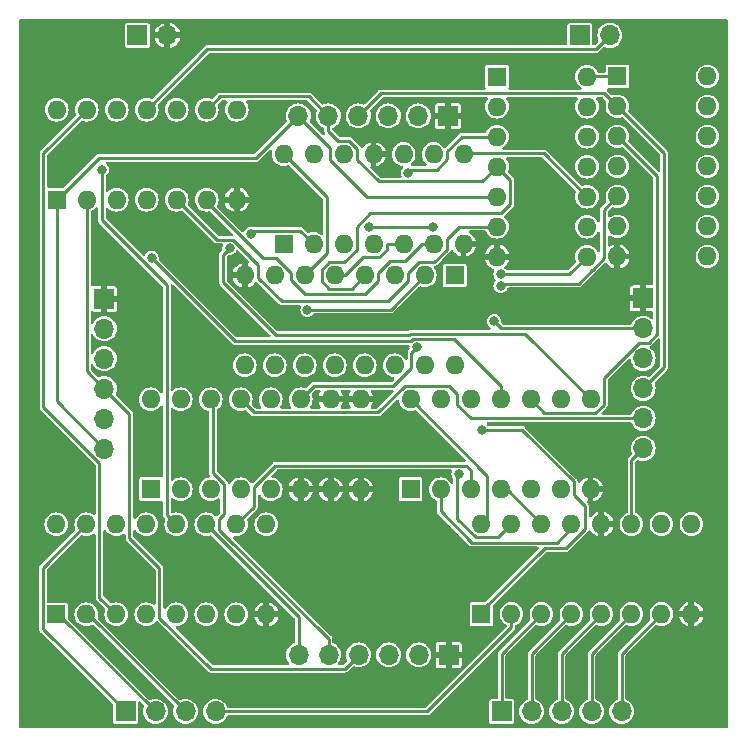
<source format=gbr>
%TF.GenerationSoftware,KiCad,Pcbnew,7.0.1*%
%TF.CreationDate,2023-10-09T19:01:09-04:00*%
%TF.ProjectId,TacTile-D,54616354-696c-4652-9d44-2e6b69636164,rev?*%
%TF.SameCoordinates,Original*%
%TF.FileFunction,Copper,L2,Bot*%
%TF.FilePolarity,Positive*%
%FSLAX46Y46*%
G04 Gerber Fmt 4.6, Leading zero omitted, Abs format (unit mm)*
G04 Created by KiCad (PCBNEW 7.0.1) date 2023-10-09 19:01:09*
%MOMM*%
%LPD*%
G01*
G04 APERTURE LIST*
%TA.AperFunction,ComponentPad*%
%ADD10R,1.600000X1.600000*%
%TD*%
%TA.AperFunction,ComponentPad*%
%ADD11O,1.600000X1.600000*%
%TD*%
%TA.AperFunction,ComponentPad*%
%ADD12R,1.700000X1.700000*%
%TD*%
%TA.AperFunction,ComponentPad*%
%ADD13O,1.700000X1.700000*%
%TD*%
%TA.AperFunction,ViaPad*%
%ADD14C,0.800000*%
%TD*%
%TA.AperFunction,Conductor*%
%ADD15C,0.250000*%
%TD*%
G04 APERTURE END LIST*
D10*
%TO.P,U2,1*%
%TO.N,CLK*%
X28175000Y-40300000D03*
D11*
%TO.P,U2,2*%
%TO.N,SS*%
X30715000Y-40300000D03*
%TO.P,U2,3*%
%TO.N,Net-(U5B-~{R})*%
X33255000Y-40300000D03*
%TO.P,U2,4*%
%TO.N,Net-(U5B-~{S})*%
X35795000Y-40300000D03*
%TO.P,U2,5*%
%TO.N,Net-(U2-Pad5)*%
X38335000Y-40300000D03*
%TO.P,U2,6*%
%TO.N,Net-(U5A-~{Q})*%
X40875000Y-40300000D03*
%TO.P,U2,7,VSS*%
%TO.N,GND*%
X43415000Y-40300000D03*
%TO.P,U2,8*%
%TO.N,Net-(U5A-~{Q})*%
X43415000Y-32680000D03*
%TO.P,U2,9*%
%TO.N,MOSI*%
X40875000Y-32680000D03*
%TO.P,U2,10*%
%TO.N,Net-(U5A-C)*%
X38335000Y-32680000D03*
%TO.P,U2,11*%
%TO.N,LEN*%
X35795000Y-32680000D03*
%TO.P,U2,12*%
%TO.N,Net-(U3-RCLK)*%
X33255000Y-32680000D03*
%TO.P,U2,13*%
%TO.N,Net-(U3-QD)*%
X30715000Y-32680000D03*
%TO.P,U2,14,VDD*%
%TO.N,VCC*%
X28175000Y-32680000D03*
%TD*%
D12*
%TO.P,J1,1,Pin_1*%
%TO.N,GND*%
X32200000Y-48675000D03*
D13*
%TO.P,J1,2,Pin_2*%
%TO.N,VCC*%
X32200000Y-51215000D03*
%TO.P,J1,3,Pin_3*%
%TO.N,VIN*%
X32200000Y-53755000D03*
%TO.P,J1,4,Pin_4*%
%TO.N,SS*%
X32200000Y-56295000D03*
%TO.P,J1,5,Pin_5*%
%TO.N,MOSI*%
X32200000Y-58835000D03*
%TO.P,J1,6,Pin_6*%
%TO.N,CLK*%
X32200000Y-61375000D03*
%TD*%
D10*
%TO.P,U9,1,A4*%
%TO.N,unconnected-(U9-A4-Pad1)*%
X36125000Y-64800000D03*
D11*
%TO.P,U9,2,A6*%
%TO.N,unconnected-(U9-A6-Pad2)*%
X38665000Y-64800000D03*
%TO.P,U9,3,A*%
%TO.N,Net-(U9-A)*%
X41205000Y-64800000D03*
%TO.P,U9,4,A7*%
%TO.N,unconnected-(U9-A7-Pad4)*%
X43745000Y-64800000D03*
%TO.P,U9,5,A5*%
%TO.N,unconnected-(U9-A5-Pad5)*%
X46285000Y-64800000D03*
%TO.P,U9,6,~{E}*%
%TO.N,GND*%
X48825000Y-64800000D03*
%TO.P,U9,7,VEE*%
X51365000Y-64800000D03*
%TO.P,U9,8,GND*%
X53905000Y-64800000D03*
%TO.P,U9,9,S2*%
X53905000Y-57180000D03*
%TO.P,U9,10,S1*%
X51365000Y-57180000D03*
%TO.P,U9,11,S0*%
%TO.N,Net-(U7A-Q)*%
X48825000Y-57180000D03*
%TO.P,U9,12,A3*%
%TO.N,unconnected-(U9-A3-Pad12)*%
X46285000Y-57180000D03*
%TO.P,U9,13,A0*%
%TO.N,MISO0*%
X43745000Y-57180000D03*
%TO.P,U9,14,A1*%
%TO.N,MISO1*%
X41205000Y-57180000D03*
%TO.P,U9,15,A2*%
%TO.N,unconnected-(U9-A2-Pad15)*%
X38665000Y-57180000D03*
%TO.P,U9,16,VCC*%
%TO.N,VCC*%
X36125000Y-57180000D03*
%TD*%
D12*
%TO.P,J2,1,Pin_1*%
%TO.N,GND*%
X61325000Y-33200000D03*
D13*
%TO.P,J2,2,Pin_2*%
%TO.N,VCC*%
X58785000Y-33200000D03*
%TO.P,J2,3,Pin_3*%
%TO.N,VIN*%
X56245000Y-33200000D03*
%TO.P,J2,4,Pin_4*%
%TO.N,SS*%
X53705000Y-33200000D03*
%TO.P,J2,5,Pin_5*%
%TO.N,MOSI*%
X51165000Y-33200000D03*
%TO.P,J2,6,Pin_6*%
%TO.N,CLK*%
X48625000Y-33200000D03*
%TD*%
D10*
%TO.P,U3,1,QB*%
%TO.N,LS1*%
X28125000Y-75400000D03*
D11*
%TO.P,U3,2,QC*%
%TO.N,LS2*%
X30665000Y-75400000D03*
%TO.P,U3,3,QD*%
%TO.N,Net-(U3-QD)*%
X33205000Y-75400000D03*
%TO.P,U3,4,QE*%
%TO.N,unconnected-(U3-QE-Pad4)*%
X35745000Y-75400000D03*
%TO.P,U3,5,QF*%
%TO.N,unconnected-(U3-QF-Pad5)*%
X38285000Y-75400000D03*
%TO.P,U3,6,QG*%
%TO.N,unconnected-(U3-QG-Pad6)*%
X40825000Y-75400000D03*
%TO.P,U3,7,QH*%
%TO.N,unconnected-(U3-QH-Pad7)*%
X43365000Y-75400000D03*
%TO.P,U3,8,GND*%
%TO.N,GND*%
X45905000Y-75400000D03*
%TO.P,U3,9,QH'*%
%TO.N,unconnected-(U3-QH'-Pad9)*%
X45905000Y-67780000D03*
%TO.P,U3,10,~{SRCLR}*%
%TO.N,SEN*%
X43365000Y-67780000D03*
%TO.P,U3,11,SRCLK*%
%TO.N,CLK*%
X40825000Y-67780000D03*
%TO.P,U3,12,RCLK*%
%TO.N,Net-(U3-RCLK)*%
X38285000Y-67780000D03*
%TO.P,U3,13,~{OE}*%
%TO.N,Net-(U3-~{OE})*%
X35745000Y-67780000D03*
%TO.P,U3,14,SER*%
%TO.N,MOSI*%
X33205000Y-67780000D03*
%TO.P,U3,15,QA*%
%TO.N,LS0*%
X30665000Y-67780000D03*
%TO.P,U3,16,VCC*%
%TO.N,VCC*%
X28125000Y-67780000D03*
%TD*%
D12*
%TO.P,J3,1,Pin_1*%
%TO.N,GND*%
X77825000Y-48650000D03*
D13*
%TO.P,J3,2,Pin_2*%
%TO.N,VCC*%
X77825000Y-51190000D03*
%TO.P,J3,3,Pin_3*%
%TO.N,VIN*%
X77825000Y-53730000D03*
%TO.P,J3,4,Pin_4*%
%TO.N,SS*%
X77825000Y-56270000D03*
%TO.P,J3,5,Pin_5*%
%TO.N,MISO0*%
X77825000Y-58810000D03*
%TO.P,J3,6,Pin_6*%
%TO.N,CLK*%
X77825000Y-61350000D03*
%TD*%
D12*
%TO.P,J7,1,Pin_1*%
%TO.N,VIN*%
X35000000Y-26375000D03*
D13*
%TO.P,J7,2,Pin_2*%
%TO.N,GND*%
X37540000Y-26375000D03*
%TD*%
D11*
%TO.P,U7,14,VCC*%
%TO.N,VCC*%
X83260000Y-29860000D03*
%TO.P,U7,13*%
%TO.N,N/C*%
X83260000Y-32400000D03*
%TO.P,U7,12*%
X83260000Y-34940000D03*
%TO.P,U7,11*%
X83260000Y-37480000D03*
%TO.P,U7,10*%
X83260000Y-40020000D03*
%TO.P,U7,9*%
X83260000Y-42560000D03*
%TO.P,U7,8*%
X83260000Y-45100000D03*
%TO.P,U7,7,GND*%
%TO.N,GND*%
X75640000Y-45100000D03*
%TO.P,U7,6,~{Q}*%
%TO.N,unconnected-(U7A-~{Q}-Pad6)*%
X75640000Y-42560000D03*
%TO.P,U7,5,Q*%
%TO.N,Net-(U7A-Q)*%
X75640000Y-40020000D03*
%TO.P,U7,4,~{S}*%
%TO.N,VCC*%
X75640000Y-37480000D03*
%TO.P,U7,3,C*%
%TO.N,Net-(U7A-C)*%
X75640000Y-34940000D03*
%TO.P,U7,2,D*%
%TO.N,SS*%
X75640000Y-32400000D03*
D10*
%TO.P,U7,1,~{R}*%
%TO.N,VCC*%
X75640000Y-29860000D03*
%TD*%
%TO.P,U5,1,~{R}*%
%TO.N,Net-(U5A-~{R})*%
X47375000Y-44050000D03*
D11*
%TO.P,U5,2,D*%
%TO.N,Net-(U5A-D)*%
X49915000Y-44050000D03*
%TO.P,U5,3,C*%
%TO.N,Net-(U5A-C)*%
X52455000Y-44050000D03*
%TO.P,U5,4,~{S}*%
%TO.N,VCC*%
X54995000Y-44050000D03*
%TO.P,U5,5,Q*%
%TO.N,Net-(U5A-Q)*%
X57535000Y-44050000D03*
%TO.P,U5,6,~{Q}*%
%TO.N,Net-(U5A-~{Q})*%
X60075000Y-44050000D03*
%TO.P,U5,7,GND*%
%TO.N,GND*%
X62615000Y-44050000D03*
%TO.P,U5,8,~{Q}*%
%TO.N,Net-(U5B-~{Q})*%
X62615000Y-36430000D03*
%TO.P,U5,9,Q*%
%TO.N,SEN*%
X60075000Y-36430000D03*
%TO.P,U5,10,~{S}*%
%TO.N,Net-(U5B-~{S})*%
X57535000Y-36430000D03*
%TO.P,U5,11,C*%
%TO.N,GND*%
X54995000Y-36430000D03*
%TO.P,U5,12,D*%
X52455000Y-36430000D03*
%TO.P,U5,13,~{R}*%
%TO.N,Net-(U5B-~{R})*%
X49915000Y-36430000D03*
%TO.P,U5,14,VCC*%
%TO.N,VCC*%
X47375000Y-36430000D03*
%TD*%
D12*
%TO.P,J5,1,Pin_1*%
%TO.N,LS0*%
X34000000Y-83625000D03*
D13*
%TO.P,J5,2,Pin_2*%
%TO.N,LS1*%
X36540000Y-83625000D03*
%TO.P,J5,3,Pin_3*%
%TO.N,LS2*%
X39080000Y-83625000D03*
%TO.P,J5,4,Pin_4*%
%TO.N,LS3*%
X41620000Y-83625000D03*
%TD*%
D11*
%TO.P,U6,14,VCC*%
%TO.N,VCC*%
X73070000Y-29875000D03*
%TO.P,U6,13*%
%TO.N,N/C*%
X73070000Y-32415000D03*
%TO.P,U6,12*%
X73070000Y-34955000D03*
%TO.P,U6,11*%
X73070000Y-37495000D03*
%TO.P,U6,10*%
%TO.N,Net-(U5B-~{Q})*%
X73070000Y-40035000D03*
%TO.P,U6,9*%
%TO.N,Net-(U5B-~{R})*%
X73070000Y-42575000D03*
%TO.P,U6,8*%
%TO.N,Net-(U5A-~{R})*%
X73070000Y-45115000D03*
%TO.P,U6,7,GND*%
%TO.N,GND*%
X65450000Y-45115000D03*
%TO.P,U6,6*%
%TO.N,Net-(U2-Pad5)*%
X65450000Y-42575000D03*
%TO.P,U6,5*%
%TO.N,CLK*%
X65450000Y-40035000D03*
%TO.P,U6,4*%
%TO.N,MOSI*%
X65450000Y-37495000D03*
%TO.P,U6,3*%
%TO.N,Net-(U3-RCLK)*%
X65450000Y-34955000D03*
%TO.P,U6,2*%
%TO.N,Net-(U4-Q1)*%
X65450000Y-32415000D03*
D10*
%TO.P,U6,1*%
%TO.N,Net-(U4-Q0)*%
X65450000Y-29875000D03*
%TD*%
D12*
%TO.P,J8,1,Pin_1*%
%TO.N,VCC*%
X72460000Y-26375000D03*
D13*
%TO.P,J8,2,Pin_2*%
%TO.N,LEN*%
X75000000Y-26375000D03*
%TD*%
D12*
%TO.P,J4,1,Pin_1*%
%TO.N,GND*%
X61350000Y-78825000D03*
D13*
%TO.P,J4,2,Pin_2*%
%TO.N,VCC*%
X58810000Y-78825000D03*
%TO.P,J4,3,Pin_3*%
%TO.N,VIN*%
X56270000Y-78825000D03*
%TO.P,J4,4,Pin_4*%
%TO.N,SS*%
X53730000Y-78825000D03*
%TO.P,J4,5,Pin_5*%
%TO.N,MISO1*%
X51190000Y-78825000D03*
%TO.P,J4,6,Pin_6*%
%TO.N,CLK*%
X48650000Y-78825000D03*
%TD*%
D11*
%TO.P,U1,14,VCC*%
%TO.N,VCC*%
X58125000Y-57180000D03*
%TO.P,U1,13*%
%TO.N,N/C*%
X60665000Y-57180000D03*
%TO.P,U1,12*%
X63205000Y-57180000D03*
%TO.P,U1,11*%
%TO.N,Net-(U5A-C)*%
X65745000Y-57180000D03*
%TO.P,U1,10*%
%TO.N,Net-(U7A-C)*%
X68285000Y-57180000D03*
%TO.P,U1,9*%
%TO.N,Net-(U5A-C)*%
X70825000Y-57180000D03*
%TO.P,U1,8*%
%TO.N,Net-(U5A-D)*%
X73365000Y-57180000D03*
%TO.P,U1,7,GND*%
%TO.N,GND*%
X73365000Y-64800000D03*
%TO.P,U1,6*%
%TO.N,N/C*%
X70825000Y-64800000D03*
%TO.P,U1,5*%
X68285000Y-64800000D03*
%TO.P,U1,4*%
%TO.N,Net-(U3-~{OE})*%
X65745000Y-64800000D03*
%TO.P,U1,3*%
%TO.N,SEN*%
X63205000Y-64800000D03*
%TO.P,U1,2*%
%TO.N,Net-(U4-CPR)*%
X60665000Y-64800000D03*
D10*
%TO.P,U1,1*%
%TO.N,CLK*%
X58125000Y-64800000D03*
%TD*%
D12*
%TO.P,J6,1,Pin_1*%
%TO.N,LS4*%
X65840000Y-83625000D03*
D13*
%TO.P,J6,2,Pin_2*%
%TO.N,LS5*%
X68380000Y-83625000D03*
%TO.P,J6,3,Pin_3*%
%TO.N,LS6*%
X70920000Y-83625000D03*
%TO.P,J6,4,Pin_4*%
%TO.N,LS7*%
X73460000Y-83625000D03*
%TO.P,J6,5,Pin_5*%
%TO.N,LS8*%
X76000000Y-83625000D03*
%TD*%
D11*
%TO.P,U4,16,VCC*%
%TO.N,VCC*%
X64125000Y-67750000D03*
%TO.P,U4,15,Q0*%
%TO.N,Net-(U4-Q0)*%
X66665000Y-67750000D03*
%TO.P,U4,14,~{OE}*%
%TO.N,Net-(U3-~{OE})*%
X69205000Y-67750000D03*
%TO.P,U4,13,CPR*%
%TO.N,Net-(U4-CPR)*%
X71745000Y-67750000D03*
%TO.P,U4,12,~{CE}*%
%TO.N,GND*%
X74285000Y-67750000D03*
%TO.P,U4,11,CPC*%
%TO.N,CLK*%
X76825000Y-67750000D03*
%TO.P,U4,10,~{MRC}*%
%TO.N,SEN*%
X79365000Y-67750000D03*
%TO.P,U4,9,~{RCO}*%
%TO.N,unconnected-(U4-~{RCO}-Pad9)*%
X81905000Y-67750000D03*
%TO.P,U4,8,GND*%
%TO.N,GND*%
X81905000Y-75370000D03*
%TO.P,U4,7,Q7*%
%TO.N,LS8*%
X79365000Y-75370000D03*
%TO.P,U4,6,Q6*%
%TO.N,LS7*%
X76825000Y-75370000D03*
%TO.P,U4,5,Q5*%
%TO.N,LS6*%
X74285000Y-75370000D03*
%TO.P,U4,4,Q4*%
%TO.N,LS5*%
X71745000Y-75370000D03*
%TO.P,U4,3,Q3*%
%TO.N,LS4*%
X69205000Y-75370000D03*
%TO.P,U4,2,Q2*%
%TO.N,LS3*%
X66665000Y-75370000D03*
D10*
%TO.P,U4,1,Q1*%
%TO.N,Net-(U4-Q1)*%
X64125000Y-75370000D03*
%TD*%
%TO.P,U8,1*%
%TO.N,unconnected-(U8-Pad1)*%
X61875000Y-46700000D03*
D11*
%TO.P,U8,2*%
%TO.N,Net-(U9-A)*%
X59335000Y-46700000D03*
%TO.P,U8,3*%
%TO.N,unconnected-(U8-Pad3)*%
X56795000Y-46700000D03*
%TO.P,U8,4*%
%TO.N,MOSI*%
X54255000Y-46700000D03*
%TO.P,U8,5,E0*%
%TO.N,Net-(U5A-Q)*%
X51715000Y-46700000D03*
%TO.P,U8,6,E1*%
%TO.N,VCC*%
X49175000Y-46700000D03*
%TO.P,U8,7*%
%TO.N,unconnected-(U8-Pad7)*%
X46635000Y-46700000D03*
%TO.P,U8,8,Vss*%
%TO.N,GND*%
X44095000Y-46700000D03*
%TO.P,U8,9*%
%TO.N,unconnected-(U8-Pad9)*%
X44095000Y-54320000D03*
%TO.P,U8,10*%
%TO.N,unconnected-(U8-Pad10)*%
X46635000Y-54320000D03*
%TO.P,U8,11*%
%TO.N,unconnected-(U8-Pad11)*%
X49175000Y-54320000D03*
%TO.P,U8,12*%
%TO.N,unconnected-(U8-Pad12)*%
X51715000Y-54320000D03*
%TO.P,U8,13*%
%TO.N,unconnected-(U8-Pad13)*%
X54255000Y-54320000D03*
%TO.P,U8,14*%
%TO.N,unconnected-(U8-Pad14)*%
X56795000Y-54320000D03*
%TO.P,U8,15*%
%TO.N,unconnected-(U8-Pad15)*%
X59335000Y-54320000D03*
%TO.P,U8,16,Vdd*%
%TO.N,VCC*%
X61875000Y-54320000D03*
%TD*%
D14*
%TO.N,Net-(U3-RCLK)*%
X32000000Y-37750000D03*
%TO.N,VCC*%
X65212299Y-50587701D03*
%TO.N,Net-(U4-Q0)*%
X62200000Y-63524500D03*
%TO.N,Net-(U4-Q1)*%
X64200000Y-59800000D03*
%TO.N,Net-(U5A-D)*%
X44600000Y-43200000D03*
X42800000Y-44400000D03*
%TO.N,Net-(U5A-C)*%
X36200000Y-45200000D03*
%TO.N,Net-(U3-RCLK)*%
X57935500Y-38025500D03*
%TO.N,Net-(U5A-~{R})*%
X65750000Y-46600000D03*
X54600000Y-42600000D03*
X60000000Y-42600000D03*
%TO.N,Net-(U7A-Q)*%
X58644500Y-52800000D03*
X65750000Y-47599503D03*
%TO.N,Net-(U9-A)*%
X49400000Y-49600000D03*
%TD*%
D15*
%TO.N,SS*%
X74530000Y-31290000D02*
X75640000Y-32400000D01*
X55615000Y-31290000D02*
X74530000Y-31290000D01*
X53705000Y-33200000D02*
X55615000Y-31290000D01*
%TO.N,MOSI*%
X51165000Y-34480991D02*
X51165000Y-33200000D01*
X51989009Y-35305000D02*
X51165000Y-34480991D01*
X53580000Y-36895991D02*
X53580000Y-35964009D01*
X55434009Y-38750000D02*
X53580000Y-36895991D01*
X65450000Y-37495000D02*
X64195000Y-38750000D01*
X64195000Y-38750000D02*
X55434009Y-38750000D01*
X53580000Y-35964009D02*
X52920991Y-35305000D01*
X52920991Y-35305000D02*
X51989009Y-35305000D01*
%TO.N,Net-(U3-RCLK)*%
X37485001Y-66980001D02*
X37485001Y-47510306D01*
X37485001Y-47510306D02*
X32000000Y-42025305D01*
X38285000Y-67780000D02*
X37485001Y-66980001D01*
X32000000Y-42025305D02*
X32000000Y-37750000D01*
%TO.N,Net-(U5A-D)*%
X42250000Y-44950000D02*
X42800000Y-44400000D01*
X65613202Y-51625000D02*
X58157799Y-51625000D01*
X42250000Y-47250000D02*
X42250000Y-44950000D01*
X65628202Y-51640000D02*
X65613202Y-51625000D01*
X58157799Y-51625000D02*
X58032799Y-51750000D01*
X46750000Y-51750000D02*
X42250000Y-47250000D01*
X67825000Y-51640000D02*
X65628202Y-51640000D01*
X73365000Y-57180000D02*
X67825000Y-51640000D01*
X58032799Y-51750000D02*
X46750000Y-51750000D01*
%TO.N,Net-(U5A-C)*%
X43250000Y-52250000D02*
X36200000Y-45200000D01*
X58169195Y-52250000D02*
X43250000Y-52250000D01*
X61771370Y-52075000D02*
X58344195Y-52075000D01*
X65745000Y-56048630D02*
X61771370Y-52075000D01*
X58344195Y-52075000D02*
X58169195Y-52250000D01*
X65745000Y-57180000D02*
X65745000Y-56048630D01*
%TO.N,Net-(U3-RCLK)*%
X57935500Y-38025500D02*
X58209706Y-37751294D01*
X58209706Y-37751294D02*
X60344697Y-37751294D01*
X62499009Y-34955000D02*
X65450000Y-34955000D01*
X61250000Y-36845991D02*
X61250000Y-36204009D01*
X60344697Y-37751294D02*
X61250000Y-36845991D01*
X61250000Y-36204009D02*
X62499009Y-34955000D01*
%TO.N,Net-(U3-QD)*%
X27050000Y-36345000D02*
X30715000Y-32680000D01*
X27050000Y-57886701D02*
X27050000Y-36345000D01*
X31790000Y-73985000D02*
X31790000Y-62626701D01*
X31790000Y-62626701D02*
X27050000Y-57886701D01*
X33205000Y-75400000D02*
X31790000Y-73985000D01*
%TO.N,LEN*%
X40925000Y-27550000D02*
X35795000Y-32680000D01*
X73825000Y-27550000D02*
X40925000Y-27550000D01*
X75000000Y-26375000D02*
X73825000Y-27550000D01*
%TO.N,Net-(U4-Q1)*%
X64125000Y-75150000D02*
X64125000Y-75370000D01*
X69500000Y-69775000D02*
X64125000Y-75150000D01*
X72870000Y-68215991D02*
X71310991Y-69775000D01*
X72870000Y-66185991D02*
X72870000Y-68215991D01*
X71310991Y-69775000D02*
X69500000Y-69775000D01*
X71950000Y-64150000D02*
X71950000Y-65265991D01*
X71950000Y-65265991D02*
X72870000Y-66185991D01*
X67600000Y-59800000D02*
X71950000Y-64150000D01*
X64200000Y-59800000D02*
X67600000Y-59800000D01*
%TO.N,CLK*%
X40825000Y-67780000D02*
X48650000Y-75605000D01*
X54469009Y-40035000D02*
X51330000Y-36895991D01*
X32200000Y-61375000D02*
X28175000Y-57350000D01*
X45075000Y-36750000D02*
X31725000Y-36750000D01*
X28175000Y-57350000D02*
X28175000Y-40300000D01*
X31725000Y-36750000D02*
X28175000Y-40300000D01*
X48625000Y-33200000D02*
X45075000Y-36750000D01*
X76825000Y-62350000D02*
X77825000Y-61350000D01*
X51330000Y-35905000D02*
X48625000Y-33200000D01*
X76825000Y-67750000D02*
X76825000Y-62350000D01*
X65450000Y-40035000D02*
X54469009Y-40035000D01*
X48650000Y-75605000D02*
X48650000Y-78825000D01*
X51330000Y-36895991D02*
X51330000Y-35905000D01*
%TO.N,MOSI*%
X66575000Y-38620000D02*
X66575000Y-40675000D01*
X54724695Y-41450000D02*
X53580000Y-42594695D01*
X53130000Y-47825000D02*
X54255000Y-46700000D01*
X66575000Y-40675000D02*
X65800000Y-41450000D01*
X50590000Y-46234009D02*
X50590000Y-47165991D01*
X51165000Y-33200000D02*
X49520000Y-31555000D01*
X51249009Y-47825000D02*
X53130000Y-47825000D01*
X53580000Y-44515991D02*
X52520991Y-45575000D01*
X65450000Y-37495000D02*
X66575000Y-38620000D01*
X65800000Y-41450000D02*
X54724695Y-41450000D01*
X49520000Y-31555000D02*
X42000000Y-31555000D01*
X52520991Y-45575000D02*
X51249009Y-45575000D01*
X51249009Y-45575000D02*
X50590000Y-46234009D01*
X42000000Y-31555000D02*
X40875000Y-32680000D01*
X53580000Y-42594695D02*
X53580000Y-44515991D01*
X50590000Y-47165991D02*
X51249009Y-47825000D01*
%TO.N,SS*%
X79600000Y-36360000D02*
X79600000Y-54495000D01*
X75640000Y-32400000D02*
X79600000Y-36360000D01*
X79600000Y-54495000D02*
X77825000Y-56270000D01*
X53730000Y-78825000D02*
X52555000Y-80000000D01*
X34330000Y-58425000D02*
X32200000Y-56295000D01*
X30715000Y-54810000D02*
X32200000Y-56295000D01*
X30715000Y-40300000D02*
X30715000Y-54810000D01*
X36870000Y-75670000D02*
X36870000Y-71469999D01*
X34330000Y-68929999D02*
X34330000Y-58425000D01*
X36870000Y-71469999D02*
X34330000Y-68929999D01*
X52555000Y-80000000D02*
X41200000Y-80000000D01*
X41200000Y-80000000D02*
X36870000Y-75670000D01*
%TO.N,VCC*%
X64620000Y-67255000D02*
X64620000Y-63675000D01*
X47375000Y-36430000D02*
X51040000Y-40095000D01*
X75625000Y-29875000D02*
X75640000Y-29860000D01*
X51040000Y-44835000D02*
X49175000Y-46700000D01*
X65814598Y-51190000D02*
X65212299Y-50587701D01*
X77825000Y-51190000D02*
X65814598Y-51190000D01*
X51040000Y-40095000D02*
X51040000Y-44835000D01*
X75640000Y-29860000D02*
X73085000Y-29860000D01*
X64125000Y-67750000D02*
X64620000Y-67255000D01*
X64620000Y-63675000D02*
X58125000Y-57180000D01*
X73085000Y-29860000D02*
X73070000Y-29875000D01*
%TO.N,MISO0*%
X57659009Y-56055000D02*
X61420991Y-56055000D01*
X44870000Y-58305000D02*
X55409009Y-58305000D01*
X55409009Y-58305000D02*
X57659009Y-56055000D01*
X62080000Y-57645991D02*
X63244009Y-58810000D01*
X61420991Y-56055000D02*
X62080000Y-56714009D01*
X62080000Y-56714009D02*
X62080000Y-57645991D01*
X43745000Y-57180000D02*
X44870000Y-58305000D01*
X63244009Y-58810000D02*
X77825000Y-58810000D01*
%TO.N,MISO1*%
X42330000Y-64334009D02*
X42330000Y-66934009D01*
X41950000Y-67314009D02*
X41950000Y-68245991D01*
X41400000Y-57375000D02*
X41400000Y-63404009D01*
X41400000Y-63404009D02*
X42330000Y-64334009D01*
X42330000Y-66934009D02*
X41950000Y-67314009D01*
X41205000Y-57180000D02*
X41400000Y-57375000D01*
X41950000Y-68245991D02*
X51190000Y-77485991D01*
X51190000Y-77485991D02*
X51190000Y-78825000D01*
%TO.N,LS0*%
X27000000Y-76625000D02*
X27000000Y-71445000D01*
X34000000Y-83625000D02*
X27000000Y-76625000D01*
X27000000Y-71445000D02*
X30665000Y-67780000D01*
%TO.N,LS1*%
X36540000Y-83625000D02*
X28315000Y-75400000D01*
X28315000Y-75400000D02*
X28125000Y-75400000D01*
%TO.N,LS2*%
X30855000Y-75400000D02*
X30665000Y-75400000D01*
X39080000Y-83625000D02*
X30855000Y-75400000D01*
%TO.N,LS3*%
X66665000Y-75370000D02*
X66665000Y-76501370D01*
X66665000Y-76501370D02*
X59541370Y-83625000D01*
X59541370Y-83625000D02*
X41620000Y-83625000D01*
%TO.N,LS4*%
X65840000Y-83625000D02*
X65840000Y-78735000D01*
X65840000Y-78735000D02*
X69205000Y-75370000D01*
%TO.N,LS5*%
X68380000Y-78735000D02*
X71745000Y-75370000D01*
X68380000Y-83625000D02*
X68380000Y-78735000D01*
%TO.N,LS6*%
X70920000Y-83625000D02*
X70920000Y-78735000D01*
X70920000Y-78735000D02*
X74285000Y-75370000D01*
%TO.N,LS7*%
X73460000Y-78735000D02*
X76825000Y-75370000D01*
X73460000Y-83625000D02*
X73460000Y-78735000D01*
%TO.N,LS8*%
X76000000Y-78735000D02*
X79365000Y-75370000D01*
X76000000Y-83625000D02*
X76000000Y-78735000D01*
%TO.N,Net-(U4-Q0)*%
X62080000Y-67295991D02*
X63659009Y-68875000D01*
X62080000Y-63644500D02*
X62080000Y-67295991D01*
X62200000Y-63524500D02*
X62080000Y-63644500D01*
X65540000Y-68875000D02*
X66665000Y-67750000D01*
X63659009Y-68875000D02*
X65540000Y-68875000D01*
%TO.N,Net-(U5A-D)*%
X44600000Y-43200000D02*
X44875000Y-42925000D01*
X44875000Y-42925000D02*
X48790000Y-42925000D01*
X48790000Y-42925000D02*
X49915000Y-44050000D01*
%TO.N,Net-(U4-CPR)*%
X71745000Y-68093270D02*
X70513270Y-69325000D01*
X63325000Y-69325000D02*
X60665000Y-66665000D01*
X60665000Y-66665000D02*
X60665000Y-64800000D01*
X71745000Y-67750000D02*
X71745000Y-68093270D01*
X70513270Y-69325000D02*
X63325000Y-69325000D01*
%TO.N,SEN*%
X63205000Y-63205000D02*
X62800000Y-62800000D01*
X44870000Y-64624009D02*
X44870000Y-66275000D01*
X62800000Y-62800000D02*
X46694009Y-62800000D01*
X46694009Y-62800000D02*
X44870000Y-64624009D01*
X63205000Y-64800000D02*
X63205000Y-63205000D01*
X44870000Y-66275000D02*
X43365000Y-67780000D01*
%TO.N,Net-(U7A-C)*%
X79000000Y-51676701D02*
X78276701Y-52400000D01*
X74490000Y-57645991D02*
X73775991Y-58360000D01*
X69465000Y-58360000D02*
X68285000Y-57180000D01*
X74490000Y-55403299D02*
X74490000Y-57645991D01*
X73775991Y-58360000D02*
X69465000Y-58360000D01*
X75640000Y-34940000D02*
X79000000Y-38300000D01*
X79000000Y-38300000D02*
X79000000Y-51676701D01*
X77493299Y-52400000D02*
X74490000Y-55403299D01*
X78276701Y-52400000D02*
X77493299Y-52400000D01*
%TO.N,Net-(U5B-~{S})*%
X35800000Y-40305000D02*
X35795000Y-40300000D01*
%TO.N,Net-(U2-Pad5)*%
X60140991Y-45575000D02*
X58869009Y-45575000D01*
X56210991Y-48875000D02*
X47219009Y-48875000D01*
X62209009Y-42575000D02*
X61200000Y-43584009D01*
X43100305Y-43675000D02*
X41710000Y-43675000D01*
X45250000Y-46905991D02*
X45250000Y-45824695D01*
X61200000Y-43584009D02*
X61200000Y-44515991D01*
X61200000Y-44515991D02*
X60140991Y-45575000D01*
X57920000Y-46524009D02*
X57920000Y-47165991D01*
X57920000Y-47165991D02*
X56210991Y-48875000D01*
X47219009Y-48875000D02*
X45250000Y-46905991D01*
X41710000Y-43675000D02*
X38335000Y-40300000D01*
X45250000Y-45824695D02*
X43100305Y-43675000D01*
X65450000Y-42575000D02*
X62209009Y-42575000D01*
X58869009Y-45575000D02*
X57920000Y-46524009D01*
%TO.N,Net-(U5A-~{Q})*%
X48000000Y-46474009D02*
X46775991Y-45250000D01*
X55380000Y-47165991D02*
X54270991Y-48275000D01*
X48000000Y-47115991D02*
X48000000Y-46474009D01*
X59125991Y-44050000D02*
X57675991Y-45500000D01*
X45624695Y-45250000D02*
X40875000Y-40500305D01*
X60075000Y-44050000D02*
X59125991Y-44050000D01*
X40875000Y-40500305D02*
X40875000Y-40300000D01*
X54270991Y-48275000D02*
X49159009Y-48275000D01*
X55380000Y-46524009D02*
X55380000Y-47165991D01*
X49159009Y-48275000D02*
X48000000Y-47115991D01*
X57675991Y-45500000D02*
X56404009Y-45500000D01*
X46775991Y-45250000D02*
X45624695Y-45250000D01*
X56404009Y-45500000D02*
X55380000Y-46524009D01*
%TO.N,Net-(U5A-~{R})*%
X65750000Y-46600000D02*
X71585000Y-46600000D01*
X60000000Y-42600000D02*
X54600000Y-42600000D01*
X71585000Y-46600000D02*
X73070000Y-45115000D01*
%TO.N,Net-(U5A-Q)*%
X57535000Y-44050000D02*
X56120000Y-44050000D01*
X56120000Y-44515991D02*
X55460991Y-45175000D01*
X52550000Y-46700000D02*
X51715000Y-46700000D01*
X54075000Y-45175000D02*
X52550000Y-46700000D01*
X55460991Y-45175000D02*
X54075000Y-45175000D01*
X56120000Y-44050000D02*
X56120000Y-44515991D01*
%TO.N,Net-(U5B-~{Q})*%
X69405000Y-36370000D02*
X73070000Y-40035000D01*
X62615000Y-36430000D02*
X62675000Y-36370000D01*
X62675000Y-36370000D02*
X69405000Y-36370000D01*
%TO.N,Net-(U7A-Q)*%
X48825000Y-57180000D02*
X49950000Y-56055000D01*
X72350000Y-47400000D02*
X73510000Y-46240000D01*
X74515000Y-45260991D02*
X74515000Y-41145000D01*
X56650991Y-56055000D02*
X58200000Y-54505991D01*
X58200000Y-54505991D02*
X58200000Y-53244500D01*
X73510000Y-46240000D02*
X73535991Y-46240000D01*
X58200000Y-53244500D02*
X58644500Y-52800000D01*
X65750000Y-47599503D02*
X65949503Y-47400000D01*
X74515000Y-41145000D02*
X75640000Y-40020000D01*
X73535991Y-46240000D02*
X74515000Y-45260991D01*
X49950000Y-56055000D02*
X56650991Y-56055000D01*
X65949503Y-47400000D02*
X72350000Y-47400000D01*
%TO.N,Net-(U3-~{OE})*%
X66255000Y-64800000D02*
X65745000Y-64800000D01*
X69205000Y-67750000D02*
X66255000Y-64800000D01*
%TO.N,Net-(U9-A)*%
X59335000Y-46700000D02*
X56435000Y-49600000D01*
X56435000Y-49600000D02*
X49400000Y-49600000D01*
%TD*%
%TA.AperFunction,Conductor*%
%TO.N,GND*%
G36*
X31619391Y-40951396D02*
G01*
X31659858Y-40996045D01*
X31674500Y-41054498D01*
X31674500Y-42005677D01*
X31674028Y-42016485D01*
X31670735Y-42054112D01*
X31680512Y-42090601D01*
X31682853Y-42101157D01*
X31689599Y-42139412D01*
X31699829Y-42164108D01*
X31700446Y-42164989D01*
X31722112Y-42195932D01*
X31727915Y-42205041D01*
X31746806Y-42237760D01*
X31775742Y-42262040D01*
X31783718Y-42269349D01*
X37123182Y-47608813D01*
X37150062Y-47649041D01*
X37159501Y-47696494D01*
X37159501Y-56516890D01*
X37144859Y-56575343D01*
X37104392Y-56619992D01*
X37047655Y-56640293D01*
X36988049Y-56631451D01*
X36939649Y-56595556D01*
X36835883Y-56469117D01*
X36683538Y-56344090D01*
X36656779Y-56329787D01*
X36509726Y-56251185D01*
X36321133Y-56193976D01*
X36125000Y-56174659D01*
X35928866Y-56193976D01*
X35740273Y-56251185D01*
X35566463Y-56344089D01*
X35414117Y-56469117D01*
X35289089Y-56621463D01*
X35196185Y-56795273D01*
X35138976Y-56983866D01*
X35119659Y-57180000D01*
X35138976Y-57376133D01*
X35196185Y-57564726D01*
X35255020Y-57674798D01*
X35289090Y-57738538D01*
X35414117Y-57890883D01*
X35566462Y-58015910D01*
X35740273Y-58108814D01*
X35928868Y-58166024D01*
X36125000Y-58185341D01*
X36321132Y-58166024D01*
X36509727Y-58108814D01*
X36683538Y-58015910D01*
X36835883Y-57890883D01*
X36939649Y-57764443D01*
X36988049Y-57728549D01*
X37047655Y-57719707D01*
X37104392Y-57740008D01*
X37144859Y-57784657D01*
X37159501Y-57843110D01*
X37159501Y-63691123D01*
X37147596Y-63744140D01*
X37114166Y-63786976D01*
X37065630Y-63811407D01*
X37011309Y-63812740D01*
X37003231Y-63811133D01*
X36979254Y-63806363D01*
X36944749Y-63799500D01*
X36944748Y-63799500D01*
X35305252Y-63799500D01*
X35305251Y-63799500D01*
X35246769Y-63811132D01*
X35180447Y-63855447D01*
X35136132Y-63921769D01*
X35124500Y-63980251D01*
X35124500Y-65619749D01*
X35136132Y-65678230D01*
X35180447Y-65744552D01*
X35246769Y-65788867D01*
X35305251Y-65800500D01*
X35305252Y-65800500D01*
X36944748Y-65800500D01*
X36944749Y-65800500D01*
X36979254Y-65793636D01*
X37003231Y-65788867D01*
X37003231Y-65788866D01*
X37011309Y-65787260D01*
X37065630Y-65788593D01*
X37114166Y-65813024D01*
X37147596Y-65855860D01*
X37159501Y-65908877D01*
X37159501Y-66960373D01*
X37159029Y-66971181D01*
X37155736Y-67008808D01*
X37165513Y-67045297D01*
X37167854Y-67055853D01*
X37174600Y-67094108D01*
X37184830Y-67118804D01*
X37185447Y-67119685D01*
X37207113Y-67150628D01*
X37212916Y-67159737D01*
X37215278Y-67163828D01*
X37231807Y-67192456D01*
X37241822Y-67200860D01*
X37260743Y-67216736D01*
X37268719Y-67224045D01*
X37323126Y-67278452D01*
X37355729Y-67336003D01*
X37354106Y-67402128D01*
X37298975Y-67583869D01*
X37279659Y-67780000D01*
X37298976Y-67976133D01*
X37356185Y-68164726D01*
X37418627Y-68281546D01*
X37449090Y-68338538D01*
X37574117Y-68490883D01*
X37726462Y-68615910D01*
X37900273Y-68708814D01*
X38088868Y-68766024D01*
X38285000Y-68785341D01*
X38481132Y-68766024D01*
X38669727Y-68708814D01*
X38843538Y-68615910D01*
X38995883Y-68490883D01*
X39120910Y-68338538D01*
X39213814Y-68164727D01*
X39271024Y-67976132D01*
X39290341Y-67780000D01*
X39271024Y-67583868D01*
X39213814Y-67395273D01*
X39120910Y-67221462D01*
X38995883Y-67069117D01*
X38843538Y-66944090D01*
X38798100Y-66919803D01*
X38669726Y-66851185D01*
X38481133Y-66793976D01*
X38285000Y-66774659D01*
X38088866Y-66793976D01*
X38013105Y-66816958D01*
X37970495Y-66829884D01*
X37913302Y-66833399D01*
X37860635Y-66810822D01*
X37823741Y-66766976D01*
X37810501Y-66711224D01*
X37810501Y-65655196D01*
X37829739Y-65588856D01*
X37881484Y-65543101D01*
X37949680Y-65532129D01*
X38013164Y-65559342D01*
X38106462Y-65635910D01*
X38280273Y-65728814D01*
X38468868Y-65786024D01*
X38665000Y-65805341D01*
X38861132Y-65786024D01*
X39049727Y-65728814D01*
X39223538Y-65635910D01*
X39375883Y-65510883D01*
X39500910Y-65358538D01*
X39593814Y-65184727D01*
X39651024Y-64996132D01*
X39670341Y-64800000D01*
X39651024Y-64603868D01*
X39593814Y-64415273D01*
X39500910Y-64241462D01*
X39375883Y-64089117D01*
X39223538Y-63964090D01*
X39201091Y-63952091D01*
X39049726Y-63871185D01*
X38861133Y-63813976D01*
X38665000Y-63794659D01*
X38468866Y-63813976D01*
X38280273Y-63871185D01*
X38106463Y-63964089D01*
X38106461Y-63964090D01*
X38106462Y-63964090D01*
X38013164Y-64040657D01*
X37949680Y-64067871D01*
X37881484Y-64056899D01*
X37829739Y-64011144D01*
X37810501Y-63944804D01*
X37810501Y-58035196D01*
X37829739Y-57968856D01*
X37881484Y-57923101D01*
X37949680Y-57912129D01*
X38013164Y-57939342D01*
X38106462Y-58015910D01*
X38280273Y-58108814D01*
X38468868Y-58166024D01*
X38665000Y-58185341D01*
X38861132Y-58166024D01*
X39049727Y-58108814D01*
X39223538Y-58015910D01*
X39375883Y-57890883D01*
X39500910Y-57738538D01*
X39593814Y-57564727D01*
X39651024Y-57376132D01*
X39670341Y-57180000D01*
X39651024Y-56983868D01*
X39593814Y-56795273D01*
X39500910Y-56621462D01*
X39375883Y-56469117D01*
X39223538Y-56344090D01*
X39196779Y-56329787D01*
X39049726Y-56251185D01*
X38861133Y-56193976D01*
X38665000Y-56174659D01*
X38468866Y-56193976D01*
X38280273Y-56251185D01*
X38106463Y-56344089D01*
X38106461Y-56344090D01*
X38106462Y-56344090D01*
X38013164Y-56420657D01*
X37949680Y-56447871D01*
X37881484Y-56436899D01*
X37829739Y-56391144D01*
X37810501Y-56324804D01*
X37810501Y-54320000D01*
X43089659Y-54320000D01*
X43108976Y-54516133D01*
X43166185Y-54704726D01*
X43188356Y-54746204D01*
X43259090Y-54878538D01*
X43384117Y-55030883D01*
X43536462Y-55155910D01*
X43710273Y-55248814D01*
X43898868Y-55306024D01*
X44095000Y-55325341D01*
X44291132Y-55306024D01*
X44479727Y-55248814D01*
X44653538Y-55155910D01*
X44805883Y-55030883D01*
X44930910Y-54878538D01*
X45023814Y-54704727D01*
X45081024Y-54516132D01*
X45100341Y-54320000D01*
X45629659Y-54320000D01*
X45648976Y-54516133D01*
X45706185Y-54704726D01*
X45728356Y-54746204D01*
X45799090Y-54878538D01*
X45924117Y-55030883D01*
X46076462Y-55155910D01*
X46250273Y-55248814D01*
X46438868Y-55306024D01*
X46635000Y-55325341D01*
X46831132Y-55306024D01*
X47019727Y-55248814D01*
X47193538Y-55155910D01*
X47345883Y-55030883D01*
X47470910Y-54878538D01*
X47563814Y-54704727D01*
X47621024Y-54516132D01*
X47640341Y-54320000D01*
X48169659Y-54320000D01*
X48188976Y-54516133D01*
X48246185Y-54704726D01*
X48268356Y-54746204D01*
X48339090Y-54878538D01*
X48464117Y-55030883D01*
X48616462Y-55155910D01*
X48790273Y-55248814D01*
X48978868Y-55306024D01*
X49175000Y-55325341D01*
X49371132Y-55306024D01*
X49559727Y-55248814D01*
X49733538Y-55155910D01*
X49885883Y-55030883D01*
X50010910Y-54878538D01*
X50103814Y-54704727D01*
X50161024Y-54516132D01*
X50180341Y-54320000D01*
X50709659Y-54320000D01*
X50728976Y-54516133D01*
X50786185Y-54704726D01*
X50808356Y-54746204D01*
X50879090Y-54878538D01*
X51004117Y-55030883D01*
X51156462Y-55155910D01*
X51330273Y-55248814D01*
X51518868Y-55306024D01*
X51715000Y-55325341D01*
X51911132Y-55306024D01*
X52099727Y-55248814D01*
X52273538Y-55155910D01*
X52425883Y-55030883D01*
X52550910Y-54878538D01*
X52643814Y-54704727D01*
X52701024Y-54516132D01*
X52720341Y-54320000D01*
X53249659Y-54320000D01*
X53268976Y-54516133D01*
X53326185Y-54704726D01*
X53348356Y-54746204D01*
X53419090Y-54878538D01*
X53544117Y-55030883D01*
X53696462Y-55155910D01*
X53870273Y-55248814D01*
X54058868Y-55306024D01*
X54255000Y-55325341D01*
X54451132Y-55306024D01*
X54639727Y-55248814D01*
X54813538Y-55155910D01*
X54965883Y-55030883D01*
X55090910Y-54878538D01*
X55183814Y-54704727D01*
X55241024Y-54516132D01*
X55260341Y-54320000D01*
X55241024Y-54123868D01*
X55183814Y-53935273D01*
X55090910Y-53761462D01*
X54965883Y-53609117D01*
X54813538Y-53484090D01*
X54718672Y-53433383D01*
X54639726Y-53391185D01*
X54451133Y-53333976D01*
X54255000Y-53314659D01*
X54058866Y-53333976D01*
X53870273Y-53391185D01*
X53696463Y-53484089D01*
X53544117Y-53609117D01*
X53419089Y-53761463D01*
X53326185Y-53935273D01*
X53268976Y-54123866D01*
X53249659Y-54320000D01*
X52720341Y-54320000D01*
X52701024Y-54123868D01*
X52643814Y-53935273D01*
X52550910Y-53761462D01*
X52425883Y-53609117D01*
X52273538Y-53484090D01*
X52178672Y-53433383D01*
X52099726Y-53391185D01*
X51911133Y-53333976D01*
X51715000Y-53314659D01*
X51518866Y-53333976D01*
X51330273Y-53391185D01*
X51156463Y-53484089D01*
X51004117Y-53609117D01*
X50879089Y-53761463D01*
X50786185Y-53935273D01*
X50728976Y-54123866D01*
X50709659Y-54320000D01*
X50180341Y-54320000D01*
X50161024Y-54123868D01*
X50103814Y-53935273D01*
X50010910Y-53761462D01*
X49885883Y-53609117D01*
X49733538Y-53484090D01*
X49638672Y-53433383D01*
X49559726Y-53391185D01*
X49371133Y-53333976D01*
X49175000Y-53314659D01*
X48978866Y-53333976D01*
X48790273Y-53391185D01*
X48616463Y-53484089D01*
X48464117Y-53609117D01*
X48339089Y-53761463D01*
X48246185Y-53935273D01*
X48188976Y-54123866D01*
X48169659Y-54320000D01*
X47640341Y-54320000D01*
X47621024Y-54123868D01*
X47563814Y-53935273D01*
X47470910Y-53761462D01*
X47345883Y-53609117D01*
X47193538Y-53484090D01*
X47098672Y-53433383D01*
X47019726Y-53391185D01*
X46831133Y-53333976D01*
X46635000Y-53314659D01*
X46438866Y-53333976D01*
X46250273Y-53391185D01*
X46076463Y-53484089D01*
X45924117Y-53609117D01*
X45799089Y-53761463D01*
X45706185Y-53935273D01*
X45648976Y-54123866D01*
X45629659Y-54320000D01*
X45100341Y-54320000D01*
X45081024Y-54123868D01*
X45023814Y-53935273D01*
X44930910Y-53761462D01*
X44805883Y-53609117D01*
X44653538Y-53484090D01*
X44558672Y-53433383D01*
X44479726Y-53391185D01*
X44291133Y-53333976D01*
X44095000Y-53314659D01*
X43898866Y-53333976D01*
X43710273Y-53391185D01*
X43536463Y-53484089D01*
X43384117Y-53609117D01*
X43259089Y-53761463D01*
X43166185Y-53935273D01*
X43108976Y-54123866D01*
X43089659Y-54320000D01*
X37810501Y-54320000D01*
X37810501Y-47570189D01*
X37824016Y-47513894D01*
X37861616Y-47469871D01*
X37915103Y-47447716D01*
X37972819Y-47452258D01*
X38022182Y-47482508D01*
X43005950Y-52466276D01*
X43013258Y-52474250D01*
X43037545Y-52503194D01*
X43053395Y-52512345D01*
X43070256Y-52522080D01*
X43079379Y-52527892D01*
X43110316Y-52549554D01*
X43110317Y-52549554D01*
X43111198Y-52550171D01*
X43135891Y-52560400D01*
X43136954Y-52560587D01*
X43136955Y-52560588D01*
X43174143Y-52567145D01*
X43184701Y-52569485D01*
X43221193Y-52579264D01*
X43258823Y-52575971D01*
X43269630Y-52575500D01*
X57926979Y-52575500D01*
X57993604Y-52594919D01*
X58039361Y-52647095D01*
X58049918Y-52715685D01*
X58038817Y-52800000D01*
X58047746Y-52867818D01*
X58042226Y-52923862D01*
X58012488Y-52971684D01*
X57983714Y-53000458D01*
X57975741Y-53007764D01*
X57946806Y-53032044D01*
X57927914Y-53064764D01*
X57922106Y-53073880D01*
X57899831Y-53105693D01*
X57889597Y-53130399D01*
X57882852Y-53168648D01*
X57880512Y-53179204D01*
X57870735Y-53215692D01*
X57874028Y-53253320D01*
X57874500Y-53264128D01*
X57874500Y-53722151D01*
X57857479Y-53784852D01*
X57811089Y-53830340D01*
X57748066Y-53846127D01*
X57685711Y-53827879D01*
X57641142Y-53780605D01*
X57630910Y-53761462D01*
X57505883Y-53609117D01*
X57353538Y-53484090D01*
X57258672Y-53433383D01*
X57179726Y-53391185D01*
X56991133Y-53333976D01*
X56795000Y-53314659D01*
X56598866Y-53333976D01*
X56410273Y-53391185D01*
X56236463Y-53484089D01*
X56084117Y-53609117D01*
X55959089Y-53761463D01*
X55866185Y-53935273D01*
X55808976Y-54123866D01*
X55789659Y-54320000D01*
X55808976Y-54516133D01*
X55866185Y-54704726D01*
X55888356Y-54746204D01*
X55959090Y-54878538D01*
X56084117Y-55030883D01*
X56236462Y-55155910D01*
X56410273Y-55248814D01*
X56598868Y-55306024D01*
X56648173Y-55310880D01*
X56712307Y-55336528D01*
X56752770Y-55392508D01*
X56757006Y-55461451D01*
X56723700Y-55521964D01*
X56552484Y-55693181D01*
X56512256Y-55720061D01*
X56464803Y-55729500D01*
X49969619Y-55729500D01*
X49958812Y-55729028D01*
X49955200Y-55728712D01*
X49921191Y-55725736D01*
X49884710Y-55735511D01*
X49874155Y-55737852D01*
X49862814Y-55739851D01*
X49836955Y-55744412D01*
X49836953Y-55744412D01*
X49835897Y-55744599D01*
X49811192Y-55754832D01*
X49779378Y-55777107D01*
X49770261Y-55782915D01*
X49737545Y-55801804D01*
X49713262Y-55830743D01*
X49705956Y-55838715D01*
X49326546Y-56218126D01*
X49268995Y-56250729D01*
X49202870Y-56249106D01*
X49021130Y-56193975D01*
X48825000Y-56174659D01*
X48628866Y-56193976D01*
X48440273Y-56251185D01*
X48266463Y-56344089D01*
X48114117Y-56469117D01*
X47989089Y-56621463D01*
X47896185Y-56795273D01*
X47838976Y-56983866D01*
X47833309Y-57041410D01*
X47819659Y-57180000D01*
X47826084Y-57245232D01*
X47838976Y-57376133D01*
X47896185Y-57564726D01*
X47955020Y-57674798D01*
X47989090Y-57738538D01*
X48018767Y-57774699D01*
X48020520Y-57776835D01*
X48047734Y-57840321D01*
X48036762Y-57908517D01*
X47991007Y-57960262D01*
X47924667Y-57979500D01*
X47185333Y-57979500D01*
X47118993Y-57960262D01*
X47073238Y-57908517D01*
X47062266Y-57840321D01*
X47089480Y-57776835D01*
X47091233Y-57774699D01*
X47120910Y-57738538D01*
X47213814Y-57564727D01*
X47271024Y-57376132D01*
X47290341Y-57180000D01*
X47271024Y-56983868D01*
X47213814Y-56795273D01*
X47120910Y-56621462D01*
X46995883Y-56469117D01*
X46843538Y-56344090D01*
X46816779Y-56329787D01*
X46669726Y-56251185D01*
X46481133Y-56193976D01*
X46285000Y-56174659D01*
X46088866Y-56193976D01*
X45900273Y-56251185D01*
X45726463Y-56344089D01*
X45574117Y-56469117D01*
X45449089Y-56621463D01*
X45356185Y-56795273D01*
X45298976Y-56983866D01*
X45293309Y-57041410D01*
X45279659Y-57180000D01*
X45286084Y-57245232D01*
X45298976Y-57376133D01*
X45356185Y-57564726D01*
X45415020Y-57674798D01*
X45449090Y-57738538D01*
X45478767Y-57774699D01*
X45480520Y-57776835D01*
X45507734Y-57840321D01*
X45496762Y-57908517D01*
X45451007Y-57960262D01*
X45384667Y-57979500D01*
X45056189Y-57979500D01*
X45008736Y-57970061D01*
X44968508Y-57943181D01*
X44841932Y-57816605D01*
X44706872Y-57681546D01*
X44674270Y-57623995D01*
X44675894Y-57557870D01*
X44685849Y-57525054D01*
X44731024Y-57376132D01*
X44750341Y-57180000D01*
X44731024Y-56983868D01*
X44673814Y-56795273D01*
X44580910Y-56621462D01*
X44455883Y-56469117D01*
X44303538Y-56344090D01*
X44276779Y-56329787D01*
X44129726Y-56251185D01*
X43941133Y-56193976D01*
X43745000Y-56174659D01*
X43548866Y-56193976D01*
X43360273Y-56251185D01*
X43186463Y-56344089D01*
X43034117Y-56469117D01*
X42909089Y-56621463D01*
X42816185Y-56795273D01*
X42758976Y-56983866D01*
X42753309Y-57041410D01*
X42739659Y-57180000D01*
X42746084Y-57245232D01*
X42758976Y-57376133D01*
X42816185Y-57564726D01*
X42875020Y-57674798D01*
X42909090Y-57738538D01*
X43034117Y-57890883D01*
X43186462Y-58015910D01*
X43360273Y-58108814D01*
X43548868Y-58166024D01*
X43745000Y-58185341D01*
X43941132Y-58166024D01*
X44122870Y-58110893D01*
X44188995Y-58109270D01*
X44246546Y-58141872D01*
X44453816Y-58349143D01*
X44625955Y-58521282D01*
X44633262Y-58529255D01*
X44657545Y-58558194D01*
X44690266Y-58577085D01*
X44699360Y-58582878D01*
X44730316Y-58604554D01*
X44730317Y-58604554D01*
X44731201Y-58605173D01*
X44755891Y-58615400D01*
X44756954Y-58615587D01*
X44756955Y-58615588D01*
X44794146Y-58622145D01*
X44804704Y-58624486D01*
X44841191Y-58634263D01*
X44841192Y-58634262D01*
X44841193Y-58634263D01*
X44878811Y-58630971D01*
X44889618Y-58630500D01*
X55389382Y-58630500D01*
X55400189Y-58630971D01*
X55437816Y-58634264D01*
X55474333Y-58624478D01*
X55484839Y-58622149D01*
X55522054Y-58615588D01*
X55522056Y-58615586D01*
X55523121Y-58615399D01*
X55547808Y-58605173D01*
X55548691Y-58604554D01*
X55548693Y-58604554D01*
X55579634Y-58582887D01*
X55588731Y-58577091D01*
X55621464Y-58558194D01*
X55645757Y-58529241D01*
X55653045Y-58521288D01*
X56923037Y-57251296D01*
X56983547Y-57217992D01*
X57052490Y-57222227D01*
X57108470Y-57262690D01*
X57134119Y-57326824D01*
X57138976Y-57376133D01*
X57196185Y-57564726D01*
X57255020Y-57674798D01*
X57289090Y-57738538D01*
X57414117Y-57890883D01*
X57566462Y-58015910D01*
X57740273Y-58108814D01*
X57928868Y-58166024D01*
X58125000Y-58185341D01*
X58321132Y-58166024D01*
X58502870Y-58110893D01*
X58568995Y-58109270D01*
X58626547Y-58141873D01*
X62747493Y-62262819D01*
X62777743Y-62312182D01*
X62782285Y-62369898D01*
X62760130Y-62423385D01*
X62716107Y-62460985D01*
X62659812Y-62474500D01*
X46713628Y-62474500D01*
X46702821Y-62474028D01*
X46700307Y-62473808D01*
X46665200Y-62470736D01*
X46628719Y-62480511D01*
X46618164Y-62482852D01*
X46606971Y-62484826D01*
X46580964Y-62489412D01*
X46580962Y-62489412D01*
X46579906Y-62489599D01*
X46555201Y-62499832D01*
X46523387Y-62522107D01*
X46514270Y-62527915D01*
X46481554Y-62546804D01*
X46457271Y-62575743D01*
X46449965Y-62583715D01*
X44772739Y-64260942D01*
X44723959Y-64291001D01*
X44666873Y-64295920D01*
X44613669Y-64274649D01*
X44590980Y-64248997D01*
X44588658Y-64250903D01*
X44576450Y-64236028D01*
X44455883Y-64089117D01*
X44303538Y-63964090D01*
X44281091Y-63952091D01*
X44129726Y-63871185D01*
X43941133Y-63813976D01*
X43745000Y-63794659D01*
X43548866Y-63813976D01*
X43360273Y-63871185D01*
X43186463Y-63964089D01*
X43034117Y-64089117D01*
X42909089Y-64241463D01*
X42879225Y-64297335D01*
X42840100Y-64341074D01*
X42785245Y-64361925D01*
X42726946Y-64355217D01*
X42678259Y-64322452D01*
X42650091Y-64270971D01*
X42649485Y-64268709D01*
X42647145Y-64258152D01*
X42640400Y-64219900D01*
X42630171Y-64195207D01*
X42629554Y-64194326D01*
X42629554Y-64194325D01*
X42607892Y-64163388D01*
X42602080Y-64154265D01*
X42583194Y-64121553D01*
X42554255Y-64097271D01*
X42546280Y-64089963D01*
X41761819Y-63305502D01*
X41734939Y-63265274D01*
X41725500Y-63217821D01*
X41725500Y-58105774D01*
X41737405Y-58052757D01*
X41770833Y-58009922D01*
X41915883Y-57890883D01*
X42040910Y-57738538D01*
X42133814Y-57564727D01*
X42191024Y-57376132D01*
X42210341Y-57180000D01*
X42191024Y-56983868D01*
X42133814Y-56795273D01*
X42040910Y-56621462D01*
X41915883Y-56469117D01*
X41763538Y-56344090D01*
X41736779Y-56329787D01*
X41589726Y-56251185D01*
X41401133Y-56193976D01*
X41205000Y-56174659D01*
X41008866Y-56193976D01*
X40820273Y-56251185D01*
X40646463Y-56344089D01*
X40494117Y-56469117D01*
X40369089Y-56621463D01*
X40276185Y-56795273D01*
X40218976Y-56983866D01*
X40213309Y-57041410D01*
X40199659Y-57180000D01*
X40206084Y-57245232D01*
X40218976Y-57376133D01*
X40276185Y-57564726D01*
X40335020Y-57674798D01*
X40369090Y-57738538D01*
X40494117Y-57890883D01*
X40646462Y-58015910D01*
X40765687Y-58079637D01*
X40820273Y-58108814D01*
X40986496Y-58159238D01*
X41032259Y-58184670D01*
X41063447Y-58226723D01*
X41074500Y-58277898D01*
X41074500Y-63384381D01*
X41074028Y-63395189D01*
X41070735Y-63432816D01*
X41080512Y-63469305D01*
X41082853Y-63479861D01*
X41089599Y-63518116D01*
X41099829Y-63542812D01*
X41100446Y-63543693D01*
X41122112Y-63574636D01*
X41127915Y-63583745D01*
X41151122Y-63623939D01*
X41167699Y-63682896D01*
X41154037Y-63742595D01*
X41113469Y-63788475D01*
X41055892Y-63809344D01*
X41008865Y-63813976D01*
X40820273Y-63871185D01*
X40646463Y-63964089D01*
X40494117Y-64089117D01*
X40369089Y-64241463D01*
X40276185Y-64415273D01*
X40218976Y-64603866D01*
X40199659Y-64800000D01*
X40218976Y-64996133D01*
X40276185Y-65184726D01*
X40302869Y-65234647D01*
X40369090Y-65358538D01*
X40494117Y-65510883D01*
X40646462Y-65635910D01*
X40820273Y-65728814D01*
X41008868Y-65786024D01*
X41205000Y-65805341D01*
X41401132Y-65786024D01*
X41589727Y-65728814D01*
X41763538Y-65635910D01*
X41801835Y-65604479D01*
X41865321Y-65577266D01*
X41933517Y-65588238D01*
X41985262Y-65633993D01*
X42004500Y-65700333D01*
X42004500Y-66747820D01*
X41995061Y-66795273D01*
X41968181Y-66835501D01*
X41733714Y-67069967D01*
X41725742Y-67077273D01*
X41719522Y-67082493D01*
X41713307Y-67087708D01*
X41654689Y-67114914D01*
X41590341Y-67108931D01*
X41545359Y-67076821D01*
X41545324Y-67076865D01*
X41544675Y-67076332D01*
X41537743Y-67071384D01*
X41536580Y-67069967D01*
X41535883Y-67069117D01*
X41508999Y-67047054D01*
X41383537Y-66944089D01*
X41209726Y-66851185D01*
X41021133Y-66793976D01*
X40825000Y-66774659D01*
X40628866Y-66793976D01*
X40440273Y-66851185D01*
X40266463Y-66944089D01*
X40114117Y-67069117D01*
X39989089Y-67221463D01*
X39896185Y-67395273D01*
X39838976Y-67583866D01*
X39819659Y-67780000D01*
X39838976Y-67976133D01*
X39896185Y-68164726D01*
X39958627Y-68281546D01*
X39989090Y-68338538D01*
X40114117Y-68490883D01*
X40266462Y-68615910D01*
X40440273Y-68708814D01*
X40628868Y-68766024D01*
X40825000Y-68785341D01*
X41021132Y-68766024D01*
X41202870Y-68710893D01*
X41268995Y-68709270D01*
X41326547Y-68741873D01*
X48288181Y-75703507D01*
X48315061Y-75743735D01*
X48324500Y-75791188D01*
X48324500Y-77734004D01*
X48313447Y-77785179D01*
X48282260Y-77827231D01*
X48255730Y-77841975D01*
X48256818Y-77844010D01*
X48063549Y-77947315D01*
X47903589Y-78078589D01*
X47772314Y-78238551D01*
X47674769Y-78421043D01*
X47614699Y-78619067D01*
X47594417Y-78825000D01*
X47614699Y-79030932D01*
X47614700Y-79030934D01*
X47674768Y-79228954D01*
X47772315Y-79411450D01*
X47809419Y-79456661D01*
X47821872Y-79471836D01*
X47849086Y-79535322D01*
X47838113Y-79603517D01*
X47792358Y-79655262D01*
X47726018Y-79674500D01*
X41386188Y-79674500D01*
X41338735Y-79665061D01*
X41298507Y-79638181D01*
X38270718Y-76610392D01*
X38237412Y-76549879D01*
X38241648Y-76480936D01*
X38282111Y-76424956D01*
X38346243Y-76399309D01*
X38481132Y-76386024D01*
X38669727Y-76328814D01*
X38843538Y-76235910D01*
X38995883Y-76110883D01*
X39120910Y-75958538D01*
X39213814Y-75784727D01*
X39271024Y-75596132D01*
X39290341Y-75400000D01*
X39290341Y-75399999D01*
X39819659Y-75399999D01*
X39838976Y-75596133D01*
X39896185Y-75784726D01*
X39973054Y-75928536D01*
X39989090Y-75958538D01*
X40114117Y-76110883D01*
X40266462Y-76235910D01*
X40440273Y-76328814D01*
X40628868Y-76386024D01*
X40825000Y-76405341D01*
X41021132Y-76386024D01*
X41209727Y-76328814D01*
X41383538Y-76235910D01*
X41535883Y-76110883D01*
X41660910Y-75958538D01*
X41753814Y-75784727D01*
X41811024Y-75596132D01*
X41830341Y-75400000D01*
X41830341Y-75399999D01*
X42359659Y-75399999D01*
X42378976Y-75596133D01*
X42436185Y-75784726D01*
X42513054Y-75928536D01*
X42529090Y-75958538D01*
X42654117Y-76110883D01*
X42806462Y-76235910D01*
X42980273Y-76328814D01*
X43168868Y-76386024D01*
X43365000Y-76405341D01*
X43561132Y-76386024D01*
X43749727Y-76328814D01*
X43923538Y-76235910D01*
X44075883Y-76110883D01*
X44200910Y-75958538D01*
X44293814Y-75784727D01*
X44334683Y-75650000D01*
X44883590Y-75650000D01*
X44930233Y-75803764D01*
X45027731Y-75986171D01*
X45158945Y-76146054D01*
X45318828Y-76277268D01*
X45501235Y-76374766D01*
X45655000Y-76421410D01*
X45655000Y-75650000D01*
X46155000Y-75650000D01*
X46155000Y-76421410D01*
X46308764Y-76374766D01*
X46491171Y-76277268D01*
X46651054Y-76146054D01*
X46782268Y-75986171D01*
X46879766Y-75803764D01*
X46926410Y-75650000D01*
X46155000Y-75650000D01*
X45655000Y-75650000D01*
X44883590Y-75650000D01*
X44334683Y-75650000D01*
X44351024Y-75596132D01*
X44370341Y-75400000D01*
X44351024Y-75203868D01*
X44334683Y-75150000D01*
X44883590Y-75150000D01*
X45655000Y-75150000D01*
X45655000Y-74378590D01*
X46155000Y-74378590D01*
X46155000Y-75150000D01*
X46926410Y-75150000D01*
X46879766Y-74996235D01*
X46782268Y-74813828D01*
X46651054Y-74653945D01*
X46491171Y-74522731D01*
X46308764Y-74425233D01*
X46155000Y-74378590D01*
X45655000Y-74378590D01*
X45501235Y-74425233D01*
X45318828Y-74522731D01*
X45158945Y-74653945D01*
X45027731Y-74813828D01*
X44930233Y-74996235D01*
X44883590Y-75150000D01*
X44334683Y-75150000D01*
X44293814Y-75015273D01*
X44200910Y-74841462D01*
X44075883Y-74689117D01*
X43923538Y-74564090D01*
X43844361Y-74521769D01*
X43749726Y-74471185D01*
X43561133Y-74413976D01*
X43365000Y-74394659D01*
X43168866Y-74413976D01*
X42980273Y-74471185D01*
X42806463Y-74564089D01*
X42654117Y-74689117D01*
X42529089Y-74841463D01*
X42436185Y-75015273D01*
X42378976Y-75203866D01*
X42359659Y-75399999D01*
X41830341Y-75399999D01*
X41811024Y-75203868D01*
X41753814Y-75015273D01*
X41660910Y-74841462D01*
X41535883Y-74689117D01*
X41383538Y-74564090D01*
X41304361Y-74521769D01*
X41209726Y-74471185D01*
X41021133Y-74413976D01*
X40825000Y-74394659D01*
X40628866Y-74413976D01*
X40440273Y-74471185D01*
X40266463Y-74564089D01*
X40114117Y-74689117D01*
X39989089Y-74841463D01*
X39896185Y-75015273D01*
X39838976Y-75203866D01*
X39819659Y-75399999D01*
X39290341Y-75399999D01*
X39271024Y-75203868D01*
X39213814Y-75015273D01*
X39120910Y-74841462D01*
X38995883Y-74689117D01*
X38843538Y-74564090D01*
X38764361Y-74521769D01*
X38669726Y-74471185D01*
X38481133Y-74413976D01*
X38285000Y-74394659D01*
X38088866Y-74413976D01*
X37900273Y-74471185D01*
X37726463Y-74564089D01*
X37574117Y-74689117D01*
X37449089Y-74841463D01*
X37428858Y-74879313D01*
X37384290Y-74926587D01*
X37321935Y-74944836D01*
X37258911Y-74929050D01*
X37212521Y-74883562D01*
X37195500Y-74820860D01*
X37195500Y-71489615D01*
X37195972Y-71478807D01*
X37199263Y-71441192D01*
X37189486Y-71404705D01*
X37187145Y-71394142D01*
X37180402Y-71355900D01*
X37170169Y-71331194D01*
X37147894Y-71299381D01*
X37142083Y-71290260D01*
X37123194Y-71257544D01*
X37094261Y-71233266D01*
X37086286Y-71225958D01*
X35907406Y-70047078D01*
X34691818Y-68831491D01*
X34664939Y-68791264D01*
X34655500Y-68743811D01*
X34655500Y-68359140D01*
X34672521Y-68296438D01*
X34718911Y-68250950D01*
X34781935Y-68235164D01*
X34844290Y-68253413D01*
X34888858Y-68300687D01*
X34903907Y-68328842D01*
X34909090Y-68338538D01*
X35034117Y-68490883D01*
X35186462Y-68615910D01*
X35360273Y-68708814D01*
X35548868Y-68766024D01*
X35745000Y-68785341D01*
X35941132Y-68766024D01*
X36129727Y-68708814D01*
X36303538Y-68615910D01*
X36455883Y-68490883D01*
X36580910Y-68338538D01*
X36673814Y-68164727D01*
X36731024Y-67976132D01*
X36750341Y-67780000D01*
X36731024Y-67583868D01*
X36673814Y-67395273D01*
X36580910Y-67221462D01*
X36455883Y-67069117D01*
X36303538Y-66944090D01*
X36258100Y-66919803D01*
X36129726Y-66851185D01*
X35941133Y-66793976D01*
X35745000Y-66774659D01*
X35548866Y-66793976D01*
X35360273Y-66851185D01*
X35186463Y-66944089D01*
X35034117Y-67069117D01*
X34909089Y-67221463D01*
X34888858Y-67259313D01*
X34844290Y-67306587D01*
X34781935Y-67324836D01*
X34718911Y-67309050D01*
X34672521Y-67263562D01*
X34655500Y-67200860D01*
X34655500Y-58444627D01*
X34655972Y-58433819D01*
X34659264Y-58396192D01*
X34649487Y-58359706D01*
X34647145Y-58349143D01*
X34640400Y-58310891D01*
X34630171Y-58286198D01*
X34629554Y-58285317D01*
X34629554Y-58285316D01*
X34607892Y-58254379D01*
X34602080Y-58245256D01*
X34583194Y-58212544D01*
X34554255Y-58188262D01*
X34546280Y-58180954D01*
X33201613Y-56836287D01*
X33173239Y-56792277D01*
X33165561Y-56740478D01*
X33173895Y-56711312D01*
X33171686Y-56710642D01*
X33175230Y-56698956D01*
X33175232Y-56698954D01*
X33235300Y-56500934D01*
X33255583Y-56295000D01*
X33235300Y-56089066D01*
X33175232Y-55891046D01*
X33077685Y-55708550D01*
X33009034Y-55624898D01*
X32946410Y-55548589D01*
X32793288Y-55422927D01*
X32786450Y-55417315D01*
X32638069Y-55338003D01*
X32603956Y-55319769D01*
X32603955Y-55319768D01*
X32603954Y-55319768D01*
X32503177Y-55289198D01*
X32405932Y-55259699D01*
X32200000Y-55239417D01*
X31994067Y-55259699D01*
X31784359Y-55323313D01*
X31783689Y-55321106D01*
X31754486Y-55329441D01*
X31702706Y-55321754D01*
X31658712Y-55293386D01*
X31076819Y-54711493D01*
X31049939Y-54671265D01*
X31040500Y-54623812D01*
X31040500Y-54309247D01*
X31057521Y-54246546D01*
X31103911Y-54201058D01*
X31166934Y-54185271D01*
X31229290Y-54203520D01*
X31273857Y-54250793D01*
X31322315Y-54341450D01*
X31367487Y-54396493D01*
X31453589Y-54501410D01*
X31525337Y-54560291D01*
X31613550Y-54632685D01*
X31796046Y-54730232D01*
X31994066Y-54790300D01*
X32200000Y-54810583D01*
X32405934Y-54790300D01*
X32603954Y-54730232D01*
X32786450Y-54632685D01*
X32946410Y-54501410D01*
X33077685Y-54341450D01*
X33175232Y-54158954D01*
X33235300Y-53960934D01*
X33255583Y-53755000D01*
X33235300Y-53549066D01*
X33175232Y-53351046D01*
X33077685Y-53168550D01*
X32965659Y-53032045D01*
X32946410Y-53008589D01*
X32843168Y-52923862D01*
X32786450Y-52877315D01*
X32603954Y-52779768D01*
X32504943Y-52749733D01*
X32405932Y-52719699D01*
X32200000Y-52699417D01*
X31994067Y-52719699D01*
X31796043Y-52779769D01*
X31613551Y-52877314D01*
X31453589Y-53008589D01*
X31322314Y-53168551D01*
X31273858Y-53259206D01*
X31229290Y-53306480D01*
X31166934Y-53324729D01*
X31103911Y-53308942D01*
X31057521Y-53263454D01*
X31040500Y-53200753D01*
X31040500Y-51769247D01*
X31057521Y-51706546D01*
X31103911Y-51661058D01*
X31166934Y-51645271D01*
X31229290Y-51663520D01*
X31273857Y-51710793D01*
X31322315Y-51801450D01*
X31337455Y-51819898D01*
X31453589Y-51961410D01*
X31533570Y-52027047D01*
X31613550Y-52092685D01*
X31796046Y-52190232D01*
X31994066Y-52250300D01*
X32200000Y-52270583D01*
X32405934Y-52250300D01*
X32603954Y-52190232D01*
X32786450Y-52092685D01*
X32946410Y-51961410D01*
X33077685Y-51801450D01*
X33175232Y-51618954D01*
X33235300Y-51420934D01*
X33255583Y-51215000D01*
X33235300Y-51009066D01*
X33175232Y-50811046D01*
X33077685Y-50628550D01*
X33012047Y-50548569D01*
X32946410Y-50468589D01*
X32816373Y-50361872D01*
X32786450Y-50337315D01*
X32603954Y-50239768D01*
X32491586Y-50205682D01*
X32405932Y-50179699D01*
X32200000Y-50159417D01*
X31994067Y-50179699D01*
X31796043Y-50239769D01*
X31613551Y-50337314D01*
X31453589Y-50468589D01*
X31322314Y-50628551D01*
X31273858Y-50719206D01*
X31229290Y-50766480D01*
X31166934Y-50784729D01*
X31103911Y-50768942D01*
X31057521Y-50723454D01*
X31040500Y-50660753D01*
X31040500Y-49850858D01*
X31058142Y-49787109D01*
X31106047Y-49741500D01*
X31170585Y-49727007D01*
X31233391Y-49747756D01*
X31252456Y-49760495D01*
X31325375Y-49775000D01*
X31950000Y-49775000D01*
X31950000Y-48925000D01*
X32450000Y-48925000D01*
X32450000Y-49775000D01*
X33074625Y-49775000D01*
X33147543Y-49760495D01*
X33230239Y-49705239D01*
X33285495Y-49622543D01*
X33300000Y-49549625D01*
X33300000Y-48925000D01*
X32450000Y-48925000D01*
X31950000Y-48925000D01*
X31950000Y-47575000D01*
X32450000Y-47575000D01*
X32450000Y-48425000D01*
X33300000Y-48425000D01*
X33300000Y-47800375D01*
X33285495Y-47727456D01*
X33230239Y-47644760D01*
X33147543Y-47589504D01*
X33074625Y-47575000D01*
X32450000Y-47575000D01*
X31950000Y-47575000D01*
X31325375Y-47575000D01*
X31252456Y-47589504D01*
X31233391Y-47602244D01*
X31170585Y-47622993D01*
X31106047Y-47608500D01*
X31058142Y-47562891D01*
X31040500Y-47499142D01*
X31040500Y-41334795D01*
X31058142Y-41271046D01*
X31106046Y-41225437D01*
X31194361Y-41178231D01*
X31273538Y-41135910D01*
X31425883Y-41010883D01*
X31454649Y-40975831D01*
X31503047Y-40939937D01*
X31562654Y-40931095D01*
X31619391Y-40951396D01*
G37*
%TD.AperFunction*%
%TA.AperFunction,Conductor*%
G36*
X50466970Y-56399738D02*
G01*
X50512725Y-56451483D01*
X50523697Y-56519679D01*
X50496483Y-56583165D01*
X50487731Y-56593828D01*
X50390233Y-56776235D01*
X50343590Y-56930000D01*
X52386410Y-56930000D01*
X52339766Y-56776235D01*
X52242268Y-56593828D01*
X52233517Y-56583165D01*
X52206303Y-56519679D01*
X52217275Y-56451483D01*
X52263030Y-56399738D01*
X52329370Y-56380500D01*
X52940630Y-56380500D01*
X53006970Y-56399738D01*
X53052725Y-56451483D01*
X53063697Y-56519679D01*
X53036483Y-56583165D01*
X53027731Y-56593828D01*
X52930233Y-56776235D01*
X52883590Y-56930000D01*
X54926410Y-56930000D01*
X54879766Y-56776235D01*
X54782268Y-56593828D01*
X54773517Y-56583165D01*
X54746303Y-56519679D01*
X54757275Y-56451483D01*
X54803030Y-56399738D01*
X54869370Y-56380500D01*
X56573820Y-56380500D01*
X56630115Y-56394015D01*
X56674138Y-56431615D01*
X56696293Y-56485102D01*
X56691751Y-56542818D01*
X56661501Y-56592181D01*
X55310502Y-57943181D01*
X55270274Y-57970061D01*
X55222821Y-57979500D01*
X54869370Y-57979500D01*
X54803030Y-57960262D01*
X54757275Y-57908517D01*
X54746303Y-57840321D01*
X54773517Y-57776835D01*
X54782268Y-57766171D01*
X54879766Y-57583764D01*
X54926410Y-57430000D01*
X52883590Y-57430000D01*
X52930233Y-57583764D01*
X53027731Y-57766171D01*
X53036483Y-57776835D01*
X53063697Y-57840321D01*
X53052725Y-57908517D01*
X53006970Y-57960262D01*
X52940630Y-57979500D01*
X52329370Y-57979500D01*
X52263030Y-57960262D01*
X52217275Y-57908517D01*
X52206303Y-57840321D01*
X52233517Y-57776835D01*
X52242268Y-57766171D01*
X52339766Y-57583764D01*
X52386410Y-57430000D01*
X50343590Y-57430000D01*
X50390233Y-57583764D01*
X50487731Y-57766171D01*
X50496483Y-57776835D01*
X50523697Y-57840321D01*
X50512725Y-57908517D01*
X50466970Y-57960262D01*
X50400630Y-57979500D01*
X49725333Y-57979500D01*
X49658993Y-57960262D01*
X49613238Y-57908517D01*
X49602266Y-57840321D01*
X49629480Y-57776835D01*
X49631233Y-57774699D01*
X49660910Y-57738538D01*
X49753814Y-57564727D01*
X49811024Y-57376132D01*
X49830341Y-57180000D01*
X49811024Y-56983868D01*
X49755892Y-56802126D01*
X49754270Y-56736003D01*
X49786871Y-56678454D01*
X50048510Y-56416816D01*
X50088736Y-56389939D01*
X50136189Y-56380500D01*
X50400630Y-56380500D01*
X50466970Y-56399738D01*
G37*
%TD.AperFunction*%
%TA.AperFunction,Conductor*%
G36*
X46307238Y-36067760D02*
G01*
X46362965Y-36101161D01*
X46394154Y-36158155D01*
X46392243Y-36223097D01*
X46388975Y-36233868D01*
X46369659Y-36430000D01*
X46388976Y-36626133D01*
X46446185Y-36814726D01*
X46505020Y-36924798D01*
X46539090Y-36988538D01*
X46664117Y-37140883D01*
X46816462Y-37265910D01*
X46990273Y-37358814D01*
X47178868Y-37416024D01*
X47375000Y-37435341D01*
X47571132Y-37416024D01*
X47752870Y-37360893D01*
X47818995Y-37359270D01*
X47876547Y-37391873D01*
X50678181Y-40193507D01*
X50705061Y-40233735D01*
X50714500Y-40281188D01*
X50714500Y-43149667D01*
X50695262Y-43216007D01*
X50643517Y-43261762D01*
X50575321Y-43272734D01*
X50511835Y-43245520D01*
X50485959Y-43224284D01*
X50473538Y-43214090D01*
X50419197Y-43185044D01*
X50299726Y-43121185D01*
X50111133Y-43063976D01*
X49915000Y-43044659D01*
X49718869Y-43063975D01*
X49537128Y-43119106D01*
X49471003Y-43120729D01*
X49413452Y-43088126D01*
X49034043Y-42708717D01*
X49026734Y-42700741D01*
X49005524Y-42675464D01*
X49002455Y-42671806D01*
X49002454Y-42671805D01*
X48969736Y-42652915D01*
X48960627Y-42647112D01*
X48929684Y-42625446D01*
X48928803Y-42624829D01*
X48904107Y-42614599D01*
X48865852Y-42607853D01*
X48855296Y-42605512D01*
X48818807Y-42595735D01*
X48781180Y-42599028D01*
X48770372Y-42599500D01*
X44894628Y-42599500D01*
X44883820Y-42599028D01*
X44846192Y-42595735D01*
X44809705Y-42605512D01*
X44799147Y-42607853D01*
X44776764Y-42611800D01*
X44739045Y-42612623D01*
X44600000Y-42594317D01*
X44443237Y-42614956D01*
X44297159Y-42675463D01*
X44171717Y-42771717D01*
X44075463Y-42897158D01*
X44045936Y-42968445D01*
X44010040Y-43016845D01*
X43955566Y-43042609D01*
X43895380Y-43039653D01*
X43843694Y-43008673D01*
X41769895Y-40934874D01*
X41741524Y-40890872D01*
X41733841Y-40839083D01*
X41748218Y-40788740D01*
X41771318Y-40745523D01*
X41803814Y-40684727D01*
X41844683Y-40550000D01*
X42393590Y-40550000D01*
X42440233Y-40703764D01*
X42537731Y-40886171D01*
X42668945Y-41046054D01*
X42828828Y-41177268D01*
X43011235Y-41274766D01*
X43165000Y-41321410D01*
X43165000Y-40550000D01*
X43665000Y-40550000D01*
X43665000Y-41321410D01*
X43818764Y-41274766D01*
X44001171Y-41177268D01*
X44161054Y-41046054D01*
X44292268Y-40886171D01*
X44389766Y-40703764D01*
X44436410Y-40550000D01*
X43665000Y-40550000D01*
X43165000Y-40550000D01*
X42393590Y-40550000D01*
X41844683Y-40550000D01*
X41861024Y-40496132D01*
X41880341Y-40300000D01*
X41861024Y-40103868D01*
X41844683Y-40050000D01*
X42393590Y-40050000D01*
X43165000Y-40050000D01*
X43165000Y-39278590D01*
X43665000Y-39278590D01*
X43665000Y-40050000D01*
X44436410Y-40050000D01*
X44389766Y-39896235D01*
X44292268Y-39713828D01*
X44161054Y-39553945D01*
X44001171Y-39422731D01*
X43818764Y-39325233D01*
X43665000Y-39278590D01*
X43165000Y-39278590D01*
X43011235Y-39325233D01*
X42828828Y-39422731D01*
X42668945Y-39553945D01*
X42537731Y-39713828D01*
X42440233Y-39896235D01*
X42393590Y-40050000D01*
X41844683Y-40050000D01*
X41803814Y-39915273D01*
X41710910Y-39741462D01*
X41585883Y-39589117D01*
X41433538Y-39464090D01*
X41411091Y-39452091D01*
X41259726Y-39371185D01*
X41071133Y-39313976D01*
X40875000Y-39294659D01*
X40678866Y-39313976D01*
X40490273Y-39371185D01*
X40316463Y-39464089D01*
X40164117Y-39589117D01*
X40039089Y-39741463D01*
X39946185Y-39915273D01*
X39888976Y-40103866D01*
X39869659Y-40300000D01*
X39888976Y-40496133D01*
X39946185Y-40684726D01*
X40027092Y-40836091D01*
X40039090Y-40858538D01*
X40164117Y-41010883D01*
X40316462Y-41135910D01*
X40490273Y-41228814D01*
X40678868Y-41286024D01*
X40875000Y-41305341D01*
X41071132Y-41286024D01*
X41099185Y-41277513D01*
X41165310Y-41275890D01*
X41222862Y-41308493D01*
X43052188Y-43137819D01*
X43082438Y-43187182D01*
X43086980Y-43244898D01*
X43064825Y-43298385D01*
X43020802Y-43335985D01*
X42964507Y-43349500D01*
X41896188Y-43349500D01*
X41848735Y-43340061D01*
X41808507Y-43313181D01*
X39296873Y-40801547D01*
X39264270Y-40743995D01*
X39265894Y-40677870D01*
X39291476Y-40593538D01*
X39321024Y-40496132D01*
X39340341Y-40300000D01*
X39321024Y-40103868D01*
X39263814Y-39915273D01*
X39170910Y-39741462D01*
X39045883Y-39589117D01*
X38893538Y-39464090D01*
X38871091Y-39452091D01*
X38719726Y-39371185D01*
X38531133Y-39313976D01*
X38335000Y-39294659D01*
X38138866Y-39313976D01*
X37950273Y-39371185D01*
X37776463Y-39464089D01*
X37624117Y-39589117D01*
X37499089Y-39741463D01*
X37406185Y-39915273D01*
X37348976Y-40103866D01*
X37329659Y-40300000D01*
X37348976Y-40496133D01*
X37406185Y-40684726D01*
X37487092Y-40836091D01*
X37499090Y-40858538D01*
X37624117Y-41010883D01*
X37776462Y-41135910D01*
X37950273Y-41228814D01*
X38138868Y-41286024D01*
X38335000Y-41305341D01*
X38531132Y-41286024D01*
X38712870Y-41230893D01*
X38778995Y-41229270D01*
X38836547Y-41261873D01*
X41465950Y-43891276D01*
X41473258Y-43899250D01*
X41497545Y-43928194D01*
X41521594Y-43942079D01*
X41530256Y-43947080D01*
X41539379Y-43952892D01*
X41549835Y-43960213D01*
X41570316Y-43974554D01*
X41570317Y-43974554D01*
X41571198Y-43975171D01*
X41595891Y-43985400D01*
X41596954Y-43985587D01*
X41596955Y-43985588D01*
X41634143Y-43992145D01*
X41644701Y-43994485D01*
X41681193Y-44004264D01*
X41718823Y-44000971D01*
X41729630Y-44000500D01*
X42129922Y-44000500D01*
X42188375Y-44015142D01*
X42233024Y-44055609D01*
X42253325Y-44112345D01*
X42244483Y-44171952D01*
X42214956Y-44243237D01*
X42194317Y-44400000D01*
X42203246Y-44467818D01*
X42197726Y-44523862D01*
X42167988Y-44571684D01*
X42033714Y-44705958D01*
X42025741Y-44713264D01*
X41996806Y-44737544D01*
X41977914Y-44770264D01*
X41972106Y-44779380D01*
X41949831Y-44811193D01*
X41939597Y-44835899D01*
X41932852Y-44874148D01*
X41930512Y-44884704D01*
X41920735Y-44921192D01*
X41924028Y-44958820D01*
X41924500Y-44969628D01*
X41924500Y-47230372D01*
X41924028Y-47241180D01*
X41920735Y-47278807D01*
X41930512Y-47315296D01*
X41932853Y-47325852D01*
X41939599Y-47364107D01*
X41949829Y-47388803D01*
X41950446Y-47389684D01*
X41972112Y-47420627D01*
X41977915Y-47429736D01*
X41996806Y-47462455D01*
X42025742Y-47486735D01*
X42033718Y-47494044D01*
X46252493Y-51712819D01*
X46282743Y-51762182D01*
X46287285Y-51819898D01*
X46265130Y-51873385D01*
X46221107Y-51910985D01*
X46164812Y-51924500D01*
X43436188Y-51924500D01*
X43388735Y-51915061D01*
X43348507Y-51888181D01*
X36832011Y-45371685D01*
X36802273Y-45323862D01*
X36796753Y-45267818D01*
X36797177Y-45264595D01*
X36805682Y-45200000D01*
X36785044Y-45043238D01*
X36724536Y-44897159D01*
X36699860Y-44865000D01*
X36628282Y-44771717D01*
X36502840Y-44675463D01*
X36356762Y-44614956D01*
X36200000Y-44594317D01*
X36043237Y-44614956D01*
X35897159Y-44675463D01*
X35771717Y-44771717D01*
X35675463Y-44897158D01*
X35645936Y-44968445D01*
X35610040Y-45016845D01*
X35555566Y-45042609D01*
X35495380Y-45039653D01*
X35443694Y-45008673D01*
X32361819Y-41926798D01*
X32334939Y-41886570D01*
X32325500Y-41839117D01*
X32325500Y-41091053D01*
X32340142Y-41032600D01*
X32380610Y-40987951D01*
X32437346Y-40967650D01*
X32496953Y-40976492D01*
X32533995Y-41003965D01*
X32534677Y-41003135D01*
X32544115Y-41010880D01*
X32544117Y-41010883D01*
X32696462Y-41135910D01*
X32870273Y-41228814D01*
X33058868Y-41286024D01*
X33255000Y-41305341D01*
X33451132Y-41286024D01*
X33639727Y-41228814D01*
X33813538Y-41135910D01*
X33965883Y-41010883D01*
X34090910Y-40858538D01*
X34183814Y-40684727D01*
X34241024Y-40496132D01*
X34260341Y-40300000D01*
X34789659Y-40300000D01*
X34808976Y-40496133D01*
X34866185Y-40684726D01*
X34947092Y-40836091D01*
X34959090Y-40858538D01*
X35084117Y-41010883D01*
X35236462Y-41135910D01*
X35410273Y-41228814D01*
X35598868Y-41286024D01*
X35795000Y-41305341D01*
X35991132Y-41286024D01*
X36179727Y-41228814D01*
X36353538Y-41135910D01*
X36505883Y-41010883D01*
X36630910Y-40858538D01*
X36723814Y-40684727D01*
X36781024Y-40496132D01*
X36800341Y-40300000D01*
X36781024Y-40103868D01*
X36723814Y-39915273D01*
X36630910Y-39741462D01*
X36505883Y-39589117D01*
X36353538Y-39464090D01*
X36331091Y-39452091D01*
X36179726Y-39371185D01*
X35991133Y-39313976D01*
X35795000Y-39294659D01*
X35598866Y-39313976D01*
X35410273Y-39371185D01*
X35236463Y-39464089D01*
X35084117Y-39589117D01*
X34959089Y-39741463D01*
X34866185Y-39915273D01*
X34808976Y-40103866D01*
X34789659Y-40300000D01*
X34260341Y-40300000D01*
X34241024Y-40103868D01*
X34183814Y-39915273D01*
X34090910Y-39741462D01*
X33965883Y-39589117D01*
X33813538Y-39464090D01*
X33791091Y-39452091D01*
X33639726Y-39371185D01*
X33451133Y-39313976D01*
X33255000Y-39294659D01*
X33058866Y-39313976D01*
X32870273Y-39371185D01*
X32696463Y-39464089D01*
X32665228Y-39489723D01*
X32544117Y-39589117D01*
X32544115Y-39589119D01*
X32534677Y-39596865D01*
X32533995Y-39596034D01*
X32496953Y-39623508D01*
X32437346Y-39632350D01*
X32380610Y-39612049D01*
X32340142Y-39567400D01*
X32325500Y-39508947D01*
X32325500Y-38318299D01*
X32338288Y-38263455D01*
X32374014Y-38219923D01*
X32392311Y-38205883D01*
X32428282Y-38178282D01*
X32524536Y-38052841D01*
X32585044Y-37906762D01*
X32605682Y-37750000D01*
X32585044Y-37593238D01*
X32524536Y-37447159D01*
X32503557Y-37419818D01*
X32428282Y-37321717D01*
X32397211Y-37297876D01*
X32359417Y-37249935D01*
X32349079Y-37189771D01*
X32368702Y-37131965D01*
X32413529Y-37090527D01*
X32472697Y-37075500D01*
X45055373Y-37075500D01*
X45066180Y-37075971D01*
X45103807Y-37079264D01*
X45140324Y-37069478D01*
X45150830Y-37067149D01*
X45188045Y-37060588D01*
X45188047Y-37060586D01*
X45189112Y-37060399D01*
X45213799Y-37050173D01*
X45214682Y-37049554D01*
X45214684Y-37049554D01*
X45245625Y-37027887D01*
X45254722Y-37022091D01*
X45287455Y-37003194D01*
X45311748Y-36974241D01*
X45319036Y-36966288D01*
X46185902Y-36099422D01*
X46242271Y-36067123D01*
X46307238Y-36067760D01*
G37*
%TD.AperFunction*%
%TA.AperFunction,Conductor*%
G36*
X84937500Y-25017113D02*
G01*
X84982887Y-25062500D01*
X84999500Y-25124500D01*
X84999500Y-84875500D01*
X84982887Y-84937500D01*
X84937500Y-84982887D01*
X84875500Y-84999500D01*
X25124500Y-84999500D01*
X25062500Y-84982887D01*
X25017113Y-84937500D01*
X25000500Y-84875500D01*
X25000500Y-76653807D01*
X26670735Y-76653807D01*
X26680512Y-76690296D01*
X26682853Y-76700852D01*
X26689599Y-76739107D01*
X26699829Y-76763803D01*
X26700446Y-76764684D01*
X26722112Y-76795627D01*
X26727915Y-76804736D01*
X26746806Y-76837455D01*
X26775742Y-76861735D01*
X26783718Y-76869044D01*
X32913181Y-82998507D01*
X32940061Y-83038735D01*
X32949500Y-83086188D01*
X32949500Y-84494749D01*
X32961132Y-84553230D01*
X33005447Y-84619552D01*
X33071769Y-84663867D01*
X33130251Y-84675500D01*
X33130252Y-84675500D01*
X34869748Y-84675500D01*
X34869749Y-84675500D01*
X34898989Y-84669683D01*
X34928231Y-84663867D01*
X34994552Y-84619552D01*
X35038867Y-84553231D01*
X35050500Y-84494748D01*
X35050500Y-82895188D01*
X35064015Y-82838893D01*
X35101615Y-82794870D01*
X35155102Y-82772715D01*
X35212818Y-82777257D01*
X35262181Y-82807507D01*
X35538386Y-83083712D01*
X35566754Y-83127706D01*
X35574441Y-83179486D01*
X35566106Y-83208689D01*
X35568313Y-83209359D01*
X35504699Y-83419067D01*
X35484417Y-83625000D01*
X35504699Y-83830932D01*
X35533099Y-83924554D01*
X35564768Y-84028954D01*
X35662315Y-84211450D01*
X35713609Y-84273952D01*
X35793589Y-84371410D01*
X35873570Y-84437047D01*
X35953550Y-84502685D01*
X36136046Y-84600232D01*
X36334066Y-84660300D01*
X36540000Y-84680583D01*
X36745934Y-84660300D01*
X36943954Y-84600232D01*
X37126450Y-84502685D01*
X37286410Y-84371410D01*
X37417685Y-84211450D01*
X37515232Y-84028954D01*
X37575300Y-83830934D01*
X37595583Y-83625000D01*
X37575300Y-83419066D01*
X37515232Y-83221046D01*
X37417685Y-83038550D01*
X37300032Y-82895188D01*
X37286410Y-82878589D01*
X37184396Y-82794870D01*
X37126450Y-82747315D01*
X36943954Y-82649768D01*
X36844944Y-82619734D01*
X36745932Y-82589699D01*
X36540000Y-82569417D01*
X36334067Y-82589699D01*
X36124359Y-82653313D01*
X36123689Y-82651106D01*
X36094486Y-82659441D01*
X36042706Y-82651754D01*
X35998712Y-82623386D01*
X29161819Y-75786493D01*
X29134939Y-75746265D01*
X29125500Y-75698812D01*
X29125500Y-75399999D01*
X29659659Y-75399999D01*
X29678976Y-75596133D01*
X29736185Y-75784726D01*
X29813054Y-75928536D01*
X29829090Y-75958538D01*
X29954117Y-76110883D01*
X30106462Y-76235910D01*
X30280273Y-76328814D01*
X30468868Y-76386024D01*
X30665000Y-76405341D01*
X30861132Y-76386024D01*
X31049727Y-76328814D01*
X31147027Y-76276805D01*
X31197367Y-76262431D01*
X31249156Y-76270113D01*
X31293158Y-76298484D01*
X38078386Y-83083712D01*
X38106754Y-83127706D01*
X38114441Y-83179486D01*
X38106106Y-83208689D01*
X38108313Y-83209359D01*
X38044699Y-83419067D01*
X38024417Y-83625000D01*
X38044699Y-83830932D01*
X38073099Y-83924554D01*
X38104768Y-84028954D01*
X38202315Y-84211450D01*
X38253609Y-84273952D01*
X38333589Y-84371410D01*
X38413570Y-84437047D01*
X38493550Y-84502685D01*
X38676046Y-84600232D01*
X38874066Y-84660300D01*
X39080000Y-84680583D01*
X39285934Y-84660300D01*
X39483954Y-84600232D01*
X39666450Y-84502685D01*
X39826410Y-84371410D01*
X39957685Y-84211450D01*
X40055232Y-84028954D01*
X40115300Y-83830934D01*
X40135583Y-83625000D01*
X40564417Y-83625000D01*
X40584699Y-83830932D01*
X40613099Y-83924554D01*
X40644768Y-84028954D01*
X40742315Y-84211450D01*
X40793609Y-84273952D01*
X40873589Y-84371410D01*
X40953570Y-84437047D01*
X41033550Y-84502685D01*
X41216046Y-84600232D01*
X41414066Y-84660300D01*
X41620000Y-84680583D01*
X41825934Y-84660300D01*
X42023954Y-84600232D01*
X42206450Y-84502685D01*
X42216120Y-84494749D01*
X64789500Y-84494749D01*
X64801132Y-84553230D01*
X64845447Y-84619552D01*
X64911769Y-84663867D01*
X64970251Y-84675500D01*
X64970252Y-84675500D01*
X66709748Y-84675500D01*
X66709749Y-84675500D01*
X66738989Y-84669683D01*
X66768231Y-84663867D01*
X66834552Y-84619552D01*
X66878867Y-84553231D01*
X66890500Y-84494748D01*
X66890500Y-83624999D01*
X67324417Y-83624999D01*
X67344699Y-83830932D01*
X67373099Y-83924554D01*
X67404768Y-84028954D01*
X67502315Y-84211450D01*
X67553609Y-84273952D01*
X67633589Y-84371410D01*
X67713570Y-84437047D01*
X67793550Y-84502685D01*
X67976046Y-84600232D01*
X68174066Y-84660300D01*
X68380000Y-84680583D01*
X68585934Y-84660300D01*
X68783954Y-84600232D01*
X68966450Y-84502685D01*
X69126410Y-84371410D01*
X69257685Y-84211450D01*
X69355232Y-84028954D01*
X69415300Y-83830934D01*
X69435583Y-83625000D01*
X69435583Y-83624999D01*
X69864417Y-83624999D01*
X69884699Y-83830932D01*
X69913099Y-83924554D01*
X69944768Y-84028954D01*
X70042315Y-84211450D01*
X70093609Y-84273952D01*
X70173589Y-84371410D01*
X70253570Y-84437047D01*
X70333550Y-84502685D01*
X70516046Y-84600232D01*
X70714066Y-84660300D01*
X70920000Y-84680583D01*
X71125934Y-84660300D01*
X71323954Y-84600232D01*
X71506450Y-84502685D01*
X71666410Y-84371410D01*
X71797685Y-84211450D01*
X71895232Y-84028954D01*
X71955300Y-83830934D01*
X71975583Y-83625000D01*
X71975583Y-83624999D01*
X72404417Y-83624999D01*
X72424699Y-83830932D01*
X72453099Y-83924554D01*
X72484768Y-84028954D01*
X72582315Y-84211450D01*
X72633609Y-84273952D01*
X72713589Y-84371410D01*
X72793570Y-84437047D01*
X72873550Y-84502685D01*
X73056046Y-84600232D01*
X73254066Y-84660300D01*
X73460000Y-84680583D01*
X73665934Y-84660300D01*
X73863954Y-84600232D01*
X74046450Y-84502685D01*
X74206410Y-84371410D01*
X74337685Y-84211450D01*
X74435232Y-84028954D01*
X74495300Y-83830934D01*
X74515583Y-83625000D01*
X74515583Y-83624999D01*
X74944417Y-83624999D01*
X74964699Y-83830932D01*
X74993099Y-83924554D01*
X75024768Y-84028954D01*
X75122315Y-84211450D01*
X75173609Y-84273952D01*
X75253589Y-84371410D01*
X75333570Y-84437047D01*
X75413550Y-84502685D01*
X75596046Y-84600232D01*
X75794066Y-84660300D01*
X76000000Y-84680583D01*
X76205934Y-84660300D01*
X76403954Y-84600232D01*
X76586450Y-84502685D01*
X76746410Y-84371410D01*
X76877685Y-84211450D01*
X76975232Y-84028954D01*
X77035300Y-83830934D01*
X77055583Y-83625000D01*
X77035300Y-83419066D01*
X76975232Y-83221046D01*
X76877685Y-83038550D01*
X76760032Y-82895188D01*
X76746410Y-82878589D01*
X76586450Y-82747315D01*
X76393182Y-82644010D01*
X76394269Y-82641975D01*
X76367740Y-82627231D01*
X76336553Y-82585179D01*
X76325500Y-82534004D01*
X76325500Y-78921188D01*
X76334939Y-78873735D01*
X76361819Y-78833507D01*
X78863452Y-76331873D01*
X78921004Y-76299270D01*
X78987126Y-76300892D01*
X79168868Y-76356024D01*
X79365000Y-76375341D01*
X79561132Y-76356024D01*
X79749727Y-76298814D01*
X79923538Y-76205910D01*
X80075883Y-76080883D01*
X80200910Y-75928538D01*
X80293814Y-75754727D01*
X80334683Y-75620000D01*
X80883590Y-75620000D01*
X80930233Y-75773764D01*
X81027731Y-75956171D01*
X81158945Y-76116054D01*
X81318828Y-76247268D01*
X81501235Y-76344766D01*
X81655000Y-76391410D01*
X81655000Y-75620000D01*
X82155000Y-75620000D01*
X82155000Y-76391410D01*
X82308764Y-76344766D01*
X82491171Y-76247268D01*
X82651054Y-76116054D01*
X82782268Y-75956171D01*
X82879766Y-75773764D01*
X82926410Y-75620000D01*
X82155000Y-75620000D01*
X81655000Y-75620000D01*
X80883590Y-75620000D01*
X80334683Y-75620000D01*
X80351024Y-75566132D01*
X80370341Y-75370000D01*
X80351024Y-75173868D01*
X80334683Y-75120000D01*
X80883590Y-75120000D01*
X81655000Y-75120000D01*
X81655000Y-74348590D01*
X82155000Y-74348590D01*
X82155000Y-75120000D01*
X82926410Y-75120000D01*
X82879766Y-74966235D01*
X82782268Y-74783828D01*
X82651054Y-74623945D01*
X82491171Y-74492731D01*
X82308764Y-74395233D01*
X82155000Y-74348590D01*
X81655000Y-74348590D01*
X81501235Y-74395233D01*
X81318828Y-74492731D01*
X81158945Y-74623945D01*
X81027731Y-74783828D01*
X80930233Y-74966235D01*
X80883590Y-75120000D01*
X80334683Y-75120000D01*
X80293814Y-74985273D01*
X80200910Y-74811462D01*
X80075883Y-74659117D01*
X79923538Y-74534090D01*
X79900487Y-74521769D01*
X79749726Y-74441185D01*
X79561133Y-74383976D01*
X79365000Y-74364659D01*
X79168866Y-74383976D01*
X78980273Y-74441185D01*
X78806463Y-74534089D01*
X78654117Y-74659117D01*
X78529089Y-74811463D01*
X78436185Y-74985273D01*
X78378976Y-75173866D01*
X78359659Y-75370000D01*
X78378975Y-75566130D01*
X78434106Y-75747870D01*
X78435729Y-75813994D01*
X78403126Y-75871546D01*
X75783714Y-78490958D01*
X75775741Y-78498264D01*
X75746806Y-78522544D01*
X75727914Y-78555264D01*
X75722106Y-78564380D01*
X75699831Y-78596193D01*
X75689597Y-78620899D01*
X75682852Y-78659148D01*
X75680512Y-78669704D01*
X75670735Y-78706192D01*
X75674028Y-78743820D01*
X75674500Y-78754628D01*
X75674500Y-82534004D01*
X75663447Y-82585179D01*
X75632260Y-82627231D01*
X75605730Y-82641975D01*
X75606818Y-82644010D01*
X75413549Y-82747315D01*
X75253589Y-82878589D01*
X75122314Y-83038551D01*
X75024769Y-83221043D01*
X74964699Y-83419067D01*
X74944417Y-83624999D01*
X74515583Y-83624999D01*
X74495300Y-83419066D01*
X74435232Y-83221046D01*
X74337685Y-83038550D01*
X74220032Y-82895188D01*
X74206410Y-82878589D01*
X74046450Y-82747315D01*
X73853182Y-82644010D01*
X73854269Y-82641975D01*
X73827740Y-82627231D01*
X73796553Y-82585179D01*
X73785500Y-82534004D01*
X73785500Y-78921188D01*
X73794939Y-78873735D01*
X73821819Y-78833507D01*
X76323452Y-76331873D01*
X76381004Y-76299270D01*
X76447126Y-76300892D01*
X76628868Y-76356024D01*
X76825000Y-76375341D01*
X77021132Y-76356024D01*
X77209727Y-76298814D01*
X77383538Y-76205910D01*
X77535883Y-76080883D01*
X77660910Y-75928538D01*
X77753814Y-75754727D01*
X77811024Y-75566132D01*
X77830341Y-75370000D01*
X77811024Y-75173868D01*
X77753814Y-74985273D01*
X77660910Y-74811462D01*
X77535883Y-74659117D01*
X77383538Y-74534090D01*
X77360487Y-74521769D01*
X77209726Y-74441185D01*
X77021133Y-74383976D01*
X76825000Y-74364659D01*
X76628866Y-74383976D01*
X76440273Y-74441185D01*
X76266463Y-74534089D01*
X76114117Y-74659117D01*
X75989089Y-74811463D01*
X75896185Y-74985273D01*
X75838976Y-75173866D01*
X75819659Y-75370000D01*
X75838975Y-75566130D01*
X75894106Y-75747870D01*
X75895729Y-75813994D01*
X75863126Y-75871546D01*
X73243714Y-78490958D01*
X73235741Y-78498264D01*
X73206806Y-78522544D01*
X73187914Y-78555264D01*
X73182106Y-78564380D01*
X73159831Y-78596193D01*
X73149597Y-78620899D01*
X73142852Y-78659148D01*
X73140512Y-78669704D01*
X73130735Y-78706192D01*
X73134028Y-78743820D01*
X73134500Y-78754628D01*
X73134500Y-82534004D01*
X73123447Y-82585179D01*
X73092260Y-82627231D01*
X73065730Y-82641975D01*
X73066818Y-82644010D01*
X72873549Y-82747315D01*
X72713589Y-82878589D01*
X72582314Y-83038551D01*
X72484769Y-83221043D01*
X72424699Y-83419067D01*
X72404417Y-83624999D01*
X71975583Y-83624999D01*
X71955300Y-83419066D01*
X71895232Y-83221046D01*
X71797685Y-83038550D01*
X71680032Y-82895188D01*
X71666410Y-82878589D01*
X71506450Y-82747315D01*
X71313182Y-82644010D01*
X71314269Y-82641975D01*
X71287740Y-82627231D01*
X71256553Y-82585179D01*
X71245500Y-82534004D01*
X71245500Y-78921188D01*
X71254939Y-78873735D01*
X71281819Y-78833507D01*
X73783452Y-76331873D01*
X73841004Y-76299270D01*
X73907126Y-76300892D01*
X74088868Y-76356024D01*
X74285000Y-76375341D01*
X74481132Y-76356024D01*
X74669727Y-76298814D01*
X74843538Y-76205910D01*
X74995883Y-76080883D01*
X75120910Y-75928538D01*
X75213814Y-75754727D01*
X75271024Y-75566132D01*
X75290341Y-75370000D01*
X75271024Y-75173868D01*
X75213814Y-74985273D01*
X75120910Y-74811462D01*
X74995883Y-74659117D01*
X74843538Y-74534090D01*
X74820487Y-74521769D01*
X74669726Y-74441185D01*
X74481133Y-74383976D01*
X74285000Y-74364659D01*
X74088866Y-74383976D01*
X73900273Y-74441185D01*
X73726463Y-74534089D01*
X73574117Y-74659117D01*
X73449089Y-74811463D01*
X73356185Y-74985273D01*
X73298976Y-75173866D01*
X73279659Y-75369999D01*
X73298975Y-75566130D01*
X73354106Y-75747870D01*
X73355729Y-75813994D01*
X73323126Y-75871546D01*
X70703714Y-78490958D01*
X70695741Y-78498264D01*
X70666806Y-78522544D01*
X70647914Y-78555264D01*
X70642106Y-78564380D01*
X70619831Y-78596193D01*
X70609597Y-78620899D01*
X70602852Y-78659148D01*
X70600512Y-78669704D01*
X70590735Y-78706192D01*
X70594028Y-78743820D01*
X70594500Y-78754628D01*
X70594500Y-82534004D01*
X70583447Y-82585179D01*
X70552260Y-82627231D01*
X70525730Y-82641975D01*
X70526818Y-82644010D01*
X70333549Y-82747315D01*
X70173589Y-82878589D01*
X70042314Y-83038551D01*
X69944769Y-83221043D01*
X69884699Y-83419067D01*
X69864417Y-83624999D01*
X69435583Y-83624999D01*
X69415300Y-83419066D01*
X69355232Y-83221046D01*
X69257685Y-83038550D01*
X69140032Y-82895188D01*
X69126410Y-82878589D01*
X68966450Y-82747315D01*
X68773182Y-82644010D01*
X68774269Y-82641975D01*
X68747740Y-82627231D01*
X68716553Y-82585179D01*
X68705500Y-82534004D01*
X68705500Y-78921188D01*
X68714939Y-78873735D01*
X68741819Y-78833507D01*
X71243452Y-76331873D01*
X71301004Y-76299270D01*
X71367126Y-76300892D01*
X71548868Y-76356024D01*
X71745000Y-76375341D01*
X71941132Y-76356024D01*
X72129727Y-76298814D01*
X72303538Y-76205910D01*
X72455883Y-76080883D01*
X72580910Y-75928538D01*
X72673814Y-75754727D01*
X72731024Y-75566132D01*
X72750341Y-75370000D01*
X72731024Y-75173868D01*
X72673814Y-74985273D01*
X72580910Y-74811462D01*
X72455883Y-74659117D01*
X72303538Y-74534090D01*
X72280487Y-74521769D01*
X72129726Y-74441185D01*
X71941133Y-74383976D01*
X71745000Y-74364659D01*
X71548866Y-74383976D01*
X71360273Y-74441185D01*
X71186463Y-74534089D01*
X71034117Y-74659117D01*
X70909089Y-74811463D01*
X70816185Y-74985273D01*
X70758976Y-75173866D01*
X70739659Y-75369999D01*
X70758975Y-75566130D01*
X70814106Y-75747870D01*
X70815729Y-75813994D01*
X70783126Y-75871546D01*
X68163714Y-78490958D01*
X68155741Y-78498264D01*
X68126806Y-78522544D01*
X68107914Y-78555264D01*
X68102106Y-78564380D01*
X68079831Y-78596193D01*
X68069597Y-78620899D01*
X68062852Y-78659148D01*
X68060512Y-78669704D01*
X68050735Y-78706192D01*
X68054028Y-78743820D01*
X68054500Y-78754628D01*
X68054500Y-82534004D01*
X68043447Y-82585179D01*
X68012260Y-82627231D01*
X67985730Y-82641975D01*
X67986818Y-82644010D01*
X67793549Y-82747315D01*
X67633589Y-82878589D01*
X67502314Y-83038551D01*
X67404769Y-83221043D01*
X67344699Y-83419067D01*
X67324417Y-83624999D01*
X66890500Y-83624999D01*
X66890500Y-82755252D01*
X66878867Y-82696769D01*
X66853925Y-82659441D01*
X66834552Y-82630447D01*
X66768230Y-82586132D01*
X66709749Y-82574500D01*
X66709748Y-82574500D01*
X66289500Y-82574500D01*
X66227500Y-82557887D01*
X66182113Y-82512500D01*
X66165500Y-82450500D01*
X66165500Y-78921188D01*
X66174939Y-78873735D01*
X66201819Y-78833507D01*
X68703452Y-76331873D01*
X68761004Y-76299270D01*
X68827126Y-76300892D01*
X69008868Y-76356024D01*
X69205000Y-76375341D01*
X69401132Y-76356024D01*
X69589727Y-76298814D01*
X69763538Y-76205910D01*
X69915883Y-76080883D01*
X70040910Y-75928538D01*
X70133814Y-75754727D01*
X70191024Y-75566132D01*
X70210341Y-75370000D01*
X70191024Y-75173868D01*
X70133814Y-74985273D01*
X70040910Y-74811462D01*
X69915883Y-74659117D01*
X69763538Y-74534090D01*
X69740487Y-74521769D01*
X69589726Y-74441185D01*
X69401133Y-74383976D01*
X69205000Y-74364659D01*
X69008866Y-74383976D01*
X68820273Y-74441185D01*
X68646463Y-74534089D01*
X68494117Y-74659117D01*
X68369089Y-74811463D01*
X68276185Y-74985273D01*
X68218976Y-75173866D01*
X68199659Y-75369999D01*
X68218975Y-75566130D01*
X68274106Y-75747870D01*
X68275729Y-75813994D01*
X68243126Y-75871546D01*
X65623714Y-78490958D01*
X65615741Y-78498264D01*
X65586806Y-78522544D01*
X65567914Y-78555264D01*
X65562106Y-78564380D01*
X65539831Y-78596193D01*
X65529597Y-78620899D01*
X65522852Y-78659148D01*
X65520512Y-78669704D01*
X65510735Y-78706192D01*
X65514028Y-78743820D01*
X65514500Y-78754628D01*
X65514500Y-82450500D01*
X65497887Y-82512500D01*
X65452500Y-82557887D01*
X65390500Y-82574500D01*
X64970251Y-82574500D01*
X64911769Y-82586132D01*
X64845447Y-82630447D01*
X64801132Y-82696769D01*
X64789500Y-82755251D01*
X64789500Y-84494749D01*
X42216120Y-84494749D01*
X42366410Y-84371410D01*
X42497685Y-84211450D01*
X42595232Y-84028954D01*
X42595231Y-84028954D01*
X42600990Y-84018182D01*
X42603024Y-84019269D01*
X42617769Y-83992740D01*
X42659821Y-83961553D01*
X42710996Y-83950500D01*
X59521743Y-83950500D01*
X59532550Y-83950971D01*
X59570177Y-83954264D01*
X59606694Y-83944478D01*
X59617200Y-83942149D01*
X59654415Y-83935588D01*
X59654417Y-83935586D01*
X59655482Y-83935399D01*
X59680169Y-83925173D01*
X59681052Y-83924554D01*
X59681054Y-83924554D01*
X59711995Y-83902887D01*
X59721092Y-83897091D01*
X59753825Y-83878194D01*
X59778118Y-83849241D01*
X59785406Y-83841288D01*
X66881296Y-76745399D01*
X66889249Y-76738111D01*
X66918194Y-76713825D01*
X66937082Y-76681108D01*
X66942881Y-76672005D01*
X66964554Y-76641054D01*
X66964554Y-76641052D01*
X66965173Y-76640169D01*
X66975398Y-76615482D01*
X66975585Y-76614419D01*
X66975588Y-76614415D01*
X66982150Y-76577192D01*
X66984479Y-76566686D01*
X66994263Y-76530177D01*
X66990971Y-76492558D01*
X66990500Y-76481752D01*
X66990500Y-76404795D01*
X67008142Y-76341046D01*
X67056046Y-76295437D01*
X67144361Y-76248231D01*
X67223538Y-76205910D01*
X67375883Y-76080883D01*
X67500910Y-75928538D01*
X67593814Y-75754727D01*
X67651024Y-75566132D01*
X67670341Y-75370000D01*
X67651024Y-75173868D01*
X67593814Y-74985273D01*
X67500910Y-74811462D01*
X67375883Y-74659117D01*
X67223538Y-74534090D01*
X67200487Y-74521769D01*
X67049726Y-74441185D01*
X66861133Y-74383976D01*
X66665000Y-74364659D01*
X66468866Y-74383976D01*
X66280273Y-74441185D01*
X66106463Y-74534089D01*
X65954117Y-74659117D01*
X65829089Y-74811463D01*
X65736185Y-74985273D01*
X65678976Y-75173866D01*
X65659659Y-75369999D01*
X65678976Y-75566133D01*
X65736185Y-75754726D01*
X65767865Y-75813994D01*
X65829090Y-75928538D01*
X65954117Y-76080883D01*
X66106462Y-76205910D01*
X66185637Y-76248230D01*
X66215554Y-76264221D01*
X66258481Y-76302179D01*
X66279759Y-76355384D01*
X66274843Y-76412476D01*
X66244782Y-76461260D01*
X59442863Y-83263181D01*
X59402635Y-83290061D01*
X59355182Y-83299500D01*
X42710996Y-83299500D01*
X42659821Y-83288447D01*
X42617769Y-83257260D01*
X42603024Y-83230730D01*
X42600990Y-83231818D01*
X42523148Y-83086188D01*
X42497685Y-83038550D01*
X42380032Y-82895188D01*
X42366410Y-82878589D01*
X42264396Y-82794870D01*
X42206450Y-82747315D01*
X42023954Y-82649768D01*
X41924944Y-82619734D01*
X41825932Y-82589699D01*
X41620000Y-82569417D01*
X41414067Y-82589699D01*
X41216043Y-82649769D01*
X41033551Y-82747314D01*
X40873589Y-82878589D01*
X40742314Y-83038551D01*
X40644769Y-83221043D01*
X40584699Y-83419067D01*
X40564417Y-83625000D01*
X40135583Y-83625000D01*
X40115300Y-83419066D01*
X40055232Y-83221046D01*
X39957685Y-83038550D01*
X39840032Y-82895188D01*
X39826410Y-82878589D01*
X39724396Y-82794870D01*
X39666450Y-82747315D01*
X39483954Y-82649768D01*
X39384944Y-82619734D01*
X39285932Y-82589699D01*
X39080000Y-82569417D01*
X38874067Y-82589699D01*
X38664359Y-82653313D01*
X38663689Y-82651106D01*
X38634486Y-82659441D01*
X38582706Y-82651754D01*
X38538712Y-82623386D01*
X31671094Y-75755768D01*
X31638491Y-75698215D01*
X31640115Y-75632089D01*
X31651024Y-75596132D01*
X31670341Y-75400000D01*
X31651024Y-75203868D01*
X31593814Y-75015273D01*
X31500910Y-74841462D01*
X31375883Y-74689117D01*
X31223538Y-74564090D01*
X31144361Y-74521769D01*
X31049726Y-74471185D01*
X30861133Y-74413976D01*
X30665000Y-74394659D01*
X30468866Y-74413976D01*
X30280273Y-74471185D01*
X30106463Y-74564089D01*
X29954117Y-74689117D01*
X29829089Y-74841463D01*
X29736185Y-75015273D01*
X29678976Y-75203866D01*
X29659659Y-75399999D01*
X29125500Y-75399999D01*
X29125500Y-74580251D01*
X29113867Y-74521769D01*
X29069552Y-74455447D01*
X29003230Y-74411132D01*
X28944749Y-74399500D01*
X28944748Y-74399500D01*
X27449500Y-74399500D01*
X27387500Y-74382887D01*
X27342113Y-74337500D01*
X27325500Y-74275500D01*
X27325500Y-71631188D01*
X27334939Y-71583735D01*
X27361819Y-71543507D01*
X28394263Y-70511062D01*
X30163452Y-68741872D01*
X30221004Y-68709270D01*
X30287126Y-68710892D01*
X30468868Y-68766024D01*
X30665000Y-68785341D01*
X30861132Y-68766024D01*
X31049727Y-68708814D01*
X31223538Y-68615910D01*
X31261835Y-68584479D01*
X31325321Y-68557266D01*
X31393517Y-68568238D01*
X31445262Y-68613993D01*
X31464500Y-68680333D01*
X31464500Y-73965372D01*
X31464028Y-73976180D01*
X31460735Y-74013807D01*
X31470512Y-74050296D01*
X31472853Y-74060852D01*
X31479599Y-74099107D01*
X31489829Y-74123803D01*
X31490446Y-74124684D01*
X31512112Y-74155627D01*
X31517915Y-74164736D01*
X31536806Y-74197455D01*
X31565742Y-74221735D01*
X31573718Y-74229044D01*
X32243126Y-74898452D01*
X32275729Y-74956003D01*
X32274106Y-75022128D01*
X32218975Y-75203869D01*
X32199659Y-75399999D01*
X32218976Y-75596133D01*
X32276185Y-75784726D01*
X32353054Y-75928536D01*
X32369090Y-75958538D01*
X32494117Y-76110883D01*
X32646462Y-76235910D01*
X32820273Y-76328814D01*
X33008868Y-76386024D01*
X33205000Y-76405341D01*
X33401132Y-76386024D01*
X33589727Y-76328814D01*
X33763538Y-76235910D01*
X33915883Y-76110883D01*
X34040910Y-75958538D01*
X34133814Y-75784727D01*
X34191024Y-75596132D01*
X34210341Y-75400000D01*
X34191024Y-75203868D01*
X34133814Y-75015273D01*
X34040910Y-74841462D01*
X33915883Y-74689117D01*
X33763538Y-74564090D01*
X33684361Y-74521769D01*
X33589726Y-74471185D01*
X33401133Y-74413976D01*
X33205000Y-74394659D01*
X33008869Y-74413975D01*
X32827128Y-74469106D01*
X32761003Y-74470729D01*
X32703452Y-74438126D01*
X32151819Y-73886493D01*
X32124939Y-73846265D01*
X32115500Y-73798812D01*
X32115500Y-68359140D01*
X32132521Y-68296438D01*
X32178911Y-68250950D01*
X32241935Y-68235164D01*
X32304290Y-68253413D01*
X32348858Y-68300687D01*
X32363907Y-68328842D01*
X32369090Y-68338538D01*
X32494117Y-68490883D01*
X32646462Y-68615910D01*
X32820273Y-68708814D01*
X33008868Y-68766024D01*
X33205000Y-68785341D01*
X33401132Y-68766024D01*
X33589727Y-68708814D01*
X33763538Y-68615910D01*
X33801835Y-68584479D01*
X33865321Y-68557266D01*
X33933517Y-68568238D01*
X33985262Y-68613993D01*
X34004500Y-68680333D01*
X34004500Y-68910371D01*
X34004028Y-68921179D01*
X34000735Y-68958806D01*
X34010512Y-68995295D01*
X34012853Y-69005851D01*
X34019599Y-69044106D01*
X34029829Y-69068802D01*
X34030446Y-69069683D01*
X34052112Y-69100626D01*
X34057915Y-69109735D01*
X34076806Y-69142454D01*
X34105742Y-69166734D01*
X34113718Y-69174043D01*
X36508181Y-71568507D01*
X36535061Y-71608735D01*
X36544500Y-71656188D01*
X36544500Y-74499667D01*
X36525262Y-74566007D01*
X36473517Y-74611762D01*
X36405321Y-74622734D01*
X36341835Y-74595520D01*
X36323230Y-74580251D01*
X36303538Y-74564090D01*
X36224361Y-74521769D01*
X36129726Y-74471185D01*
X35941133Y-74413976D01*
X35745000Y-74394659D01*
X35548866Y-74413976D01*
X35360273Y-74471185D01*
X35186463Y-74564089D01*
X35034117Y-74689117D01*
X34909089Y-74841463D01*
X34816185Y-75015273D01*
X34758976Y-75203866D01*
X34739659Y-75399999D01*
X34758976Y-75596133D01*
X34816185Y-75784726D01*
X34893054Y-75928536D01*
X34909090Y-75958538D01*
X35034117Y-76110883D01*
X35186462Y-76235910D01*
X35360273Y-76328814D01*
X35548868Y-76386024D01*
X35745000Y-76405341D01*
X35941132Y-76386024D01*
X36129727Y-76328814D01*
X36303538Y-76235910D01*
X36455883Y-76110883D01*
X36546993Y-75999865D01*
X36602986Y-75961113D01*
X36671002Y-75957771D01*
X36730525Y-75990851D01*
X40955950Y-80216276D01*
X40963258Y-80224250D01*
X40987545Y-80253194D01*
X41011594Y-80267079D01*
X41020256Y-80272080D01*
X41029379Y-80277892D01*
X41060316Y-80299554D01*
X41060317Y-80299554D01*
X41061198Y-80300171D01*
X41085891Y-80310400D01*
X41086954Y-80310587D01*
X41086955Y-80310588D01*
X41124143Y-80317145D01*
X41134701Y-80319485D01*
X41171193Y-80329264D01*
X41208823Y-80325971D01*
X41219630Y-80325500D01*
X52535373Y-80325500D01*
X52546180Y-80325971D01*
X52583807Y-80329264D01*
X52620324Y-80319478D01*
X52630830Y-80317149D01*
X52668045Y-80310588D01*
X52668047Y-80310586D01*
X52669112Y-80310399D01*
X52693799Y-80300173D01*
X52694682Y-80299554D01*
X52694684Y-80299554D01*
X52725625Y-80277887D01*
X52734722Y-80272091D01*
X52767455Y-80253194D01*
X52791748Y-80224241D01*
X52799036Y-80216288D01*
X53188714Y-79826610D01*
X53232721Y-79798238D01*
X53284519Y-79790560D01*
X53313688Y-79798894D01*
X53314359Y-79796686D01*
X53326042Y-79800230D01*
X53326046Y-79800232D01*
X53524066Y-79860300D01*
X53730000Y-79880583D01*
X53935934Y-79860300D01*
X54133954Y-79800232D01*
X54316450Y-79702685D01*
X54476410Y-79571410D01*
X54607685Y-79411450D01*
X54705232Y-79228954D01*
X54765300Y-79030934D01*
X54785583Y-78825000D01*
X55214417Y-78825000D01*
X55234699Y-79030932D01*
X55234700Y-79030934D01*
X55294768Y-79228954D01*
X55392315Y-79411450D01*
X55441872Y-79471836D01*
X55523589Y-79571410D01*
X55603570Y-79637047D01*
X55683550Y-79702685D01*
X55866046Y-79800232D01*
X56064066Y-79860300D01*
X56270000Y-79880583D01*
X56475934Y-79860300D01*
X56673954Y-79800232D01*
X56856450Y-79702685D01*
X57016410Y-79571410D01*
X57147685Y-79411450D01*
X57245232Y-79228954D01*
X57305300Y-79030934D01*
X57325583Y-78825000D01*
X57754417Y-78825000D01*
X57774699Y-79030932D01*
X57774700Y-79030934D01*
X57834768Y-79228954D01*
X57932315Y-79411450D01*
X57981872Y-79471836D01*
X58063589Y-79571410D01*
X58143570Y-79637047D01*
X58223550Y-79702685D01*
X58406046Y-79800232D01*
X58604066Y-79860300D01*
X58810000Y-79880583D01*
X59015934Y-79860300D01*
X59213954Y-79800232D01*
X59396450Y-79702685D01*
X59556410Y-79571410D01*
X59687685Y-79411450D01*
X59785232Y-79228954D01*
X59831933Y-79075000D01*
X60250000Y-79075000D01*
X60250000Y-79699625D01*
X60264504Y-79772543D01*
X60319760Y-79855239D01*
X60402456Y-79910495D01*
X60475375Y-79925000D01*
X61100000Y-79925000D01*
X61100000Y-79075000D01*
X61600000Y-79075000D01*
X61600000Y-79925000D01*
X62224625Y-79925000D01*
X62297543Y-79910495D01*
X62380239Y-79855239D01*
X62435495Y-79772543D01*
X62450000Y-79699625D01*
X62450000Y-79075000D01*
X61600000Y-79075000D01*
X61100000Y-79075000D01*
X60250000Y-79075000D01*
X59831933Y-79075000D01*
X59845300Y-79030934D01*
X59865583Y-78825000D01*
X59845300Y-78619066D01*
X59831933Y-78575000D01*
X60250000Y-78575000D01*
X61100000Y-78575000D01*
X61100000Y-77725000D01*
X61600000Y-77725000D01*
X61600000Y-78575000D01*
X62450000Y-78575000D01*
X62450000Y-77950375D01*
X62435495Y-77877456D01*
X62380239Y-77794760D01*
X62297543Y-77739504D01*
X62224625Y-77725000D01*
X61600000Y-77725000D01*
X61100000Y-77725000D01*
X60475375Y-77725000D01*
X60402456Y-77739504D01*
X60319760Y-77794760D01*
X60264504Y-77877456D01*
X60250000Y-77950375D01*
X60250000Y-78575000D01*
X59831933Y-78575000D01*
X59785232Y-78421046D01*
X59687685Y-78238550D01*
X59622047Y-78158570D01*
X59556410Y-78078589D01*
X59458952Y-77998609D01*
X59396450Y-77947315D01*
X59213954Y-77849768D01*
X59114943Y-77819733D01*
X59015932Y-77789699D01*
X58810000Y-77769417D01*
X58604067Y-77789699D01*
X58406043Y-77849769D01*
X58223551Y-77947314D01*
X58063589Y-78078589D01*
X57932314Y-78238551D01*
X57834769Y-78421043D01*
X57774699Y-78619067D01*
X57754417Y-78825000D01*
X57325583Y-78825000D01*
X57305300Y-78619066D01*
X57245232Y-78421046D01*
X57147685Y-78238550D01*
X57082047Y-78158570D01*
X57016410Y-78078589D01*
X56918952Y-77998609D01*
X56856450Y-77947315D01*
X56673954Y-77849768D01*
X56574943Y-77819733D01*
X56475932Y-77789699D01*
X56270000Y-77769417D01*
X56064067Y-77789699D01*
X55866043Y-77849769D01*
X55683551Y-77947314D01*
X55523589Y-78078589D01*
X55392314Y-78238551D01*
X55294769Y-78421043D01*
X55234699Y-78619067D01*
X55214417Y-78825000D01*
X54785583Y-78825000D01*
X54765300Y-78619066D01*
X54705232Y-78421046D01*
X54607685Y-78238550D01*
X54542047Y-78158570D01*
X54476410Y-78078589D01*
X54378952Y-77998609D01*
X54316450Y-77947315D01*
X54133954Y-77849768D01*
X54034943Y-77819733D01*
X53935932Y-77789699D01*
X53730000Y-77769417D01*
X53524067Y-77789699D01*
X53326043Y-77849769D01*
X53143551Y-77947314D01*
X52983589Y-78078589D01*
X52852314Y-78238551D01*
X52754769Y-78421043D01*
X52694699Y-78619067D01*
X52674417Y-78825000D01*
X52694699Y-79030932D01*
X52758313Y-79240641D01*
X52756105Y-79241310D01*
X52764439Y-79270496D01*
X52756757Y-79322285D01*
X52728386Y-79366287D01*
X52456493Y-79638181D01*
X52416265Y-79665061D01*
X52368812Y-79674500D01*
X52113982Y-79674500D01*
X52047642Y-79655262D01*
X52001887Y-79603517D01*
X51990914Y-79535322D01*
X52018128Y-79471836D01*
X52023873Y-79464834D01*
X52067685Y-79411450D01*
X52165232Y-79228954D01*
X52225300Y-79030934D01*
X52245583Y-78825000D01*
X52225300Y-78619066D01*
X52165232Y-78421046D01*
X52067685Y-78238550D01*
X52002047Y-78158570D01*
X51936410Y-78078589D01*
X51776450Y-77947315D01*
X51583182Y-77844010D01*
X51584269Y-77841975D01*
X51557740Y-77827231D01*
X51526553Y-77785179D01*
X51515500Y-77734004D01*
X51515500Y-77505607D01*
X51515972Y-77494799D01*
X51519263Y-77457185D01*
X51509485Y-77420694D01*
X51507144Y-77410131D01*
X51500400Y-77371882D01*
X51490173Y-77347192D01*
X51489554Y-77346308D01*
X51489554Y-77346307D01*
X51467878Y-77315351D01*
X51462085Y-77306257D01*
X51443194Y-77273536D01*
X51414261Y-77249258D01*
X51406286Y-77241950D01*
X43149353Y-68985018D01*
X43118373Y-68933332D01*
X43115417Y-68873146D01*
X43141181Y-68818672D01*
X43189582Y-68782776D01*
X43249185Y-68773934D01*
X43365000Y-68785341D01*
X43561132Y-68766024D01*
X43749727Y-68708814D01*
X43923538Y-68615910D01*
X44075883Y-68490883D01*
X44200910Y-68338538D01*
X44293814Y-68164727D01*
X44351024Y-67976132D01*
X44370341Y-67780000D01*
X44899659Y-67780000D01*
X44918976Y-67976133D01*
X44976185Y-68164726D01*
X45038627Y-68281546D01*
X45069090Y-68338538D01*
X45194117Y-68490883D01*
X45346462Y-68615910D01*
X45520273Y-68708814D01*
X45708868Y-68766024D01*
X45905000Y-68785341D01*
X46101132Y-68766024D01*
X46289727Y-68708814D01*
X46463538Y-68615910D01*
X46615883Y-68490883D01*
X46740910Y-68338538D01*
X46833814Y-68164727D01*
X46891024Y-67976132D01*
X46910341Y-67780000D01*
X46891024Y-67583868D01*
X46833814Y-67395273D01*
X46740910Y-67221462D01*
X46615883Y-67069117D01*
X46463538Y-66944090D01*
X46418100Y-66919803D01*
X46289726Y-66851185D01*
X46101133Y-66793976D01*
X45905000Y-66774659D01*
X45708866Y-66793976D01*
X45520273Y-66851185D01*
X45346463Y-66944089D01*
X45194117Y-67069117D01*
X45069089Y-67221463D01*
X44976185Y-67395273D01*
X44918976Y-67583866D01*
X44899659Y-67780000D01*
X44370341Y-67780000D01*
X44351024Y-67583868D01*
X44295892Y-67402126D01*
X44294270Y-67336004D01*
X44326873Y-67278452D01*
X44663462Y-66941863D01*
X45086296Y-66519029D01*
X45094250Y-66511740D01*
X45123194Y-66487455D01*
X45142102Y-66454703D01*
X45147878Y-66445638D01*
X45169553Y-66414684D01*
X45169553Y-66414681D01*
X45170171Y-66413800D01*
X45180400Y-66389105D01*
X45180586Y-66388047D01*
X45180588Y-66388045D01*
X45187150Y-66350824D01*
X45189480Y-66340312D01*
X45199263Y-66303807D01*
X45195971Y-66266188D01*
X45195500Y-66255382D01*
X45195500Y-65379140D01*
X45212521Y-65316438D01*
X45258911Y-65270950D01*
X45321935Y-65255164D01*
X45384290Y-65273413D01*
X45428858Y-65320687D01*
X45449090Y-65358538D01*
X45574117Y-65510883D01*
X45726462Y-65635910D01*
X45900273Y-65728814D01*
X46088868Y-65786024D01*
X46285000Y-65805341D01*
X46481132Y-65786024D01*
X46669727Y-65728814D01*
X46843538Y-65635910D01*
X46995883Y-65510883D01*
X47120910Y-65358538D01*
X47213814Y-65184727D01*
X47254683Y-65050000D01*
X47803590Y-65050000D01*
X47850233Y-65203764D01*
X47947731Y-65386171D01*
X48078945Y-65546054D01*
X48238828Y-65677268D01*
X48421235Y-65774766D01*
X48575000Y-65821410D01*
X48575000Y-65050000D01*
X49075000Y-65050000D01*
X49075000Y-65821410D01*
X49228764Y-65774766D01*
X49411171Y-65677268D01*
X49571054Y-65546054D01*
X49702268Y-65386171D01*
X49799766Y-65203764D01*
X49846410Y-65050000D01*
X50343590Y-65050000D01*
X50390233Y-65203764D01*
X50487731Y-65386171D01*
X50618945Y-65546054D01*
X50778828Y-65677268D01*
X50961235Y-65774766D01*
X51115000Y-65821410D01*
X51115000Y-65050000D01*
X51615000Y-65050000D01*
X51615000Y-65821410D01*
X51768764Y-65774766D01*
X51951171Y-65677268D01*
X52111054Y-65546054D01*
X52242268Y-65386171D01*
X52339766Y-65203764D01*
X52386410Y-65050000D01*
X52883590Y-65050000D01*
X52930233Y-65203764D01*
X53027731Y-65386171D01*
X53158945Y-65546054D01*
X53318828Y-65677268D01*
X53501235Y-65774766D01*
X53655000Y-65821410D01*
X53655000Y-65050000D01*
X54155000Y-65050000D01*
X54155000Y-65821410D01*
X54308764Y-65774766D01*
X54491171Y-65677268D01*
X54561257Y-65619749D01*
X57124500Y-65619749D01*
X57136132Y-65678230D01*
X57180447Y-65744552D01*
X57246769Y-65788867D01*
X57305251Y-65800500D01*
X57305252Y-65800500D01*
X58944748Y-65800500D01*
X58944749Y-65800500D01*
X58973989Y-65794683D01*
X59003231Y-65788867D01*
X59069552Y-65744552D01*
X59113867Y-65678231D01*
X59122285Y-65635909D01*
X59125500Y-65619749D01*
X59125500Y-63980251D01*
X59113867Y-63921769D01*
X59069552Y-63855447D01*
X59003230Y-63811132D01*
X58944749Y-63799500D01*
X58944748Y-63799500D01*
X57305252Y-63799500D01*
X57305251Y-63799500D01*
X57246769Y-63811132D01*
X57180447Y-63855447D01*
X57136132Y-63921769D01*
X57124500Y-63980251D01*
X57124500Y-65619749D01*
X54561257Y-65619749D01*
X54651054Y-65546054D01*
X54782268Y-65386171D01*
X54879766Y-65203764D01*
X54926410Y-65050000D01*
X54155000Y-65050000D01*
X53655000Y-65050000D01*
X52883590Y-65050000D01*
X52386410Y-65050000D01*
X51615000Y-65050000D01*
X51115000Y-65050000D01*
X50343590Y-65050000D01*
X49846410Y-65050000D01*
X49075000Y-65050000D01*
X48575000Y-65050000D01*
X47803590Y-65050000D01*
X47254683Y-65050000D01*
X47271024Y-64996132D01*
X47290341Y-64800000D01*
X47271024Y-64603868D01*
X47254683Y-64550000D01*
X47803590Y-64550000D01*
X48575000Y-64550000D01*
X48575000Y-63778590D01*
X49075000Y-63778590D01*
X49075000Y-64550000D01*
X49846410Y-64550000D01*
X50343590Y-64550000D01*
X51115000Y-64550000D01*
X51115000Y-63778590D01*
X51615000Y-63778590D01*
X51615000Y-64550000D01*
X52386410Y-64550000D01*
X52883590Y-64550000D01*
X53655000Y-64550000D01*
X53655000Y-63778590D01*
X54155000Y-63778590D01*
X54155000Y-64550000D01*
X54926410Y-64550000D01*
X54879766Y-64396235D01*
X54782268Y-64213828D01*
X54651054Y-64053945D01*
X54491171Y-63922731D01*
X54308764Y-63825233D01*
X54155000Y-63778590D01*
X53655000Y-63778590D01*
X53501235Y-63825233D01*
X53318828Y-63922731D01*
X53158945Y-64053945D01*
X53027731Y-64213828D01*
X52930233Y-64396235D01*
X52883590Y-64550000D01*
X52386410Y-64550000D01*
X52339766Y-64396235D01*
X52242268Y-64213828D01*
X52111054Y-64053945D01*
X51951171Y-63922731D01*
X51768764Y-63825233D01*
X51615000Y-63778590D01*
X51115000Y-63778590D01*
X50961235Y-63825233D01*
X50778828Y-63922731D01*
X50618945Y-64053945D01*
X50487731Y-64213828D01*
X50390233Y-64396235D01*
X50343590Y-64550000D01*
X49846410Y-64550000D01*
X49799766Y-64396235D01*
X49702268Y-64213828D01*
X49571054Y-64053945D01*
X49411171Y-63922731D01*
X49228764Y-63825233D01*
X49075000Y-63778590D01*
X48575000Y-63778590D01*
X48421235Y-63825233D01*
X48238828Y-63922731D01*
X48078945Y-64053945D01*
X47947731Y-64213828D01*
X47850233Y-64396235D01*
X47803590Y-64550000D01*
X47254683Y-64550000D01*
X47213814Y-64415273D01*
X47120910Y-64241462D01*
X46995883Y-64089117D01*
X46843538Y-63964090D01*
X46821091Y-63952091D01*
X46669726Y-63871185D01*
X46481134Y-63813976D01*
X46431824Y-63809119D01*
X46367690Y-63783470D01*
X46327228Y-63727490D01*
X46322993Y-63658547D01*
X46356297Y-63598037D01*
X46792516Y-63161819D01*
X46832745Y-63134939D01*
X46880198Y-63125500D01*
X61529715Y-63125500D01*
X61588168Y-63140142D01*
X61632817Y-63180609D01*
X61653118Y-63237345D01*
X61644276Y-63296952D01*
X61614956Y-63367737D01*
X61594317Y-63524500D01*
X61614956Y-63681262D01*
X61675462Y-63827338D01*
X61675463Y-63827340D01*
X61675464Y-63827341D01*
X61728877Y-63896951D01*
X61747919Y-63932576D01*
X61754500Y-63972435D01*
X61754500Y-64220860D01*
X61737479Y-64283562D01*
X61691089Y-64329050D01*
X61628065Y-64344836D01*
X61565710Y-64326587D01*
X61521142Y-64279313D01*
X61505956Y-64250903D01*
X61500910Y-64241462D01*
X61375883Y-64089117D01*
X61223538Y-63964090D01*
X61201091Y-63952091D01*
X61049726Y-63871185D01*
X60861133Y-63813976D01*
X60665000Y-63794659D01*
X60468866Y-63813976D01*
X60280273Y-63871185D01*
X60106463Y-63964089D01*
X59954117Y-64089117D01*
X59829089Y-64241463D01*
X59736185Y-64415273D01*
X59678976Y-64603866D01*
X59659659Y-64800000D01*
X59678976Y-64996133D01*
X59736185Y-65184726D01*
X59762869Y-65234647D01*
X59829090Y-65358538D01*
X59954117Y-65510883D01*
X60106462Y-65635910D01*
X60142544Y-65655196D01*
X60273954Y-65725437D01*
X60321858Y-65771046D01*
X60339500Y-65834795D01*
X60339500Y-66645372D01*
X60339028Y-66656180D01*
X60335735Y-66693807D01*
X60345512Y-66730296D01*
X60347853Y-66740852D01*
X60354599Y-66779107D01*
X60364829Y-66803803D01*
X60365446Y-66804684D01*
X60387112Y-66835627D01*
X60392915Y-66844736D01*
X60411806Y-66877455D01*
X60440742Y-66901735D01*
X60448718Y-66909044D01*
X63080950Y-69541276D01*
X63088258Y-69549250D01*
X63112545Y-69578194D01*
X63136594Y-69592079D01*
X63145256Y-69597080D01*
X63154379Y-69602892D01*
X63185316Y-69624554D01*
X63185317Y-69624554D01*
X63186198Y-69625171D01*
X63210891Y-69635400D01*
X63211954Y-69635587D01*
X63211955Y-69635588D01*
X63249143Y-69642145D01*
X63259706Y-69644487D01*
X63296192Y-69654264D01*
X63296192Y-69654263D01*
X63296193Y-69654264D01*
X63333819Y-69650971D01*
X63344627Y-69650500D01*
X68864812Y-69650500D01*
X68921107Y-69664015D01*
X68965130Y-69701615D01*
X68987285Y-69755102D01*
X68982743Y-69812818D01*
X68952493Y-69862181D01*
X64481493Y-74333181D01*
X64441265Y-74360061D01*
X64393812Y-74369500D01*
X63305251Y-74369500D01*
X63246769Y-74381132D01*
X63180447Y-74425447D01*
X63136132Y-74491769D01*
X63124500Y-74550251D01*
X63124500Y-76189749D01*
X63136132Y-76248230D01*
X63180447Y-76314552D01*
X63246769Y-76358867D01*
X63305251Y-76370500D01*
X63305252Y-76370500D01*
X64944748Y-76370500D01*
X64944749Y-76370500D01*
X64973989Y-76364683D01*
X65003231Y-76358867D01*
X65069552Y-76314552D01*
X65113867Y-76248231D01*
X65125500Y-76189748D01*
X65125500Y-74661188D01*
X65134939Y-74613735D01*
X65161819Y-74573507D01*
X69598507Y-70136819D01*
X69638735Y-70109939D01*
X69686188Y-70100500D01*
X71291364Y-70100500D01*
X71302171Y-70100971D01*
X71339798Y-70104264D01*
X71376315Y-70094478D01*
X71386821Y-70092149D01*
X71424036Y-70085588D01*
X71424038Y-70085586D01*
X71425103Y-70085399D01*
X71449790Y-70075173D01*
X71450673Y-70074554D01*
X71450675Y-70074554D01*
X71481616Y-70052887D01*
X71490713Y-70047091D01*
X71523446Y-70028194D01*
X71547739Y-69999241D01*
X71555027Y-69991288D01*
X73086290Y-68460025D01*
X73094258Y-68452725D01*
X73123192Y-68428448D01*
X73123192Y-68428447D01*
X73123194Y-68428446D01*
X73142091Y-68395713D01*
X73147887Y-68386616D01*
X73169554Y-68355675D01*
X73169554Y-68355673D01*
X73170173Y-68354790D01*
X73181483Y-68327484D01*
X73184993Y-68321405D01*
X73231261Y-68275517D01*
X73294408Y-68259426D01*
X73356994Y-68277575D01*
X73401735Y-68324953D01*
X73407731Y-68336171D01*
X73538945Y-68496054D01*
X73698828Y-68627268D01*
X73881235Y-68724766D01*
X74035000Y-68771410D01*
X74035000Y-68000000D01*
X74535000Y-68000000D01*
X74535000Y-68771410D01*
X74688764Y-68724766D01*
X74871171Y-68627268D01*
X75031054Y-68496054D01*
X75162268Y-68336171D01*
X75259766Y-68153764D01*
X75306410Y-68000000D01*
X74535000Y-68000000D01*
X74035000Y-68000000D01*
X74035000Y-67749999D01*
X75819659Y-67749999D01*
X75838976Y-67946133D01*
X75896185Y-68134726D01*
X75958627Y-68251546D01*
X75989090Y-68308538D01*
X76114117Y-68460883D01*
X76266462Y-68585910D01*
X76440273Y-68678814D01*
X76628868Y-68736024D01*
X76825000Y-68755341D01*
X77021132Y-68736024D01*
X77209727Y-68678814D01*
X77383538Y-68585910D01*
X77535883Y-68460883D01*
X77660910Y-68308538D01*
X77753814Y-68134727D01*
X77811024Y-67946132D01*
X77830341Y-67750000D01*
X77830341Y-67749999D01*
X78359659Y-67749999D01*
X78378976Y-67946133D01*
X78436185Y-68134726D01*
X78498627Y-68251546D01*
X78529090Y-68308538D01*
X78654117Y-68460883D01*
X78806462Y-68585910D01*
X78980273Y-68678814D01*
X79168868Y-68736024D01*
X79365000Y-68755341D01*
X79561132Y-68736024D01*
X79749727Y-68678814D01*
X79923538Y-68585910D01*
X80075883Y-68460883D01*
X80200910Y-68308538D01*
X80293814Y-68134727D01*
X80351024Y-67946132D01*
X80370341Y-67750000D01*
X80370341Y-67749999D01*
X80899659Y-67749999D01*
X80918976Y-67946133D01*
X80976185Y-68134726D01*
X81038627Y-68251546D01*
X81069090Y-68308538D01*
X81194117Y-68460883D01*
X81346462Y-68585910D01*
X81520273Y-68678814D01*
X81708868Y-68736024D01*
X81905000Y-68755341D01*
X82101132Y-68736024D01*
X82289727Y-68678814D01*
X82463538Y-68585910D01*
X82615883Y-68460883D01*
X82740910Y-68308538D01*
X82833814Y-68134727D01*
X82891024Y-67946132D01*
X82910341Y-67750000D01*
X82891024Y-67553868D01*
X82833814Y-67365273D01*
X82740910Y-67191462D01*
X82615883Y-67039117D01*
X82463538Y-66914090D01*
X82440423Y-66901735D01*
X82289726Y-66821185D01*
X82101133Y-66763976D01*
X81905000Y-66744659D01*
X81708866Y-66763976D01*
X81520273Y-66821185D01*
X81346463Y-66914089D01*
X81194117Y-67039117D01*
X81069089Y-67191463D01*
X80976185Y-67365273D01*
X80918976Y-67553866D01*
X80899659Y-67749999D01*
X80370341Y-67749999D01*
X80351024Y-67553868D01*
X80293814Y-67365273D01*
X80200910Y-67191462D01*
X80075883Y-67039117D01*
X79923538Y-66914090D01*
X79900423Y-66901735D01*
X79749726Y-66821185D01*
X79561133Y-66763976D01*
X79365000Y-66744659D01*
X79168866Y-66763976D01*
X78980273Y-66821185D01*
X78806463Y-66914089D01*
X78654117Y-67039117D01*
X78529089Y-67191463D01*
X78436185Y-67365273D01*
X78378976Y-67553866D01*
X78359659Y-67749999D01*
X77830341Y-67749999D01*
X77811024Y-67553868D01*
X77753814Y-67365273D01*
X77660910Y-67191462D01*
X77535883Y-67039117D01*
X77383538Y-66914090D01*
X77366934Y-66905215D01*
X77216046Y-66824563D01*
X77168142Y-66778954D01*
X77150500Y-66715205D01*
X77150500Y-62536188D01*
X77159939Y-62488736D01*
X77186818Y-62448508D01*
X77207020Y-62428306D01*
X77283714Y-62351610D01*
X77327721Y-62323238D01*
X77379518Y-62315559D01*
X77408689Y-62323894D01*
X77409359Y-62321686D01*
X77421042Y-62325230D01*
X77421046Y-62325232D01*
X77619066Y-62385300D01*
X77825000Y-62405583D01*
X78030934Y-62385300D01*
X78228954Y-62325232D01*
X78411450Y-62227685D01*
X78571410Y-62096410D01*
X78702685Y-61936450D01*
X78800232Y-61753954D01*
X78860300Y-61555934D01*
X78880583Y-61350000D01*
X78860300Y-61144066D01*
X78800232Y-60946046D01*
X78702685Y-60763550D01*
X78591927Y-60628590D01*
X78571410Y-60603589D01*
X78473952Y-60523608D01*
X78411450Y-60472315D01*
X78286790Y-60405682D01*
X78228956Y-60374769D01*
X78228955Y-60374768D01*
X78228954Y-60374768D01*
X78113346Y-60339699D01*
X78030932Y-60314699D01*
X77825000Y-60294417D01*
X77619067Y-60314699D01*
X77421043Y-60374769D01*
X77238551Y-60472314D01*
X77078589Y-60603589D01*
X76947314Y-60763551D01*
X76849769Y-60946043D01*
X76789699Y-61144067D01*
X76769417Y-61350000D01*
X76789699Y-61555932D01*
X76853313Y-61765641D01*
X76851107Y-61766310D01*
X76859441Y-61795528D01*
X76851751Y-61847300D01*
X76823385Y-61891287D01*
X76608714Y-62105958D01*
X76600741Y-62113264D01*
X76571806Y-62137544D01*
X76552914Y-62170264D01*
X76547106Y-62179380D01*
X76524831Y-62211193D01*
X76514597Y-62235899D01*
X76507852Y-62274148D01*
X76505512Y-62284704D01*
X76495735Y-62321192D01*
X76499028Y-62358820D01*
X76499500Y-62369628D01*
X76499500Y-66715205D01*
X76481858Y-66778954D01*
X76433954Y-66824563D01*
X76266461Y-66914090D01*
X76114117Y-67039117D01*
X75989089Y-67191463D01*
X75896185Y-67365273D01*
X75838976Y-67553866D01*
X75819659Y-67749999D01*
X74035000Y-67749999D01*
X74035000Y-66728590D01*
X74535000Y-66728590D01*
X74535000Y-67500000D01*
X75306410Y-67500000D01*
X75259766Y-67346235D01*
X75162268Y-67163828D01*
X75031054Y-67003945D01*
X74871171Y-66872731D01*
X74688764Y-66775233D01*
X74535000Y-66728590D01*
X74035000Y-66728590D01*
X73881235Y-66775233D01*
X73698828Y-66872731D01*
X73538945Y-67003945D01*
X73415353Y-67154542D01*
X73366952Y-67190438D01*
X73307346Y-67199280D01*
X73250609Y-67178979D01*
X73210142Y-67134330D01*
X73195500Y-67075877D01*
X73195500Y-66205607D01*
X73195972Y-66194799D01*
X73199263Y-66157184D01*
X73189486Y-66120697D01*
X73187145Y-66110134D01*
X73180402Y-66071892D01*
X73170169Y-66047186D01*
X73147894Y-66015373D01*
X73142084Y-66006253D01*
X73114517Y-65958507D01*
X73097993Y-65901239D01*
X73110100Y-65842876D01*
X73115000Y-65836939D01*
X73115000Y-65050000D01*
X73615000Y-65050000D01*
X73615000Y-65821410D01*
X73768764Y-65774766D01*
X73951171Y-65677268D01*
X74111054Y-65546054D01*
X74242268Y-65386171D01*
X74339766Y-65203764D01*
X74386410Y-65050000D01*
X73615000Y-65050000D01*
X73115000Y-65050000D01*
X73115000Y-63778590D01*
X73615000Y-63778590D01*
X73615000Y-64550000D01*
X74386410Y-64550000D01*
X74339766Y-64396235D01*
X74242268Y-64213828D01*
X74111054Y-64053945D01*
X73951171Y-63922731D01*
X73768764Y-63825233D01*
X73615000Y-63778590D01*
X73115000Y-63778590D01*
X72961235Y-63825233D01*
X72778828Y-63922731D01*
X72618947Y-64053943D01*
X72499637Y-64199321D01*
X72449227Y-64236028D01*
X72387325Y-64243558D01*
X72329586Y-64220006D01*
X72290611Y-64171329D01*
X72285690Y-64142108D01*
X72284924Y-64142314D01*
X72269487Y-64084706D01*
X72267145Y-64074143D01*
X72266039Y-64067871D01*
X72260588Y-64036955D01*
X72260587Y-64036954D01*
X72260400Y-64035891D01*
X72250171Y-64011198D01*
X72249554Y-64010317D01*
X72249554Y-64010316D01*
X72228503Y-63980252D01*
X72227892Y-63979379D01*
X72222080Y-63970256D01*
X72203194Y-63937544D01*
X72174255Y-63913262D01*
X72166280Y-63905954D01*
X67844043Y-59583717D01*
X67836734Y-59575741D01*
X67812455Y-59546806D01*
X67812454Y-59546805D01*
X67779736Y-59527915D01*
X67770627Y-59522112D01*
X67739684Y-59500446D01*
X67738803Y-59499829D01*
X67714107Y-59489599D01*
X67675852Y-59482853D01*
X67665296Y-59480512D01*
X67628807Y-59470735D01*
X67591180Y-59474028D01*
X67580372Y-59474500D01*
X64768299Y-59474500D01*
X64713455Y-59461712D01*
X64669923Y-59425986D01*
X64666442Y-59421450D01*
X64665617Y-59420375D01*
X64628282Y-59371717D01*
X64610243Y-59357876D01*
X64572450Y-59309936D01*
X64562111Y-59249771D01*
X64581734Y-59191965D01*
X64626561Y-59150527D01*
X64685729Y-59135500D01*
X76734004Y-59135500D01*
X76785179Y-59146553D01*
X76827231Y-59177740D01*
X76841975Y-59204269D01*
X76844010Y-59203182D01*
X76947315Y-59396450D01*
X77078589Y-59556410D01*
X77158569Y-59622047D01*
X77238550Y-59687685D01*
X77421046Y-59785232D01*
X77619066Y-59845300D01*
X77825000Y-59865583D01*
X78030934Y-59845300D01*
X78228954Y-59785232D01*
X78411450Y-59687685D01*
X78571410Y-59556410D01*
X78702685Y-59396450D01*
X78800232Y-59213954D01*
X78860300Y-59015934D01*
X78880583Y-58810000D01*
X78860300Y-58604066D01*
X78800232Y-58406046D01*
X78702685Y-58223550D01*
X78610231Y-58110894D01*
X78571410Y-58063589D01*
X78457444Y-57970061D01*
X78411450Y-57932315D01*
X78228954Y-57834768D01*
X78113346Y-57799699D01*
X78030932Y-57774699D01*
X77825000Y-57754417D01*
X77619067Y-57774699D01*
X77421043Y-57834769D01*
X77238551Y-57932314D01*
X77078589Y-58063589D01*
X76947315Y-58223549D01*
X76844010Y-58416818D01*
X76841975Y-58415730D01*
X76827231Y-58442260D01*
X76785179Y-58473447D01*
X76734004Y-58484500D01*
X74411179Y-58484500D01*
X74354884Y-58470985D01*
X74310861Y-58433385D01*
X74288706Y-58379898D01*
X74293248Y-58322182D01*
X74323498Y-58272819D01*
X74507728Y-58088589D01*
X74706296Y-57890020D01*
X74714249Y-57882732D01*
X74743194Y-57858446D01*
X74762084Y-57825727D01*
X74767881Y-57816626D01*
X74789554Y-57785675D01*
X74789554Y-57785673D01*
X74790173Y-57784790D01*
X74800398Y-57760103D01*
X74800585Y-57759040D01*
X74800588Y-57759036D01*
X74807150Y-57721813D01*
X74809479Y-57711307D01*
X74819263Y-57674798D01*
X74815971Y-57637179D01*
X74815500Y-57626373D01*
X74815500Y-55589487D01*
X74824939Y-55542034D01*
X74851819Y-55501806D01*
X75688009Y-54665616D01*
X76570961Y-53782663D01*
X76631471Y-53749359D01*
X76700414Y-53753595D01*
X76756395Y-53794057D01*
X76782043Y-53858192D01*
X76789699Y-53935932D01*
X76819733Y-54034943D01*
X76849768Y-54133954D01*
X76947315Y-54316450D01*
X76967832Y-54341450D01*
X77078589Y-54476410D01*
X77158569Y-54542047D01*
X77238550Y-54607685D01*
X77421046Y-54705232D01*
X77619066Y-54765300D01*
X77825000Y-54785583D01*
X78030934Y-54765300D01*
X78228954Y-54705232D01*
X78411450Y-54607685D01*
X78571410Y-54476410D01*
X78702685Y-54316450D01*
X78800232Y-54133954D01*
X78860300Y-53935934D01*
X78880583Y-53730000D01*
X78860300Y-53524066D01*
X78800232Y-53326046D01*
X78702685Y-53143550D01*
X78591927Y-53008590D01*
X78571410Y-52983589D01*
X78479658Y-52908291D01*
X78439618Y-52875431D01*
X78405195Y-52830443D01*
X78394374Y-52774838D01*
X78409413Y-52720222D01*
X78447172Y-52677995D01*
X78447345Y-52677874D01*
X78456423Y-52672091D01*
X78489156Y-52653194D01*
X78513449Y-52624241D01*
X78520736Y-52616289D01*
X79062818Y-52074208D01*
X79112182Y-52043958D01*
X79169898Y-52039416D01*
X79223385Y-52061571D01*
X79260985Y-52105594D01*
X79274500Y-52161889D01*
X79274500Y-54308812D01*
X79265061Y-54356265D01*
X79238181Y-54396493D01*
X78366287Y-55268386D01*
X78322285Y-55296757D01*
X78270496Y-55304439D01*
X78241310Y-55296105D01*
X78240641Y-55298313D01*
X78030932Y-55234699D01*
X77825000Y-55214417D01*
X77619067Y-55234699D01*
X77421043Y-55294769D01*
X77238551Y-55392314D01*
X77078589Y-55523589D01*
X76947314Y-55683551D01*
X76849769Y-55866043D01*
X76789699Y-56064067D01*
X76769417Y-56269999D01*
X76789699Y-56475932D01*
X76802970Y-56519679D01*
X76849768Y-56673954D01*
X76947315Y-56856450D01*
X76967832Y-56881450D01*
X77078589Y-57016410D01*
X77158569Y-57082047D01*
X77238550Y-57147685D01*
X77421046Y-57245232D01*
X77619066Y-57305300D01*
X77825000Y-57325583D01*
X78030934Y-57305300D01*
X78228954Y-57245232D01*
X78411450Y-57147685D01*
X78571410Y-57016410D01*
X78702685Y-56856450D01*
X78800232Y-56673954D01*
X78860300Y-56475934D01*
X78880583Y-56270000D01*
X78860300Y-56064066D01*
X78800232Y-55866046D01*
X78800230Y-55866042D01*
X78796686Y-55854359D01*
X78798894Y-55853688D01*
X78790560Y-55824519D01*
X78798238Y-55772721D01*
X78826610Y-55728714D01*
X79816290Y-54739034D01*
X79824258Y-54731734D01*
X79853192Y-54707457D01*
X79853192Y-54707456D01*
X79853194Y-54707455D01*
X79872091Y-54674722D01*
X79877887Y-54665625D01*
X79899554Y-54634684D01*
X79899554Y-54634682D01*
X79900173Y-54633799D01*
X79910399Y-54609112D01*
X79910586Y-54608047D01*
X79910588Y-54608045D01*
X79917149Y-54570830D01*
X79919478Y-54560324D01*
X79929264Y-54523807D01*
X79925971Y-54486180D01*
X79925500Y-54475373D01*
X79925500Y-45100000D01*
X82254659Y-45100000D01*
X82262819Y-45182849D01*
X82273976Y-45296133D01*
X82331185Y-45484726D01*
X82385915Y-45587118D01*
X82424090Y-45658538D01*
X82549117Y-45810883D01*
X82701462Y-45935910D01*
X82875273Y-46028814D01*
X83063868Y-46086024D01*
X83260000Y-46105341D01*
X83456132Y-46086024D01*
X83644727Y-46028814D01*
X83818538Y-45935910D01*
X83970883Y-45810883D01*
X84095910Y-45658538D01*
X84188814Y-45484727D01*
X84246024Y-45296132D01*
X84265341Y-45100000D01*
X84246024Y-44903868D01*
X84188814Y-44715273D01*
X84095910Y-44541462D01*
X83970883Y-44389117D01*
X83818538Y-44264090D01*
X83678083Y-44189015D01*
X83644726Y-44171185D01*
X83456133Y-44113976D01*
X83260000Y-44094659D01*
X83063866Y-44113976D01*
X82875273Y-44171185D01*
X82701463Y-44264089D01*
X82549117Y-44389117D01*
X82424089Y-44541463D01*
X82331185Y-44715273D01*
X82273976Y-44903866D01*
X82259057Y-45055341D01*
X82254659Y-45100000D01*
X79925500Y-45100000D01*
X79925500Y-42560000D01*
X82254659Y-42560000D01*
X82259280Y-42606914D01*
X82273976Y-42756133D01*
X82331185Y-42944726D01*
X82407834Y-43088126D01*
X82424090Y-43118538D01*
X82549117Y-43270883D01*
X82701462Y-43395910D01*
X82875273Y-43488814D01*
X83063868Y-43546024D01*
X83260000Y-43565341D01*
X83456132Y-43546024D01*
X83644727Y-43488814D01*
X83818538Y-43395910D01*
X83970883Y-43270883D01*
X84095910Y-43118538D01*
X84188814Y-42944727D01*
X84246024Y-42756132D01*
X84265341Y-42560000D01*
X84246024Y-42363868D01*
X84188814Y-42175273D01*
X84095910Y-42001462D01*
X83970883Y-41849117D01*
X83818538Y-41724090D01*
X83779444Y-41703194D01*
X83644726Y-41631185D01*
X83456133Y-41573976D01*
X83260000Y-41554659D01*
X83063866Y-41573976D01*
X82875273Y-41631185D01*
X82701463Y-41724089D01*
X82549117Y-41849117D01*
X82424089Y-42001463D01*
X82331185Y-42175273D01*
X82273976Y-42363866D01*
X82258188Y-42524169D01*
X82254659Y-42560000D01*
X79925500Y-42560000D01*
X79925500Y-40020000D01*
X82254659Y-40020000D01*
X82273976Y-40216133D01*
X82331185Y-40404726D01*
X82393627Y-40521546D01*
X82424090Y-40578538D01*
X82549117Y-40730883D01*
X82701462Y-40855910D01*
X82875273Y-40948814D01*
X83063868Y-41006024D01*
X83260000Y-41025341D01*
X83456132Y-41006024D01*
X83644727Y-40948814D01*
X83818538Y-40855910D01*
X83970883Y-40730883D01*
X84095910Y-40578538D01*
X84188814Y-40404727D01*
X84246024Y-40216132D01*
X84265341Y-40020000D01*
X84246024Y-39823868D01*
X84188814Y-39635273D01*
X84095910Y-39461462D01*
X83970883Y-39309117D01*
X83818538Y-39184090D01*
X83796091Y-39172092D01*
X83644726Y-39091185D01*
X83456133Y-39033976D01*
X83260000Y-39014659D01*
X83063866Y-39033976D01*
X82875273Y-39091185D01*
X82701463Y-39184089D01*
X82549117Y-39309117D01*
X82424089Y-39461463D01*
X82331185Y-39635273D01*
X82273976Y-39823866D01*
X82254659Y-40020000D01*
X79925500Y-40020000D01*
X79925500Y-37480000D01*
X82254659Y-37480000D01*
X82273976Y-37676133D01*
X82331185Y-37864726D01*
X82370883Y-37938995D01*
X82424090Y-38038538D01*
X82549117Y-38190883D01*
X82701462Y-38315910D01*
X82875273Y-38408814D01*
X83063868Y-38466024D01*
X83260000Y-38485341D01*
X83456132Y-38466024D01*
X83644727Y-38408814D01*
X83818538Y-38315910D01*
X83970883Y-38190883D01*
X84095910Y-38038538D01*
X84188814Y-37864727D01*
X84246024Y-37676132D01*
X84265341Y-37480000D01*
X84246024Y-37283868D01*
X84188814Y-37095273D01*
X84095910Y-36921462D01*
X83970883Y-36769117D01*
X83818538Y-36644090D01*
X83784941Y-36626132D01*
X83644726Y-36551185D01*
X83456133Y-36493976D01*
X83312462Y-36479826D01*
X83260000Y-36474659D01*
X83259999Y-36474659D01*
X83063866Y-36493976D01*
X82875273Y-36551185D01*
X82701463Y-36644089D01*
X82549117Y-36769117D01*
X82424089Y-36921463D01*
X82331185Y-37095273D01*
X82273976Y-37283866D01*
X82254659Y-37480000D01*
X79925500Y-37480000D01*
X79925500Y-36379627D01*
X79925972Y-36368819D01*
X79929264Y-36331192D01*
X79919487Y-36294706D01*
X79917145Y-36284143D01*
X79910400Y-36245891D01*
X79900171Y-36221198D01*
X79899554Y-36220317D01*
X79899554Y-36220316D01*
X79877892Y-36189379D01*
X79872080Y-36180256D01*
X79853194Y-36147544D01*
X79824255Y-36123262D01*
X79816280Y-36115954D01*
X78640326Y-34940000D01*
X82254659Y-34940000D01*
X82273976Y-35136133D01*
X82331185Y-35324726D01*
X82362865Y-35383995D01*
X82424090Y-35498538D01*
X82549117Y-35650883D01*
X82701462Y-35775910D01*
X82875273Y-35868814D01*
X83063868Y-35926024D01*
X83260000Y-35945341D01*
X83456132Y-35926024D01*
X83644727Y-35868814D01*
X83818538Y-35775910D01*
X83970883Y-35650883D01*
X84095910Y-35498538D01*
X84188814Y-35324727D01*
X84246024Y-35136132D01*
X84265341Y-34940000D01*
X84246024Y-34743868D01*
X84188814Y-34555273D01*
X84095910Y-34381462D01*
X83970883Y-34229117D01*
X83818538Y-34104090D01*
X83763413Y-34074625D01*
X83644726Y-34011185D01*
X83456133Y-33953976D01*
X83260000Y-33934659D01*
X83063866Y-33953976D01*
X82875273Y-34011185D01*
X82701463Y-34104089D01*
X82549117Y-34229117D01*
X82424089Y-34381463D01*
X82331185Y-34555273D01*
X82273976Y-34743866D01*
X82254659Y-34940000D01*
X78640326Y-34940000D01*
X76601873Y-32901547D01*
X76569270Y-32843995D01*
X76570894Y-32777870D01*
X76626024Y-32596132D01*
X76645341Y-32400000D01*
X76645341Y-32399999D01*
X82254659Y-32399999D01*
X82273976Y-32596133D01*
X82331185Y-32784726D01*
X82393628Y-32901547D01*
X82424090Y-32958538D01*
X82549117Y-33110883D01*
X82701462Y-33235910D01*
X82875273Y-33328814D01*
X83063868Y-33386024D01*
X83260000Y-33405341D01*
X83456132Y-33386024D01*
X83644727Y-33328814D01*
X83818538Y-33235910D01*
X83970883Y-33110883D01*
X84095910Y-32958538D01*
X84188814Y-32784727D01*
X84246024Y-32596132D01*
X84265341Y-32400000D01*
X84246024Y-32203868D01*
X84188814Y-32015273D01*
X84095910Y-31841462D01*
X83970883Y-31689117D01*
X83818538Y-31564090D01*
X83796091Y-31552091D01*
X83644726Y-31471185D01*
X83456133Y-31413976D01*
X83260000Y-31394659D01*
X83063866Y-31413976D01*
X82875273Y-31471185D01*
X82701463Y-31564089D01*
X82549117Y-31689117D01*
X82424089Y-31841463D01*
X82331185Y-32015273D01*
X82273976Y-32203866D01*
X82254659Y-32399999D01*
X76645341Y-32399999D01*
X76626024Y-32203868D01*
X76568814Y-32015273D01*
X76475910Y-31841462D01*
X76350883Y-31689117D01*
X76198538Y-31564090D01*
X76176091Y-31552091D01*
X76024726Y-31471185D01*
X75836133Y-31413976D01*
X75640000Y-31394659D01*
X75443869Y-31413975D01*
X75262128Y-31469106D01*
X75196003Y-31470729D01*
X75138452Y-31438126D01*
X74774043Y-31073717D01*
X74766739Y-31065747D01*
X74765449Y-31064210D01*
X74737497Y-31000690D01*
X74748051Y-30932098D01*
X74793808Y-30879920D01*
X74860435Y-30860500D01*
X76459749Y-30860500D01*
X76488989Y-30854683D01*
X76518231Y-30848867D01*
X76584552Y-30804552D01*
X76628867Y-30738231D01*
X76640500Y-30679748D01*
X76640500Y-29859999D01*
X82254659Y-29859999D01*
X82273976Y-30056133D01*
X82331185Y-30244726D01*
X82365808Y-30309500D01*
X82424090Y-30418538D01*
X82549117Y-30570883D01*
X82701462Y-30695910D01*
X82875273Y-30788814D01*
X83063868Y-30846024D01*
X83260000Y-30865341D01*
X83456132Y-30846024D01*
X83644727Y-30788814D01*
X83818538Y-30695910D01*
X83970883Y-30570883D01*
X84095910Y-30418538D01*
X84188814Y-30244727D01*
X84246024Y-30056132D01*
X84265341Y-29860000D01*
X84246024Y-29663868D01*
X84188814Y-29475273D01*
X84095910Y-29301462D01*
X83970883Y-29149117D01*
X83818538Y-29024090D01*
X83739361Y-28981769D01*
X83644726Y-28931185D01*
X83456133Y-28873976D01*
X83260000Y-28854659D01*
X83063866Y-28873976D01*
X82875273Y-28931185D01*
X82701463Y-29024089D01*
X82549117Y-29149117D01*
X82424089Y-29301463D01*
X82331185Y-29475273D01*
X82273976Y-29663866D01*
X82254659Y-29859999D01*
X76640500Y-29859999D01*
X76640500Y-29040252D01*
X76628867Y-28981769D01*
X76605091Y-28946186D01*
X76584552Y-28915447D01*
X76518230Y-28871132D01*
X76459749Y-28859500D01*
X76459748Y-28859500D01*
X74820252Y-28859500D01*
X74820251Y-28859500D01*
X74761769Y-28871132D01*
X74695447Y-28915447D01*
X74651132Y-28981769D01*
X74639500Y-29040251D01*
X74639500Y-29410500D01*
X74622887Y-29472500D01*
X74577500Y-29517887D01*
X74515500Y-29534500D01*
X74096776Y-29534500D01*
X74033027Y-29516858D01*
X73987418Y-29468953D01*
X73956174Y-29410500D01*
X73905910Y-29316462D01*
X73780883Y-29164117D01*
X73628538Y-29039090D01*
X73549361Y-28996769D01*
X73454726Y-28946185D01*
X73266133Y-28888976D01*
X73070000Y-28869659D01*
X72873866Y-28888976D01*
X72685273Y-28946185D01*
X72511463Y-29039089D01*
X72359117Y-29164117D01*
X72234089Y-29316463D01*
X72141185Y-29490273D01*
X72083976Y-29678866D01*
X72064659Y-29875000D01*
X72083976Y-30071133D01*
X72141185Y-30259726D01*
X72141186Y-30259727D01*
X72234090Y-30433538D01*
X72359117Y-30585883D01*
X72511462Y-30710910D01*
X72538988Y-30725623D01*
X72549313Y-30731142D01*
X72596587Y-30775710D01*
X72614836Y-30838065D01*
X72599050Y-30901089D01*
X72553562Y-30947479D01*
X72490860Y-30964500D01*
X66529689Y-30964500D01*
X66465940Y-30946858D01*
X66420331Y-30898953D01*
X66405838Y-30834415D01*
X66426587Y-30771609D01*
X66438867Y-30753231D01*
X66450500Y-30694748D01*
X66450500Y-29055252D01*
X66444301Y-29024090D01*
X66438867Y-28996769D01*
X66394552Y-28930447D01*
X66328230Y-28886132D01*
X66269749Y-28874500D01*
X66269748Y-28874500D01*
X64630252Y-28874500D01*
X64630251Y-28874500D01*
X64571769Y-28886132D01*
X64505447Y-28930447D01*
X64461132Y-28996769D01*
X64449500Y-29055251D01*
X64449500Y-30694749D01*
X64461132Y-30753230D01*
X64473413Y-30771609D01*
X64494162Y-30834415D01*
X64479669Y-30898953D01*
X64434060Y-30946858D01*
X64370311Y-30964500D01*
X55634628Y-30964500D01*
X55623820Y-30964028D01*
X55586192Y-30960735D01*
X55549704Y-30970512D01*
X55539148Y-30972852D01*
X55500899Y-30979597D01*
X55476193Y-30989831D01*
X55444380Y-31012106D01*
X55435264Y-31017914D01*
X55402545Y-31036805D01*
X55378262Y-31065744D01*
X55370956Y-31073716D01*
X54246287Y-32198385D01*
X54202300Y-32226751D01*
X54150528Y-32234441D01*
X54121310Y-32226107D01*
X54120641Y-32228313D01*
X53910932Y-32164699D01*
X53705000Y-32144417D01*
X53499067Y-32164699D01*
X53301043Y-32224769D01*
X53118551Y-32322314D01*
X52958589Y-32453589D01*
X52827314Y-32613551D01*
X52729769Y-32796043D01*
X52669699Y-32994067D01*
X52649417Y-33199999D01*
X52669699Y-33405932D01*
X52669700Y-33405934D01*
X52703060Y-33515910D01*
X52729769Y-33603956D01*
X52750036Y-33641873D01*
X52827315Y-33786450D01*
X52878609Y-33848952D01*
X52958589Y-33946410D01*
X53037519Y-34011185D01*
X53118550Y-34077685D01*
X53301046Y-34175232D01*
X53499066Y-34235300D01*
X53705000Y-34255583D01*
X53910934Y-34235300D01*
X54108954Y-34175232D01*
X54291450Y-34077685D01*
X54451410Y-33946410D01*
X54582685Y-33786450D01*
X54680232Y-33603954D01*
X54740300Y-33405934D01*
X54760583Y-33200000D01*
X54760583Y-33199999D01*
X55189417Y-33199999D01*
X55209699Y-33405932D01*
X55209700Y-33405934D01*
X55243060Y-33515910D01*
X55269769Y-33603956D01*
X55290036Y-33641873D01*
X55367315Y-33786450D01*
X55418609Y-33848952D01*
X55498589Y-33946410D01*
X55577519Y-34011185D01*
X55658550Y-34077685D01*
X55841046Y-34175232D01*
X56039066Y-34235300D01*
X56245000Y-34255583D01*
X56450934Y-34235300D01*
X56648954Y-34175232D01*
X56831450Y-34077685D01*
X56991410Y-33946410D01*
X57122685Y-33786450D01*
X57220232Y-33603954D01*
X57280300Y-33405934D01*
X57300583Y-33200000D01*
X57300583Y-33199999D01*
X57729417Y-33199999D01*
X57749699Y-33405932D01*
X57749700Y-33405934D01*
X57783060Y-33515910D01*
X57809769Y-33603956D01*
X57830036Y-33641873D01*
X57907315Y-33786450D01*
X57958609Y-33848952D01*
X58038589Y-33946410D01*
X58117519Y-34011185D01*
X58198550Y-34077685D01*
X58381046Y-34175232D01*
X58579066Y-34235300D01*
X58785000Y-34255583D01*
X58990934Y-34235300D01*
X59188954Y-34175232D01*
X59371450Y-34077685D01*
X59531410Y-33946410D01*
X59662685Y-33786450D01*
X59760232Y-33603954D01*
X59806933Y-33450000D01*
X60225000Y-33450000D01*
X60225000Y-34074625D01*
X60239504Y-34147543D01*
X60294760Y-34230239D01*
X60377456Y-34285495D01*
X60450375Y-34300000D01*
X61075000Y-34300000D01*
X61075000Y-33450000D01*
X61575000Y-33450000D01*
X61575000Y-34300000D01*
X62199625Y-34300000D01*
X62272543Y-34285495D01*
X62355239Y-34230239D01*
X62410495Y-34147543D01*
X62425000Y-34074625D01*
X62425000Y-33450000D01*
X61575000Y-33450000D01*
X61075000Y-33450000D01*
X60225000Y-33450000D01*
X59806933Y-33450000D01*
X59820300Y-33405934D01*
X59840583Y-33200000D01*
X59820300Y-32994066D01*
X59806933Y-32950000D01*
X60225000Y-32950000D01*
X61075000Y-32950000D01*
X61075000Y-32100000D01*
X61575000Y-32100000D01*
X61575000Y-32950000D01*
X62425000Y-32950000D01*
X62425000Y-32325375D01*
X62410495Y-32252456D01*
X62355239Y-32169760D01*
X62272543Y-32114504D01*
X62199625Y-32100000D01*
X61575000Y-32100000D01*
X61075000Y-32100000D01*
X60450375Y-32100000D01*
X60377456Y-32114504D01*
X60294760Y-32169760D01*
X60239504Y-32252456D01*
X60225000Y-32325375D01*
X60225000Y-32950000D01*
X59806933Y-32950000D01*
X59760232Y-32796046D01*
X59662685Y-32613550D01*
X59597047Y-32533569D01*
X59531410Y-32453589D01*
X59433952Y-32373608D01*
X59371450Y-32322315D01*
X59188954Y-32224768D01*
X59089944Y-32194734D01*
X58990932Y-32164699D01*
X58785000Y-32144417D01*
X58579067Y-32164699D01*
X58381043Y-32224769D01*
X58198551Y-32322314D01*
X58038589Y-32453589D01*
X57907314Y-32613551D01*
X57809769Y-32796043D01*
X57749699Y-32994067D01*
X57729417Y-33199999D01*
X57300583Y-33199999D01*
X57280300Y-32994066D01*
X57220232Y-32796046D01*
X57122685Y-32613550D01*
X57057047Y-32533569D01*
X56991410Y-32453589D01*
X56893952Y-32373608D01*
X56831450Y-32322315D01*
X56648954Y-32224768D01*
X56549944Y-32194734D01*
X56450932Y-32164699D01*
X56245000Y-32144417D01*
X56039067Y-32164699D01*
X55841043Y-32224769D01*
X55658551Y-32322314D01*
X55498589Y-32453589D01*
X55367314Y-32613551D01*
X55269769Y-32796043D01*
X55209699Y-32994067D01*
X55189417Y-33199999D01*
X54760583Y-33199999D01*
X54740300Y-32994066D01*
X54680232Y-32796046D01*
X54680230Y-32796042D01*
X54676686Y-32784359D01*
X54678894Y-32783688D01*
X54670560Y-32754519D01*
X54678238Y-32702721D01*
X54706610Y-32658714D01*
X55713506Y-31651819D01*
X55753735Y-31624939D01*
X55801188Y-31615500D01*
X64549667Y-31615500D01*
X64616007Y-31634738D01*
X64661762Y-31686483D01*
X64672734Y-31754679D01*
X64645520Y-31818165D01*
X64614089Y-31856463D01*
X64521185Y-32030273D01*
X64463976Y-32218866D01*
X64444659Y-32414999D01*
X64463976Y-32611133D01*
X64521185Y-32799726D01*
X64562024Y-32876130D01*
X64614090Y-32973538D01*
X64739117Y-33125883D01*
X64891462Y-33250910D01*
X65065273Y-33343814D01*
X65253868Y-33401024D01*
X65450000Y-33420341D01*
X65646132Y-33401024D01*
X65834727Y-33343814D01*
X66008538Y-33250910D01*
X66160883Y-33125883D01*
X66285910Y-32973538D01*
X66378814Y-32799727D01*
X66436024Y-32611132D01*
X66455341Y-32415000D01*
X66436024Y-32218868D01*
X66378814Y-32030273D01*
X66285910Y-31856462D01*
X66254479Y-31818164D01*
X66227266Y-31754679D01*
X66238238Y-31686483D01*
X66283993Y-31634738D01*
X66350333Y-31615500D01*
X72169667Y-31615500D01*
X72236007Y-31634738D01*
X72281762Y-31686483D01*
X72292734Y-31754679D01*
X72265520Y-31818165D01*
X72234089Y-31856463D01*
X72141185Y-32030273D01*
X72083976Y-32218866D01*
X72064659Y-32414999D01*
X72083976Y-32611133D01*
X72141185Y-32799726D01*
X72182024Y-32876130D01*
X72234090Y-32973538D01*
X72359117Y-33125883D01*
X72511462Y-33250910D01*
X72685273Y-33343814D01*
X72873868Y-33401024D01*
X73070000Y-33420341D01*
X73266132Y-33401024D01*
X73454727Y-33343814D01*
X73628538Y-33250910D01*
X73780883Y-33125883D01*
X73905910Y-32973538D01*
X73998814Y-32799727D01*
X74056024Y-32611132D01*
X74075341Y-32415000D01*
X74056024Y-32218868D01*
X73998814Y-32030273D01*
X73905910Y-31856462D01*
X73874479Y-31818164D01*
X73847266Y-31754679D01*
X73858238Y-31686483D01*
X73903993Y-31634738D01*
X73970333Y-31615500D01*
X74343812Y-31615500D01*
X74391265Y-31624939D01*
X74431493Y-31651819D01*
X74678126Y-31898452D01*
X74710729Y-31956003D01*
X74709106Y-32022128D01*
X74653975Y-32203869D01*
X74634659Y-32399999D01*
X74653976Y-32596133D01*
X74711185Y-32784726D01*
X74773628Y-32901547D01*
X74804090Y-32958538D01*
X74929117Y-33110883D01*
X75081462Y-33235910D01*
X75255273Y-33328814D01*
X75443868Y-33386024D01*
X75640000Y-33405341D01*
X75836132Y-33386024D01*
X76017870Y-33330893D01*
X76083995Y-33329270D01*
X76141547Y-33361873D01*
X79238181Y-36458507D01*
X79265061Y-36498735D01*
X79274500Y-36546188D01*
X79274500Y-37814812D01*
X79260985Y-37871107D01*
X79223385Y-37915130D01*
X79169898Y-37937285D01*
X79112182Y-37932743D01*
X79062819Y-37902493D01*
X76601873Y-35441547D01*
X76569270Y-35383995D01*
X76570894Y-35317870D01*
X76626024Y-35136132D01*
X76645341Y-34940000D01*
X76626024Y-34743868D01*
X76568814Y-34555273D01*
X76475910Y-34381462D01*
X76350883Y-34229117D01*
X76198538Y-34104090D01*
X76143413Y-34074625D01*
X76024726Y-34011185D01*
X75836133Y-33953976D01*
X75640000Y-33934659D01*
X75443866Y-33953976D01*
X75255273Y-34011185D01*
X75081463Y-34104089D01*
X74929117Y-34229117D01*
X74804089Y-34381463D01*
X74711185Y-34555273D01*
X74653976Y-34743866D01*
X74634659Y-34940000D01*
X74653976Y-35136133D01*
X74711185Y-35324726D01*
X74742865Y-35383995D01*
X74804090Y-35498538D01*
X74929117Y-35650883D01*
X75081462Y-35775910D01*
X75255273Y-35868814D01*
X75443868Y-35926024D01*
X75640000Y-35945341D01*
X75836132Y-35926024D01*
X76017870Y-35870893D01*
X76083995Y-35869270D01*
X76141547Y-35901873D01*
X78638181Y-38398507D01*
X78665061Y-38438735D01*
X78674500Y-38486188D01*
X78674500Y-47426000D01*
X78657887Y-47488000D01*
X78612500Y-47533387D01*
X78550500Y-47550000D01*
X78075000Y-47550000D01*
X78075000Y-49750000D01*
X78550500Y-49750000D01*
X78612500Y-49766613D01*
X78657887Y-49812000D01*
X78674500Y-49874000D01*
X78674500Y-50266018D01*
X78655262Y-50332358D01*
X78603517Y-50378113D01*
X78535322Y-50389086D01*
X78471836Y-50361872D01*
X78441913Y-50337315D01*
X78411450Y-50312315D01*
X78228954Y-50214768D01*
X78113346Y-50179699D01*
X78030932Y-50154699D01*
X77825000Y-50134417D01*
X77619067Y-50154699D01*
X77421043Y-50214769D01*
X77238551Y-50312314D01*
X77078589Y-50443589D01*
X76947315Y-50603549D01*
X76844010Y-50796818D01*
X76841975Y-50795730D01*
X76827231Y-50822260D01*
X76785179Y-50853447D01*
X76734004Y-50864500D01*
X66000788Y-50864500D01*
X65953335Y-50855061D01*
X65913107Y-50828181D01*
X65844310Y-50759384D01*
X65814571Y-50711561D01*
X65809052Y-50655518D01*
X65817981Y-50587701D01*
X65797343Y-50430939D01*
X65736835Y-50284860D01*
X65702235Y-50239768D01*
X65640581Y-50159418D01*
X65515139Y-50063164D01*
X65369061Y-50002657D01*
X65212299Y-49982018D01*
X65055536Y-50002657D01*
X64909458Y-50063164D01*
X64784016Y-50159418D01*
X64687762Y-50284860D01*
X64627255Y-50430938D01*
X64606616Y-50587700D01*
X64627255Y-50744463D01*
X64687762Y-50890541D01*
X64784016Y-51015983D01*
X64863697Y-51077124D01*
X64901491Y-51125065D01*
X64911829Y-51185229D01*
X64892206Y-51243035D01*
X64847379Y-51284473D01*
X64788211Y-51299500D01*
X58177427Y-51299500D01*
X58166619Y-51299028D01*
X58128991Y-51295735D01*
X58092503Y-51305512D01*
X58081947Y-51307852D01*
X58043698Y-51314597D01*
X58018992Y-51324831D01*
X57987179Y-51347106D01*
X57978063Y-51352914D01*
X57945344Y-51371805D01*
X57938293Y-51380209D01*
X57895709Y-51412883D01*
X57843306Y-51424500D01*
X46936188Y-51424500D01*
X46888735Y-51415061D01*
X46848507Y-51388181D01*
X42611819Y-47151493D01*
X42584939Y-47111265D01*
X42575500Y-47063812D01*
X42575500Y-46950000D01*
X43073590Y-46950000D01*
X43120233Y-47103764D01*
X43217731Y-47286171D01*
X43348945Y-47446054D01*
X43508828Y-47577268D01*
X43691235Y-47674766D01*
X43845000Y-47721410D01*
X43845000Y-46950000D01*
X43073590Y-46950000D01*
X42575500Y-46950000D01*
X42575500Y-46450000D01*
X43073590Y-46450000D01*
X43845000Y-46450000D01*
X43845000Y-45678590D01*
X43691235Y-45725233D01*
X43508828Y-45822731D01*
X43348945Y-45953945D01*
X43217731Y-46113828D01*
X43120233Y-46296235D01*
X43073590Y-46450000D01*
X42575500Y-46450000D01*
X42575500Y-45136189D01*
X42584938Y-45088738D01*
X42611816Y-45048510D01*
X42619561Y-45040765D01*
X42628313Y-45032012D01*
X42676136Y-45002273D01*
X42732181Y-44996753D01*
X42800000Y-45005682D01*
X42956762Y-44985044D01*
X43102841Y-44924536D01*
X43228282Y-44828282D01*
X43324536Y-44702841D01*
X43354064Y-44631552D01*
X43389958Y-44583154D01*
X43444432Y-44557390D01*
X43504619Y-44560346D01*
X43556305Y-44591326D01*
X44423532Y-45458553D01*
X44455833Y-45514925D01*
X44455196Y-45579892D01*
X44421795Y-45635619D01*
X44364800Y-45666807D01*
X44361034Y-45666696D01*
X44345000Y-45678589D01*
X44345000Y-47721410D01*
X44498764Y-47674766D01*
X44681171Y-47577268D01*
X44841054Y-47446054D01*
X44974538Y-47283405D01*
X45030533Y-47244651D01*
X45098549Y-47241309D01*
X45158071Y-47274388D01*
X46068228Y-48184546D01*
X46974964Y-49091282D01*
X46982272Y-49099256D01*
X47006554Y-49128194D01*
X47039275Y-49147085D01*
X47048369Y-49152878D01*
X47079325Y-49174554D01*
X47079326Y-49174554D01*
X47080210Y-49175173D01*
X47104900Y-49185400D01*
X47105963Y-49185587D01*
X47105964Y-49185588D01*
X47143155Y-49192145D01*
X47153713Y-49194486D01*
X47190200Y-49204263D01*
X47190201Y-49204262D01*
X47190202Y-49204263D01*
X47227820Y-49200971D01*
X47238627Y-49200500D01*
X48729922Y-49200500D01*
X48788375Y-49215142D01*
X48833024Y-49255609D01*
X48853325Y-49312345D01*
X48844483Y-49371952D01*
X48814956Y-49443237D01*
X48794317Y-49600000D01*
X48814956Y-49756762D01*
X48875463Y-49902840D01*
X48971717Y-50028282D01*
X49097159Y-50124536D01*
X49243238Y-50185044D01*
X49400000Y-50205682D01*
X49556762Y-50185044D01*
X49702841Y-50124536D01*
X49828282Y-50028282D01*
X49869923Y-49974013D01*
X49913455Y-49938288D01*
X49968299Y-49925500D01*
X56415373Y-49925500D01*
X56426180Y-49925971D01*
X56463807Y-49929264D01*
X56500324Y-49919478D01*
X56510830Y-49917149D01*
X56548045Y-49910588D01*
X56548047Y-49910586D01*
X56549112Y-49910399D01*
X56573799Y-49900173D01*
X56574682Y-49899554D01*
X56574684Y-49899554D01*
X56605625Y-49877887D01*
X56614722Y-49872091D01*
X56647455Y-49853194D01*
X56671748Y-49824241D01*
X56679036Y-49816288D01*
X57595325Y-48900000D01*
X76725000Y-48900000D01*
X76725000Y-49524625D01*
X76739504Y-49597543D01*
X76794760Y-49680239D01*
X76877456Y-49735495D01*
X76950375Y-49750000D01*
X77575000Y-49750000D01*
X77575000Y-48900000D01*
X76725000Y-48900000D01*
X57595325Y-48900000D01*
X58095325Y-48400000D01*
X76725000Y-48400000D01*
X77575000Y-48400000D01*
X77575000Y-47550000D01*
X76950375Y-47550000D01*
X76877456Y-47564504D01*
X76794760Y-47619760D01*
X76739504Y-47702456D01*
X76725000Y-47775375D01*
X76725000Y-48400000D01*
X58095325Y-48400000D01*
X58833454Y-47661871D01*
X58891004Y-47629270D01*
X58957126Y-47630892D01*
X59138868Y-47686024D01*
X59335000Y-47705341D01*
X59531132Y-47686024D01*
X59719727Y-47628814D01*
X59893538Y-47535910D01*
X59913230Y-47519749D01*
X60874500Y-47519749D01*
X60886132Y-47578230D01*
X60930447Y-47644552D01*
X60996769Y-47688867D01*
X61055251Y-47700500D01*
X61055252Y-47700500D01*
X62694748Y-47700500D01*
X62694749Y-47700500D01*
X62723989Y-47694683D01*
X62753231Y-47688867D01*
X62819552Y-47644552D01*
X62863867Y-47578231D01*
X62875500Y-47519748D01*
X62875500Y-45880252D01*
X62863867Y-45821769D01*
X62856593Y-45810883D01*
X62819552Y-45755447D01*
X62753230Y-45711132D01*
X62694749Y-45699500D01*
X62694748Y-45699500D01*
X61055252Y-45699500D01*
X61055251Y-45699500D01*
X60996769Y-45711132D01*
X60930447Y-45755447D01*
X60886132Y-45821769D01*
X60874500Y-45880251D01*
X60874500Y-47519749D01*
X59913230Y-47519749D01*
X60045883Y-47410883D01*
X60170910Y-47258538D01*
X60263814Y-47084727D01*
X60321024Y-46896132D01*
X60340341Y-46700000D01*
X60321024Y-46503868D01*
X60263814Y-46315273D01*
X60170910Y-46141462D01*
X60141265Y-46105340D01*
X60133140Y-46095439D01*
X60107183Y-46039970D01*
X60110938Y-45978843D01*
X60143491Y-45926968D01*
X60196894Y-45897003D01*
X60206317Y-45894478D01*
X60216821Y-45892149D01*
X60254036Y-45885588D01*
X60254038Y-45885586D01*
X60255103Y-45885399D01*
X60279790Y-45875173D01*
X60280673Y-45874554D01*
X60280675Y-45874554D01*
X60311616Y-45852887D01*
X60320713Y-45847091D01*
X60353446Y-45828194D01*
X60377739Y-45799241D01*
X60385027Y-45791288D01*
X60811315Y-45365000D01*
X64428590Y-45365000D01*
X64475233Y-45518764D01*
X64572731Y-45701171D01*
X64703945Y-45861054D01*
X64863828Y-45992268D01*
X65046235Y-46089766D01*
X65150850Y-46121501D01*
X65208083Y-46158403D01*
X65237199Y-46219962D01*
X65229416Y-46287614D01*
X65164956Y-46443237D01*
X65144317Y-46600000D01*
X65164956Y-46756762D01*
X65225463Y-46902840D01*
X65318635Y-47024265D01*
X65341320Y-47072912D01*
X65341320Y-47126589D01*
X65318635Y-47175237D01*
X65225463Y-47296662D01*
X65164956Y-47442740D01*
X65144317Y-47599503D01*
X65164956Y-47756265D01*
X65225463Y-47902343D01*
X65321717Y-48027785D01*
X65447159Y-48124039D01*
X65593238Y-48184547D01*
X65750000Y-48205185D01*
X65906762Y-48184547D01*
X66052841Y-48124039D01*
X66178282Y-48027785D01*
X66274536Y-47902344D01*
X66299759Y-47841451D01*
X66316081Y-47802047D01*
X66342961Y-47761819D01*
X66383189Y-47734939D01*
X66430642Y-47725500D01*
X72330373Y-47725500D01*
X72341180Y-47725971D01*
X72378807Y-47729264D01*
X72415324Y-47719478D01*
X72425830Y-47717149D01*
X72463045Y-47710588D01*
X72463047Y-47710586D01*
X72464112Y-47710399D01*
X72488799Y-47700173D01*
X72489682Y-47699554D01*
X72489684Y-47699554D01*
X72520625Y-47677887D01*
X72529722Y-47672091D01*
X72562455Y-47653194D01*
X72586748Y-47624241D01*
X72594036Y-47616288D01*
X73651650Y-46558674D01*
X73668201Y-46544787D01*
X73675673Y-46539554D01*
X73675675Y-46539554D01*
X73706612Y-46517890D01*
X73715713Y-46512091D01*
X73748446Y-46493194D01*
X73772739Y-46464241D01*
X73780027Y-46456288D01*
X74570462Y-45665853D01*
X74619243Y-45635796D01*
X74676336Y-45630881D01*
X74729542Y-45652160D01*
X74752829Y-45678498D01*
X74754984Y-45676731D01*
X74893945Y-45846054D01*
X75053828Y-45977268D01*
X75236235Y-46074766D01*
X75390000Y-46121410D01*
X75390000Y-45350000D01*
X75890000Y-45350000D01*
X75890000Y-46121410D01*
X76043764Y-46074766D01*
X76226171Y-45977268D01*
X76386054Y-45846054D01*
X76517268Y-45686171D01*
X76614766Y-45503764D01*
X76661410Y-45350000D01*
X75890000Y-45350000D01*
X75390000Y-45350000D01*
X75390000Y-44078590D01*
X75890000Y-44078590D01*
X75890000Y-44850000D01*
X76661410Y-44850000D01*
X76614766Y-44696235D01*
X76517268Y-44513828D01*
X76386054Y-44353945D01*
X76226171Y-44222731D01*
X76043764Y-44125233D01*
X75890000Y-44078590D01*
X75390000Y-44078590D01*
X75236235Y-44125233D01*
X75053828Y-44222731D01*
X75043165Y-44231483D01*
X74979679Y-44258697D01*
X74911483Y-44247725D01*
X74859738Y-44201970D01*
X74840500Y-44135630D01*
X74840500Y-43460333D01*
X74859738Y-43393993D01*
X74911483Y-43348238D01*
X74979679Y-43337266D01*
X75043164Y-43364479D01*
X75081462Y-43395910D01*
X75255273Y-43488814D01*
X75443868Y-43546024D01*
X75640000Y-43565341D01*
X75836132Y-43546024D01*
X76024727Y-43488814D01*
X76198538Y-43395910D01*
X76350883Y-43270883D01*
X76475910Y-43118538D01*
X76568814Y-42944727D01*
X76626024Y-42756132D01*
X76645341Y-42560000D01*
X76626024Y-42363868D01*
X76568814Y-42175273D01*
X76475910Y-42001462D01*
X76350883Y-41849117D01*
X76198538Y-41724090D01*
X76159444Y-41703194D01*
X76024726Y-41631185D01*
X75836133Y-41573976D01*
X75640000Y-41554659D01*
X75443866Y-41573976D01*
X75255273Y-41631185D01*
X75081463Y-41724089D01*
X75081461Y-41724090D01*
X75081462Y-41724090D01*
X75046147Y-41753073D01*
X75043165Y-41755520D01*
X74979679Y-41782734D01*
X74911483Y-41771762D01*
X74859738Y-41726007D01*
X74840500Y-41659667D01*
X74840500Y-41331188D01*
X74849939Y-41283735D01*
X74876819Y-41243507D01*
X75004134Y-41116192D01*
X75138452Y-40981872D01*
X75196004Y-40949270D01*
X75262126Y-40950892D01*
X75443868Y-41006024D01*
X75640000Y-41025341D01*
X75836132Y-41006024D01*
X76024727Y-40948814D01*
X76198538Y-40855910D01*
X76350883Y-40730883D01*
X76475910Y-40578538D01*
X76568814Y-40404727D01*
X76626024Y-40216132D01*
X76645341Y-40020000D01*
X76626024Y-39823868D01*
X76568814Y-39635273D01*
X76475910Y-39461462D01*
X76350883Y-39309117D01*
X76198538Y-39184090D01*
X76176091Y-39172092D01*
X76024726Y-39091185D01*
X75836133Y-39033976D01*
X75640000Y-39014659D01*
X75443866Y-39033976D01*
X75255273Y-39091185D01*
X75081463Y-39184089D01*
X74929117Y-39309117D01*
X74804089Y-39461463D01*
X74711185Y-39635273D01*
X74653976Y-39823866D01*
X74634659Y-40020000D01*
X74653975Y-40216130D01*
X74709106Y-40397870D01*
X74710729Y-40463994D01*
X74678126Y-40521546D01*
X74298714Y-40900958D01*
X74290741Y-40908264D01*
X74261806Y-40932544D01*
X74242914Y-40965264D01*
X74237106Y-40974380D01*
X74214831Y-41006193D01*
X74204597Y-41030899D01*
X74197852Y-41069148D01*
X74195512Y-41079704D01*
X74185735Y-41116192D01*
X74189028Y-41153820D01*
X74189500Y-41164628D01*
X74189500Y-42051986D01*
X74172479Y-42114688D01*
X74126089Y-42160175D01*
X74063065Y-42175962D01*
X74000710Y-42157713D01*
X73956142Y-42110439D01*
X73905922Y-42016485D01*
X73905910Y-42016462D01*
X73780883Y-41864117D01*
X73628538Y-41739090D01*
X73598286Y-41722920D01*
X73454726Y-41646185D01*
X73266133Y-41588976D01*
X73070000Y-41569659D01*
X72873866Y-41588976D01*
X72685273Y-41646185D01*
X72511463Y-41739089D01*
X72359117Y-41864117D01*
X72234089Y-42016463D01*
X72141185Y-42190273D01*
X72083976Y-42378866D01*
X72064659Y-42575000D01*
X72083976Y-42771133D01*
X72141185Y-42959726D01*
X72186583Y-43044659D01*
X72234090Y-43133538D01*
X72359117Y-43285883D01*
X72511462Y-43410910D01*
X72685273Y-43503814D01*
X72873868Y-43561024D01*
X73070000Y-43580341D01*
X73266132Y-43561024D01*
X73454727Y-43503814D01*
X73628538Y-43410910D01*
X73780883Y-43285883D01*
X73905910Y-43133538D01*
X73953417Y-43044659D01*
X73956142Y-43039561D01*
X74000710Y-42992287D01*
X74063065Y-42974038D01*
X74126089Y-42989825D01*
X74172479Y-43035312D01*
X74189500Y-43098014D01*
X74189500Y-44591986D01*
X74172479Y-44654688D01*
X74126089Y-44700175D01*
X74063065Y-44715962D01*
X74000710Y-44697713D01*
X73956142Y-44650439D01*
X73920177Y-44583154D01*
X73905910Y-44556462D01*
X73780883Y-44404117D01*
X73628538Y-44279090D01*
X73600473Y-44264089D01*
X73454726Y-44186185D01*
X73266133Y-44128976D01*
X73070000Y-44109659D01*
X72873866Y-44128976D01*
X72685273Y-44186185D01*
X72511463Y-44279089D01*
X72359117Y-44404117D01*
X72234089Y-44556463D01*
X72141185Y-44730273D01*
X72083976Y-44918866D01*
X72064659Y-45114999D01*
X72083975Y-45311130D01*
X72120608Y-45431892D01*
X72136635Y-45484726D01*
X72139106Y-45492870D01*
X72140729Y-45558994D01*
X72108126Y-45616546D01*
X71486493Y-46238181D01*
X71446265Y-46265061D01*
X71398812Y-46274500D01*
X66318299Y-46274500D01*
X66263455Y-46261712D01*
X66219923Y-46225986D01*
X66203721Y-46204871D01*
X66178282Y-46171718D01*
X66178281Y-46171717D01*
X66115789Y-46123765D01*
X66080515Y-46081141D01*
X66067292Y-46027418D01*
X66078750Y-45973291D01*
X66112610Y-45929536D01*
X66196054Y-45861054D01*
X66327268Y-45701171D01*
X66424766Y-45518764D01*
X66471410Y-45365000D01*
X64428590Y-45365000D01*
X60811315Y-45365000D01*
X61416290Y-44760025D01*
X61424258Y-44752725D01*
X61453192Y-44728448D01*
X61453192Y-44728447D01*
X61453194Y-44728446D01*
X61472091Y-44695713D01*
X61477887Y-44686616D01*
X61499554Y-44655675D01*
X61499554Y-44655673D01*
X61500173Y-44654790D01*
X61511483Y-44627484D01*
X61514993Y-44621405D01*
X61561261Y-44575517D01*
X61624408Y-44559426D01*
X61686994Y-44577575D01*
X61731735Y-44624953D01*
X61737731Y-44636171D01*
X61868945Y-44796054D01*
X62028828Y-44927268D01*
X62211235Y-45024766D01*
X62365000Y-45071410D01*
X62365000Y-44300000D01*
X62865000Y-44300000D01*
X62865000Y-45071410D01*
X63018764Y-45024766D01*
X63201171Y-44927268D01*
X63277044Y-44865000D01*
X64428590Y-44865000D01*
X65200000Y-44865000D01*
X65200000Y-44093590D01*
X65700000Y-44093590D01*
X65700000Y-44865000D01*
X66471410Y-44865000D01*
X66424766Y-44711235D01*
X66327268Y-44528828D01*
X66196054Y-44368945D01*
X66036171Y-44237731D01*
X65853764Y-44140233D01*
X65700000Y-44093590D01*
X65200000Y-44093590D01*
X65046235Y-44140233D01*
X64863828Y-44237731D01*
X64703945Y-44368945D01*
X64572731Y-44528828D01*
X64475233Y-44711235D01*
X64428590Y-44865000D01*
X63277044Y-44865000D01*
X63361054Y-44796054D01*
X63492268Y-44636171D01*
X63589766Y-44453764D01*
X63636410Y-44300000D01*
X62865000Y-44300000D01*
X62365000Y-44300000D01*
X62365000Y-43924000D01*
X62381613Y-43862000D01*
X62427000Y-43816613D01*
X62489000Y-43800000D01*
X63636410Y-43800000D01*
X63589766Y-43646235D01*
X63492268Y-43463828D01*
X63361054Y-43303945D01*
X63201170Y-43172731D01*
X63128444Y-43133858D01*
X63081170Y-43089290D01*
X63062921Y-43026935D01*
X63078707Y-42963911D01*
X63124195Y-42917521D01*
X63186897Y-42900500D01*
X64415205Y-42900500D01*
X64478954Y-42918142D01*
X64524563Y-42966046D01*
X64570472Y-43051935D01*
X64614090Y-43133538D01*
X64739117Y-43285883D01*
X64891462Y-43410910D01*
X65065273Y-43503814D01*
X65253868Y-43561024D01*
X65450000Y-43580341D01*
X65646132Y-43561024D01*
X65834727Y-43503814D01*
X66008538Y-43410910D01*
X66160883Y-43285883D01*
X66285910Y-43133538D01*
X66378814Y-42959727D01*
X66436024Y-42771132D01*
X66455341Y-42575000D01*
X66436024Y-42378868D01*
X66378814Y-42190273D01*
X66285910Y-42016462D01*
X66160883Y-41864117D01*
X66093803Y-41809066D01*
X66055051Y-41753073D01*
X66051710Y-41685057D01*
X66084788Y-41625536D01*
X66791290Y-40919034D01*
X66799258Y-40911734D01*
X66828192Y-40887457D01*
X66828192Y-40887456D01*
X66828194Y-40887455D01*
X66847091Y-40854722D01*
X66852887Y-40845625D01*
X66874554Y-40814684D01*
X66874554Y-40814682D01*
X66875173Y-40813799D01*
X66885400Y-40789108D01*
X66885587Y-40788046D01*
X66885588Y-40788045D01*
X66892146Y-40750851D01*
X66894483Y-40740303D01*
X66904264Y-40703806D01*
X66904260Y-40703764D01*
X66900972Y-40666176D01*
X66900500Y-40655369D01*
X66900500Y-38639619D01*
X66900972Y-38628812D01*
X66904263Y-38591191D01*
X66894486Y-38554704D01*
X66892144Y-38544140D01*
X66885400Y-38505891D01*
X66875173Y-38481201D01*
X66874554Y-38480317D01*
X66874554Y-38480316D01*
X66852878Y-38449360D01*
X66847085Y-38440266D01*
X66828194Y-38407545D01*
X66799261Y-38383267D01*
X66791286Y-38375959D01*
X66606209Y-38190882D01*
X66411872Y-37996546D01*
X66379270Y-37938995D01*
X66380894Y-37872870D01*
X66383364Y-37864727D01*
X66436024Y-37691132D01*
X66455341Y-37495000D01*
X66436024Y-37298868D01*
X66378814Y-37110273D01*
X66285910Y-36936462D01*
X66254479Y-36898164D01*
X66227266Y-36834679D01*
X66238238Y-36766483D01*
X66283993Y-36714738D01*
X66350333Y-36695500D01*
X69218812Y-36695500D01*
X69266265Y-36704939D01*
X69306493Y-36731819D01*
X72108126Y-39533452D01*
X72140729Y-39591003D01*
X72139106Y-39657128D01*
X72083975Y-39838869D01*
X72064659Y-40035000D01*
X72083976Y-40231133D01*
X72141185Y-40419726D01*
X72162344Y-40459311D01*
X72234090Y-40593538D01*
X72359117Y-40745883D01*
X72511462Y-40870910D01*
X72685273Y-40963814D01*
X72873868Y-41021024D01*
X73070000Y-41040341D01*
X73266132Y-41021024D01*
X73454727Y-40963814D01*
X73628538Y-40870910D01*
X73780883Y-40745883D01*
X73905910Y-40593538D01*
X73998814Y-40419727D01*
X74056024Y-40231132D01*
X74075341Y-40035000D01*
X74056024Y-39838868D01*
X73998814Y-39650273D01*
X73905910Y-39476462D01*
X73780883Y-39324117D01*
X73628538Y-39199090D01*
X73584404Y-39175500D01*
X73454726Y-39106185D01*
X73266133Y-39048976D01*
X73070000Y-39029659D01*
X72873869Y-39048975D01*
X72692128Y-39104106D01*
X72626003Y-39105729D01*
X72568452Y-39073126D01*
X70990325Y-37494999D01*
X72064659Y-37494999D01*
X72083976Y-37691133D01*
X72141185Y-37879726D01*
X72190188Y-37971404D01*
X72234090Y-38053538D01*
X72359117Y-38205883D01*
X72511462Y-38330910D01*
X72685273Y-38423814D01*
X72873868Y-38481024D01*
X73070000Y-38500341D01*
X73266132Y-38481024D01*
X73454727Y-38423814D01*
X73628538Y-38330910D01*
X73780883Y-38205883D01*
X73905910Y-38053538D01*
X73998814Y-37879727D01*
X74056024Y-37691132D01*
X74075341Y-37495000D01*
X74073864Y-37480000D01*
X74634659Y-37480000D01*
X74653976Y-37676133D01*
X74711185Y-37864726D01*
X74750883Y-37938995D01*
X74804090Y-38038538D01*
X74929117Y-38190883D01*
X75081462Y-38315910D01*
X75255273Y-38408814D01*
X75443868Y-38466024D01*
X75640000Y-38485341D01*
X75836132Y-38466024D01*
X76024727Y-38408814D01*
X76198538Y-38315910D01*
X76350883Y-38190883D01*
X76475910Y-38038538D01*
X76568814Y-37864727D01*
X76626024Y-37676132D01*
X76645341Y-37480000D01*
X76626024Y-37283868D01*
X76568814Y-37095273D01*
X76475910Y-36921462D01*
X76350883Y-36769117D01*
X76198538Y-36644090D01*
X76164941Y-36626132D01*
X76024726Y-36551185D01*
X75836133Y-36493976D01*
X75692462Y-36479826D01*
X75640000Y-36474659D01*
X75639999Y-36474659D01*
X75443866Y-36493976D01*
X75255273Y-36551185D01*
X75081463Y-36644089D01*
X74929117Y-36769117D01*
X74804089Y-36921463D01*
X74711185Y-37095273D01*
X74653976Y-37283866D01*
X74634659Y-37480000D01*
X74073864Y-37480000D01*
X74056024Y-37298868D01*
X73998814Y-37110273D01*
X73905910Y-36936462D01*
X73780883Y-36784117D01*
X73628538Y-36659090D01*
X73566878Y-36626132D01*
X73454726Y-36566185D01*
X73266133Y-36508976D01*
X73070000Y-36489659D01*
X72873866Y-36508976D01*
X72685273Y-36566185D01*
X72511463Y-36659089D01*
X72359117Y-36784117D01*
X72234089Y-36936463D01*
X72141185Y-37110273D01*
X72083976Y-37298866D01*
X72064659Y-37494999D01*
X70990325Y-37494999D01*
X69649043Y-36153717D01*
X69641734Y-36145741D01*
X69630661Y-36132545D01*
X69617455Y-36116806D01*
X69617454Y-36116805D01*
X69584736Y-36097915D01*
X69575627Y-36092112D01*
X69544684Y-36070446D01*
X69543803Y-36069829D01*
X69519107Y-36059599D01*
X69480852Y-36052853D01*
X69470296Y-36050512D01*
X69433807Y-36040735D01*
X69396180Y-36044028D01*
X69385372Y-36044500D01*
X66029140Y-36044500D01*
X65966438Y-36027479D01*
X65920950Y-35981089D01*
X65905164Y-35918065D01*
X65923413Y-35855710D01*
X65970687Y-35811142D01*
X65976664Y-35807946D01*
X66008538Y-35790910D01*
X66160883Y-35665883D01*
X66285910Y-35513538D01*
X66378814Y-35339727D01*
X66436024Y-35151132D01*
X66455341Y-34955000D01*
X66455341Y-34954999D01*
X72064659Y-34954999D01*
X72083976Y-35151133D01*
X72141185Y-35339726D01*
X72199676Y-35449154D01*
X72234090Y-35513538D01*
X72359117Y-35665883D01*
X72511462Y-35790910D01*
X72685273Y-35883814D01*
X72873868Y-35941024D01*
X73070000Y-35960341D01*
X73266132Y-35941024D01*
X73454727Y-35883814D01*
X73628538Y-35790910D01*
X73780883Y-35665883D01*
X73905910Y-35513538D01*
X73998814Y-35339727D01*
X74056024Y-35151132D01*
X74075341Y-34955000D01*
X74056024Y-34758868D01*
X73998814Y-34570273D01*
X73905910Y-34396462D01*
X73780883Y-34244117D01*
X73628538Y-34119090D01*
X73545350Y-34074625D01*
X73454726Y-34026185D01*
X73266133Y-33968976D01*
X73070000Y-33949659D01*
X72873866Y-33968976D01*
X72685273Y-34026185D01*
X72511463Y-34119089D01*
X72359117Y-34244117D01*
X72234089Y-34396463D01*
X72141185Y-34570273D01*
X72083976Y-34758866D01*
X72064659Y-34954999D01*
X66455341Y-34954999D01*
X66436024Y-34758868D01*
X66378814Y-34570273D01*
X66285910Y-34396462D01*
X66160883Y-34244117D01*
X66008538Y-34119090D01*
X65925350Y-34074625D01*
X65834726Y-34026185D01*
X65646133Y-33968976D01*
X65450000Y-33949659D01*
X65253866Y-33968976D01*
X65065273Y-34026185D01*
X64891463Y-34119089D01*
X64739117Y-34244117D01*
X64614090Y-34396461D01*
X64524563Y-34563954D01*
X64478954Y-34611858D01*
X64415205Y-34629500D01*
X62518625Y-34629500D01*
X62507817Y-34629028D01*
X62470202Y-34625736D01*
X62433725Y-34635510D01*
X62423171Y-34637849D01*
X62384914Y-34644595D01*
X62360199Y-34654834D01*
X62328386Y-34677108D01*
X62319270Y-34682915D01*
X62286554Y-34701804D01*
X62262271Y-34730743D01*
X62254965Y-34738715D01*
X61102739Y-35890942D01*
X61053959Y-35921001D01*
X60996873Y-35925920D01*
X60943669Y-35904649D01*
X60920980Y-35878997D01*
X60918658Y-35880903D01*
X60900349Y-35858594D01*
X60785883Y-35719117D01*
X60633538Y-35594090D01*
X60606779Y-35579787D01*
X60459726Y-35501185D01*
X60271133Y-35443976D01*
X60075000Y-35424659D01*
X59878866Y-35443976D01*
X59690273Y-35501185D01*
X59516463Y-35594089D01*
X59364117Y-35719117D01*
X59239089Y-35871463D01*
X59146185Y-36045273D01*
X59088976Y-36233866D01*
X59069659Y-36430000D01*
X59088976Y-36626133D01*
X59146185Y-36814726D01*
X59205020Y-36924798D01*
X59239090Y-36988538D01*
X59364117Y-37140883D01*
X59423687Y-37189771D01*
X59443390Y-37205941D01*
X59479286Y-37254342D01*
X59488128Y-37313949D01*
X59467827Y-37370685D01*
X59423178Y-37411152D01*
X59364725Y-37425794D01*
X58245275Y-37425794D01*
X58186822Y-37411152D01*
X58142173Y-37370685D01*
X58121872Y-37313949D01*
X58130714Y-37254342D01*
X58166610Y-37205941D01*
X58186313Y-37189771D01*
X58245883Y-37140883D01*
X58370910Y-36988538D01*
X58463814Y-36814727D01*
X58521024Y-36626132D01*
X58540341Y-36430000D01*
X58521024Y-36233868D01*
X58463814Y-36045273D01*
X58370910Y-35871462D01*
X58245883Y-35719117D01*
X58093538Y-35594090D01*
X58066779Y-35579787D01*
X57919726Y-35501185D01*
X57731133Y-35443976D01*
X57535000Y-35424659D01*
X57338866Y-35443976D01*
X57150273Y-35501185D01*
X56976463Y-35594089D01*
X56824117Y-35719117D01*
X56699089Y-35871463D01*
X56606185Y-36045273D01*
X56548976Y-36233866D01*
X56529659Y-36430000D01*
X56548976Y-36626133D01*
X56606185Y-36814726D01*
X56665020Y-36924798D01*
X56699090Y-36988538D01*
X56824117Y-37140883D01*
X56976462Y-37265910D01*
X57150273Y-37358814D01*
X57338868Y-37416024D01*
X57402601Y-37422301D01*
X57463496Y-37445505D01*
X57504216Y-37496383D01*
X57513515Y-37560883D01*
X57488823Y-37621190D01*
X57410963Y-37722659D01*
X57350456Y-37868737D01*
X57329817Y-38025500D01*
X57350456Y-38182262D01*
X57379776Y-38253048D01*
X57388618Y-38312655D01*
X57368317Y-38369391D01*
X57323668Y-38409858D01*
X57265215Y-38424500D01*
X55620197Y-38424500D01*
X55572744Y-38415061D01*
X55532516Y-38388181D01*
X54760949Y-37616614D01*
X54732399Y-37572136D01*
X54724966Y-37519808D01*
X54739999Y-37469139D01*
X54745000Y-37463413D01*
X54745000Y-36680000D01*
X55245000Y-36680000D01*
X55245000Y-37451410D01*
X55398764Y-37404766D01*
X55581171Y-37307268D01*
X55741054Y-37176054D01*
X55872268Y-37016171D01*
X55969766Y-36833764D01*
X56016410Y-36680000D01*
X55245000Y-36680000D01*
X54745000Y-36680000D01*
X54745000Y-35408590D01*
X55245000Y-35408590D01*
X55245000Y-36180000D01*
X56016410Y-36180000D01*
X55969766Y-36026235D01*
X55872268Y-35843828D01*
X55741054Y-35683945D01*
X55581171Y-35552731D01*
X55398764Y-35455233D01*
X55245000Y-35408590D01*
X54745000Y-35408590D01*
X54591235Y-35455233D01*
X54408828Y-35552731D01*
X54248945Y-35683945D01*
X54117731Y-35843828D01*
X54111735Y-35855047D01*
X54066994Y-35902425D01*
X54004407Y-35920574D01*
X53941260Y-35904483D01*
X53894993Y-35858594D01*
X53891479Y-35852508D01*
X53880169Y-35825204D01*
X53857894Y-35793391D01*
X53852083Y-35784270D01*
X53833194Y-35751554D01*
X53804261Y-35727276D01*
X53796286Y-35719968D01*
X53165034Y-35088717D01*
X53157725Y-35080741D01*
X53133445Y-35051805D01*
X53100727Y-35032915D01*
X53091618Y-35027112D01*
X53060675Y-35005446D01*
X53059794Y-35004829D01*
X53035098Y-34994599D01*
X52996843Y-34987853D01*
X52986287Y-34985512D01*
X52949798Y-34975735D01*
X52912171Y-34979028D01*
X52901363Y-34979500D01*
X52175197Y-34979500D01*
X52127744Y-34970061D01*
X52087516Y-34943181D01*
X51526819Y-34382484D01*
X51499939Y-34342256D01*
X51490500Y-34294803D01*
X51490500Y-34290996D01*
X51501553Y-34239821D01*
X51532740Y-34197769D01*
X51559269Y-34183024D01*
X51558182Y-34180990D01*
X51620756Y-34147543D01*
X51751450Y-34077685D01*
X51911410Y-33946410D01*
X52042685Y-33786450D01*
X52140232Y-33603954D01*
X52200300Y-33405934D01*
X52220583Y-33200000D01*
X52200300Y-32994066D01*
X52140232Y-32796046D01*
X52042685Y-32613550D01*
X51977047Y-32533569D01*
X51911410Y-32453589D01*
X51813952Y-32373608D01*
X51751450Y-32322315D01*
X51568954Y-32224768D01*
X51469944Y-32194734D01*
X51370932Y-32164699D01*
X51165000Y-32144417D01*
X50959067Y-32164699D01*
X50749359Y-32228313D01*
X50748689Y-32226106D01*
X50719486Y-32234441D01*
X50667706Y-32226754D01*
X50623714Y-32198387D01*
X49764041Y-31338715D01*
X49756734Y-31330741D01*
X49732454Y-31301805D01*
X49699736Y-31282915D01*
X49690627Y-31277112D01*
X49659684Y-31255446D01*
X49658803Y-31254829D01*
X49634107Y-31244599D01*
X49595852Y-31237853D01*
X49585296Y-31235512D01*
X49548807Y-31225735D01*
X49511180Y-31229028D01*
X49500372Y-31229500D01*
X42019619Y-31229500D01*
X42008812Y-31229028D01*
X42006298Y-31228808D01*
X41971191Y-31225736D01*
X41934710Y-31235511D01*
X41924155Y-31237852D01*
X41912814Y-31239851D01*
X41886955Y-31244412D01*
X41886953Y-31244412D01*
X41885897Y-31244599D01*
X41861192Y-31254832D01*
X41829378Y-31277107D01*
X41820261Y-31282915D01*
X41787545Y-31301804D01*
X41763262Y-31330743D01*
X41755956Y-31338715D01*
X41376546Y-31718126D01*
X41318995Y-31750729D01*
X41252870Y-31749106D01*
X41071130Y-31693975D01*
X40875000Y-31674659D01*
X40678866Y-31693976D01*
X40490273Y-31751185D01*
X40316463Y-31844089D01*
X40164117Y-31969117D01*
X40039089Y-32121463D01*
X39946185Y-32295273D01*
X39888976Y-32483866D01*
X39869659Y-32679999D01*
X39888976Y-32876133D01*
X39946185Y-33064726D01*
X40008627Y-33181546D01*
X40039090Y-33238538D01*
X40164117Y-33390883D01*
X40316462Y-33515910D01*
X40490273Y-33608814D01*
X40678868Y-33666024D01*
X40875000Y-33685341D01*
X41071132Y-33666024D01*
X41259727Y-33608814D01*
X41433538Y-33515910D01*
X41585883Y-33390883D01*
X41710910Y-33238538D01*
X41803814Y-33064727D01*
X41861024Y-32876132D01*
X41880341Y-32680000D01*
X41861024Y-32483868D01*
X41805892Y-32302126D01*
X41804270Y-32236003D01*
X41836871Y-32178454D01*
X42098510Y-31916816D01*
X42138736Y-31889939D01*
X42186189Y-31880500D01*
X42514667Y-31880500D01*
X42581007Y-31899738D01*
X42626762Y-31951483D01*
X42637734Y-32019679D01*
X42610520Y-32083165D01*
X42579089Y-32121463D01*
X42486185Y-32295273D01*
X42428976Y-32483866D01*
X42409659Y-32679999D01*
X42428976Y-32876133D01*
X42486185Y-33064726D01*
X42548627Y-33181546D01*
X42579090Y-33238538D01*
X42704117Y-33390883D01*
X42856462Y-33515910D01*
X43030273Y-33608814D01*
X43218868Y-33666024D01*
X43415000Y-33685341D01*
X43611132Y-33666024D01*
X43799727Y-33608814D01*
X43973538Y-33515910D01*
X44125883Y-33390883D01*
X44250910Y-33238538D01*
X44343814Y-33064727D01*
X44401024Y-32876132D01*
X44420341Y-32680000D01*
X44401024Y-32483868D01*
X44343814Y-32295273D01*
X44250910Y-32121462D01*
X44219479Y-32083164D01*
X44192266Y-32019679D01*
X44203238Y-31951483D01*
X44248993Y-31899738D01*
X44315333Y-31880500D01*
X49333812Y-31880500D01*
X49381265Y-31889939D01*
X49421492Y-31916818D01*
X50163387Y-32658714D01*
X50191754Y-32702706D01*
X50199441Y-32754486D01*
X50191106Y-32783689D01*
X50193313Y-32784359D01*
X50129699Y-32994067D01*
X50109417Y-33199999D01*
X50129699Y-33405932D01*
X50129700Y-33405934D01*
X50163060Y-33515910D01*
X50189769Y-33603956D01*
X50210036Y-33641873D01*
X50287315Y-33786450D01*
X50338609Y-33848952D01*
X50418589Y-33946410D01*
X50515798Y-34026186D01*
X50578550Y-34077685D01*
X50627950Y-34104090D01*
X50771818Y-34180990D01*
X50770730Y-34183024D01*
X50797260Y-34197769D01*
X50828447Y-34239821D01*
X50839500Y-34290996D01*
X50839500Y-34461363D01*
X50839028Y-34472171D01*
X50835735Y-34509798D01*
X50845512Y-34546287D01*
X50847853Y-34556843D01*
X50854599Y-34595098D01*
X50864829Y-34619794D01*
X50865446Y-34620675D01*
X50887112Y-34651618D01*
X50892920Y-34660736D01*
X50895804Y-34665732D01*
X50912295Y-34722323D01*
X50900793Y-34780135D01*
X50863896Y-34826103D01*
X50809943Y-34849842D01*
X50751124Y-34845985D01*
X50700732Y-34815406D01*
X49626613Y-33741287D01*
X49598239Y-33697277D01*
X49590561Y-33645478D01*
X49598895Y-33616312D01*
X49596686Y-33615642D01*
X49600230Y-33603956D01*
X49600232Y-33603954D01*
X49660300Y-33405934D01*
X49680583Y-33200000D01*
X49660300Y-32994066D01*
X49600232Y-32796046D01*
X49502685Y-32613550D01*
X49437047Y-32533569D01*
X49371410Y-32453589D01*
X49273952Y-32373608D01*
X49211450Y-32322315D01*
X49028954Y-32224768D01*
X48929944Y-32194734D01*
X48830932Y-32164699D01*
X48625000Y-32144417D01*
X48419067Y-32164699D01*
X48221043Y-32224769D01*
X48038551Y-32322314D01*
X47878589Y-32453589D01*
X47747314Y-32613551D01*
X47649769Y-32796043D01*
X47589699Y-32994067D01*
X47569417Y-33199999D01*
X47589699Y-33405932D01*
X47653313Y-33615641D01*
X47651105Y-33616310D01*
X47659439Y-33645496D01*
X47651757Y-33697285D01*
X47623386Y-33741287D01*
X44976493Y-36388181D01*
X44936265Y-36415061D01*
X44888812Y-36424500D01*
X31744619Y-36424500D01*
X31733812Y-36424028D01*
X31731298Y-36423808D01*
X31696191Y-36420736D01*
X31659710Y-36430511D01*
X31649155Y-36432852D01*
X31637814Y-36434851D01*
X31611955Y-36439412D01*
X31611953Y-36439412D01*
X31610897Y-36439599D01*
X31586192Y-36449831D01*
X31554380Y-36472106D01*
X31545264Y-36477914D01*
X31512545Y-36496805D01*
X31488262Y-36525744D01*
X31480956Y-36533716D01*
X28751493Y-39263181D01*
X28711265Y-39290061D01*
X28663812Y-39299500D01*
X27499500Y-39299500D01*
X27437500Y-39282887D01*
X27392113Y-39237500D01*
X27375500Y-39175500D01*
X27375500Y-36531188D01*
X27384939Y-36483735D01*
X27411819Y-36443507D01*
X28803521Y-35051805D01*
X30213452Y-33641872D01*
X30271004Y-33609270D01*
X30337126Y-33610892D01*
X30518868Y-33666024D01*
X30715000Y-33685341D01*
X30911132Y-33666024D01*
X31099727Y-33608814D01*
X31273538Y-33515910D01*
X31425883Y-33390883D01*
X31550910Y-33238538D01*
X31643814Y-33064727D01*
X31701024Y-32876132D01*
X31720341Y-32680000D01*
X31720341Y-32679999D01*
X32249659Y-32679999D01*
X32268976Y-32876133D01*
X32326185Y-33064726D01*
X32388627Y-33181546D01*
X32419090Y-33238538D01*
X32544117Y-33390883D01*
X32696462Y-33515910D01*
X32870273Y-33608814D01*
X33058868Y-33666024D01*
X33255000Y-33685341D01*
X33451132Y-33666024D01*
X33639727Y-33608814D01*
X33813538Y-33515910D01*
X33965883Y-33390883D01*
X34090910Y-33238538D01*
X34183814Y-33064727D01*
X34241024Y-32876132D01*
X34260341Y-32680000D01*
X34260341Y-32679999D01*
X34789659Y-32679999D01*
X34808976Y-32876133D01*
X34866185Y-33064726D01*
X34928627Y-33181546D01*
X34959090Y-33238538D01*
X35084117Y-33390883D01*
X35236462Y-33515910D01*
X35410273Y-33608814D01*
X35598868Y-33666024D01*
X35795000Y-33685341D01*
X35991132Y-33666024D01*
X36179727Y-33608814D01*
X36353538Y-33515910D01*
X36505883Y-33390883D01*
X36630910Y-33238538D01*
X36723814Y-33064727D01*
X36781024Y-32876132D01*
X36800341Y-32680000D01*
X36800341Y-32679999D01*
X37329659Y-32679999D01*
X37348976Y-32876133D01*
X37406185Y-33064726D01*
X37468627Y-33181546D01*
X37499090Y-33238538D01*
X37624117Y-33390883D01*
X37776462Y-33515910D01*
X37950273Y-33608814D01*
X38138868Y-33666024D01*
X38335000Y-33685341D01*
X38531132Y-33666024D01*
X38719727Y-33608814D01*
X38893538Y-33515910D01*
X39045883Y-33390883D01*
X39170910Y-33238538D01*
X39263814Y-33064727D01*
X39321024Y-32876132D01*
X39340341Y-32680000D01*
X39321024Y-32483868D01*
X39263814Y-32295273D01*
X39170910Y-32121462D01*
X39045883Y-31969117D01*
X38893538Y-31844090D01*
X38845036Y-31818165D01*
X38719726Y-31751185D01*
X38531133Y-31693976D01*
X38335000Y-31674659D01*
X38138866Y-31693976D01*
X37950273Y-31751185D01*
X37776463Y-31844089D01*
X37624117Y-31969117D01*
X37499089Y-32121463D01*
X37406185Y-32295273D01*
X37348976Y-32483866D01*
X37329659Y-32679999D01*
X36800341Y-32679999D01*
X36781024Y-32483868D01*
X36725892Y-32302126D01*
X36724270Y-32236004D01*
X36756873Y-32178452D01*
X38879193Y-30056133D01*
X41023506Y-27911819D01*
X41063735Y-27884939D01*
X41111188Y-27875500D01*
X73805373Y-27875500D01*
X73816180Y-27875971D01*
X73853807Y-27879264D01*
X73890324Y-27869478D01*
X73900830Y-27867149D01*
X73938045Y-27860588D01*
X73938047Y-27860586D01*
X73939112Y-27860399D01*
X73963799Y-27850173D01*
X73964682Y-27849554D01*
X73964684Y-27849554D01*
X73995625Y-27827887D01*
X74004722Y-27822091D01*
X74037455Y-27803194D01*
X74061748Y-27774241D01*
X74069036Y-27766288D01*
X74458714Y-27376610D01*
X74502721Y-27348238D01*
X74554519Y-27340560D01*
X74583688Y-27348894D01*
X74584359Y-27346686D01*
X74596042Y-27350230D01*
X74596046Y-27350232D01*
X74794066Y-27410300D01*
X75000000Y-27430583D01*
X75205934Y-27410300D01*
X75403954Y-27350232D01*
X75586450Y-27252685D01*
X75746410Y-27121410D01*
X75877685Y-26961450D01*
X75975232Y-26778954D01*
X76035300Y-26580934D01*
X76055583Y-26375000D01*
X76035300Y-26169066D01*
X75975232Y-25971046D01*
X75877685Y-25788550D01*
X75812047Y-25708569D01*
X75746410Y-25628589D01*
X75596121Y-25505252D01*
X75586450Y-25497315D01*
X75403954Y-25399768D01*
X75304944Y-25369734D01*
X75205932Y-25339699D01*
X75000000Y-25319417D01*
X74794067Y-25339699D01*
X74596043Y-25399769D01*
X74413551Y-25497314D01*
X74253589Y-25628589D01*
X74122314Y-25788551D01*
X74024769Y-25971043D01*
X74024768Y-25971045D01*
X74024768Y-25971046D01*
X74017898Y-25993692D01*
X73964699Y-26169067D01*
X73944417Y-26375000D01*
X73964699Y-26580932D01*
X74028313Y-26790641D01*
X74026105Y-26791310D01*
X74034439Y-26820496D01*
X74026757Y-26872285D01*
X73998386Y-26916287D01*
X73726493Y-27188181D01*
X73686265Y-27215061D01*
X73638812Y-27224500D01*
X73634500Y-27224500D01*
X73572500Y-27207887D01*
X73527113Y-27162500D01*
X73510500Y-27100500D01*
X73510500Y-25505251D01*
X73498867Y-25446769D01*
X73454552Y-25380447D01*
X73388230Y-25336132D01*
X73329749Y-25324500D01*
X73329748Y-25324500D01*
X71590252Y-25324500D01*
X71590251Y-25324500D01*
X71531769Y-25336132D01*
X71465447Y-25380447D01*
X71421132Y-25446769D01*
X71409500Y-25505251D01*
X71409500Y-27100500D01*
X71392887Y-27162500D01*
X71347500Y-27207887D01*
X71285500Y-27224500D01*
X40944628Y-27224500D01*
X40933820Y-27224028D01*
X40896192Y-27220735D01*
X40859704Y-27230512D01*
X40849148Y-27232852D01*
X40810899Y-27239597D01*
X40786193Y-27249831D01*
X40754380Y-27272106D01*
X40745264Y-27277914D01*
X40712545Y-27296805D01*
X40688262Y-27325744D01*
X40680956Y-27333716D01*
X36296546Y-31718126D01*
X36238994Y-31750729D01*
X36172870Y-31749106D01*
X35991130Y-31693975D01*
X35795000Y-31674659D01*
X35598866Y-31693976D01*
X35410273Y-31751185D01*
X35236463Y-31844089D01*
X35084117Y-31969117D01*
X34959089Y-32121463D01*
X34866185Y-32295273D01*
X34808976Y-32483866D01*
X34789659Y-32679999D01*
X34260341Y-32679999D01*
X34241024Y-32483868D01*
X34183814Y-32295273D01*
X34090910Y-32121462D01*
X33965883Y-31969117D01*
X33813538Y-31844090D01*
X33765036Y-31818165D01*
X33639726Y-31751185D01*
X33451133Y-31693976D01*
X33255000Y-31674659D01*
X33058866Y-31693976D01*
X32870273Y-31751185D01*
X32696463Y-31844089D01*
X32544117Y-31969117D01*
X32419089Y-32121463D01*
X32326185Y-32295273D01*
X32268976Y-32483866D01*
X32249659Y-32679999D01*
X31720341Y-32679999D01*
X31701024Y-32483868D01*
X31643814Y-32295273D01*
X31550910Y-32121462D01*
X31425883Y-31969117D01*
X31273538Y-31844090D01*
X31225036Y-31818165D01*
X31099726Y-31751185D01*
X30911133Y-31693976D01*
X30715000Y-31674659D01*
X30518866Y-31693976D01*
X30330273Y-31751185D01*
X30156463Y-31844089D01*
X30004117Y-31969117D01*
X29879089Y-32121463D01*
X29786185Y-32295273D01*
X29728976Y-32483866D01*
X29709659Y-32680000D01*
X29728975Y-32876130D01*
X29784106Y-33057870D01*
X29785729Y-33123994D01*
X29753126Y-33181546D01*
X26833714Y-36100958D01*
X26825741Y-36108264D01*
X26796806Y-36132544D01*
X26777914Y-36165264D01*
X26772106Y-36174380D01*
X26749831Y-36206193D01*
X26739597Y-36230899D01*
X26732852Y-36269148D01*
X26730512Y-36279704D01*
X26720735Y-36316192D01*
X26724028Y-36353820D01*
X26724500Y-36364628D01*
X26724500Y-57867073D01*
X26724028Y-57877881D01*
X26720735Y-57915508D01*
X26730512Y-57951997D01*
X26732853Y-57962553D01*
X26739599Y-58000808D01*
X26749829Y-58025504D01*
X26750446Y-58026385D01*
X26772112Y-58057328D01*
X26777915Y-58066437D01*
X26796806Y-58099156D01*
X26825742Y-58123436D01*
X26833718Y-58130745D01*
X31428181Y-62725209D01*
X31455061Y-62765437D01*
X31464500Y-62812890D01*
X31464500Y-66879667D01*
X31445262Y-66946007D01*
X31393517Y-66991762D01*
X31325321Y-67002734D01*
X31261835Y-66975520D01*
X31223538Y-66944090D01*
X31178100Y-66919803D01*
X31049726Y-66851185D01*
X30861133Y-66793976D01*
X30665000Y-66774659D01*
X30468866Y-66793976D01*
X30280273Y-66851185D01*
X30106463Y-66944089D01*
X29954117Y-67069117D01*
X29829089Y-67221463D01*
X29736185Y-67395273D01*
X29678976Y-67583866D01*
X29659659Y-67780000D01*
X29678975Y-67976130D01*
X29734106Y-68157870D01*
X29735729Y-68223994D01*
X29703126Y-68281546D01*
X26783714Y-71200958D01*
X26775741Y-71208264D01*
X26746806Y-71232544D01*
X26727914Y-71265264D01*
X26722106Y-71274380D01*
X26699831Y-71306193D01*
X26689597Y-71330899D01*
X26682852Y-71369148D01*
X26680512Y-71379704D01*
X26670735Y-71416192D01*
X26674028Y-71453820D01*
X26674500Y-71464628D01*
X26674500Y-76605372D01*
X26674028Y-76616180D01*
X26670735Y-76653807D01*
X25000500Y-76653807D01*
X25000500Y-67780000D01*
X27119659Y-67780000D01*
X27138976Y-67976133D01*
X27196185Y-68164726D01*
X27258627Y-68281546D01*
X27289090Y-68338538D01*
X27414117Y-68490883D01*
X27566462Y-68615910D01*
X27740273Y-68708814D01*
X27928868Y-68766024D01*
X28125000Y-68785341D01*
X28321132Y-68766024D01*
X28509727Y-68708814D01*
X28683538Y-68615910D01*
X28835883Y-68490883D01*
X28960910Y-68338538D01*
X29053814Y-68164727D01*
X29111024Y-67976132D01*
X29130341Y-67780000D01*
X29111024Y-67583868D01*
X29053814Y-67395273D01*
X28960910Y-67221462D01*
X28835883Y-67069117D01*
X28683538Y-66944090D01*
X28638100Y-66919803D01*
X28509726Y-66851185D01*
X28321133Y-66793976D01*
X28125000Y-66774659D01*
X27928866Y-66793976D01*
X27740273Y-66851185D01*
X27566463Y-66944089D01*
X27414117Y-67069117D01*
X27289089Y-67221463D01*
X27196185Y-67395273D01*
X27138976Y-67583866D01*
X27119659Y-67780000D01*
X25000500Y-67780000D01*
X25000500Y-32680000D01*
X27169659Y-32680000D01*
X27188976Y-32876133D01*
X27246185Y-33064726D01*
X27308627Y-33181546D01*
X27339090Y-33238538D01*
X27464117Y-33390883D01*
X27616462Y-33515910D01*
X27790273Y-33608814D01*
X27978868Y-33666024D01*
X28175000Y-33685341D01*
X28371132Y-33666024D01*
X28559727Y-33608814D01*
X28733538Y-33515910D01*
X28885883Y-33390883D01*
X29010910Y-33238538D01*
X29103814Y-33064727D01*
X29161024Y-32876132D01*
X29180341Y-32680000D01*
X29161024Y-32483868D01*
X29103814Y-32295273D01*
X29010910Y-32121462D01*
X28885883Y-31969117D01*
X28733538Y-31844090D01*
X28685036Y-31818165D01*
X28559726Y-31751185D01*
X28371133Y-31693976D01*
X28175000Y-31674659D01*
X27978866Y-31693976D01*
X27790273Y-31751185D01*
X27616463Y-31844089D01*
X27464117Y-31969117D01*
X27339089Y-32121463D01*
X27246185Y-32295273D01*
X27188976Y-32483866D01*
X27169659Y-32680000D01*
X25000500Y-32680000D01*
X25000500Y-27244749D01*
X33949500Y-27244749D01*
X33961132Y-27303230D01*
X34005447Y-27369552D01*
X34071769Y-27413867D01*
X34130251Y-27425500D01*
X34130252Y-27425500D01*
X35869748Y-27425500D01*
X35869749Y-27425500D01*
X35898989Y-27419683D01*
X35928231Y-27413867D01*
X35994552Y-27369552D01*
X36038867Y-27303231D01*
X36050500Y-27244748D01*
X36050500Y-26625000D01*
X36467472Y-26625000D01*
X36509886Y-26774069D01*
X36600751Y-26956553D01*
X36723607Y-27119241D01*
X36874259Y-27256578D01*
X37047588Y-27363899D01*
X37237679Y-27437539D01*
X37290000Y-27447320D01*
X37290000Y-26625000D01*
X37790000Y-26625000D01*
X37790000Y-27447320D01*
X37842320Y-27437539D01*
X38032411Y-27363899D01*
X38205740Y-27256578D01*
X38356392Y-27119241D01*
X38479248Y-26956553D01*
X38570113Y-26774069D01*
X38612528Y-26625000D01*
X37790000Y-26625000D01*
X37290000Y-26625000D01*
X36467472Y-26625000D01*
X36050500Y-26625000D01*
X36050500Y-26124999D01*
X36467471Y-26124999D01*
X36467472Y-26125000D01*
X37290000Y-26125000D01*
X37290000Y-25302680D01*
X37790000Y-25302680D01*
X37790000Y-26125000D01*
X38612528Y-26125000D01*
X38612528Y-26124999D01*
X38570113Y-25975930D01*
X38479248Y-25793446D01*
X38356392Y-25630758D01*
X38205740Y-25493421D01*
X38032411Y-25386100D01*
X37842320Y-25312460D01*
X37790000Y-25302680D01*
X37290000Y-25302680D01*
X37237679Y-25312460D01*
X37047588Y-25386100D01*
X36874259Y-25493421D01*
X36723607Y-25630758D01*
X36600751Y-25793446D01*
X36509886Y-25975930D01*
X36467471Y-26124999D01*
X36050500Y-26124999D01*
X36050500Y-25505252D01*
X36038867Y-25446769D01*
X35994552Y-25380447D01*
X35928230Y-25336132D01*
X35869749Y-25324500D01*
X35869748Y-25324500D01*
X34130252Y-25324500D01*
X34130251Y-25324500D01*
X34071769Y-25336132D01*
X34005447Y-25380447D01*
X33961132Y-25446769D01*
X33949500Y-25505251D01*
X33949500Y-27244749D01*
X25000500Y-27244749D01*
X25000500Y-25124500D01*
X25017113Y-25062500D01*
X25062500Y-25017113D01*
X25124500Y-25000500D01*
X84875500Y-25000500D01*
X84937500Y-25017113D01*
G37*
%TD.AperFunction*%
%TD*%
M02*

</source>
